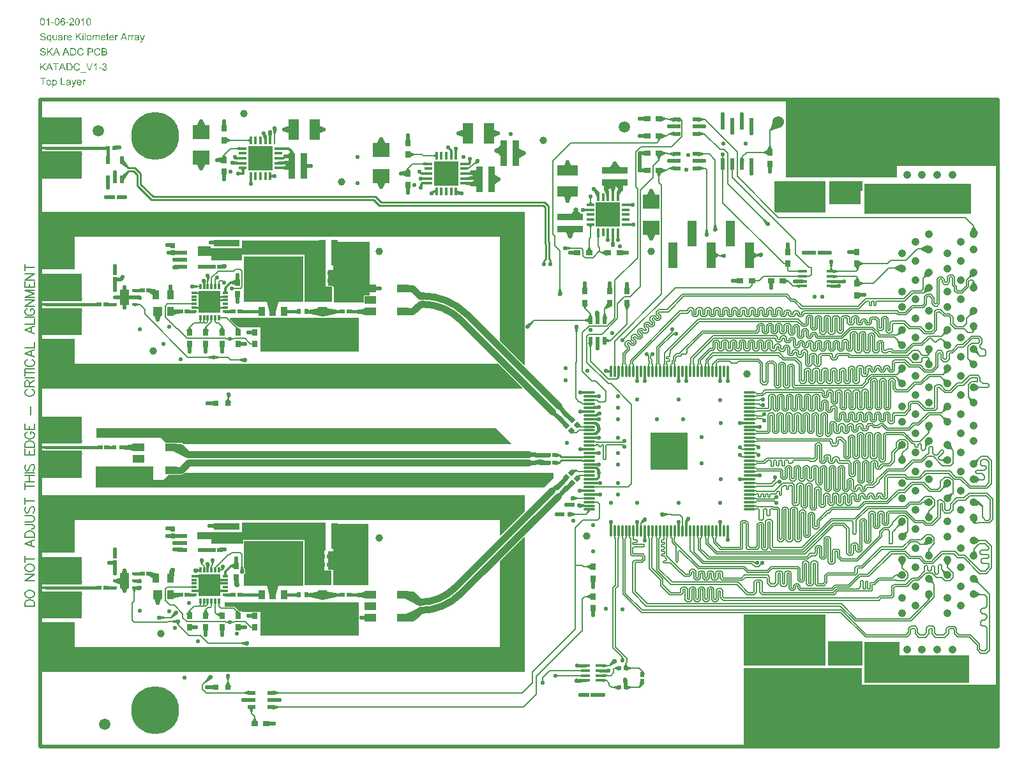
<source format=gtl>
%FSLAX44Y44*%
%MOMM*%
G71*
G01*
G75*
G04 Layer_Physical_Order=1*
G04 Layer_Color=255*
%ADD10C,0.1524*%
%ADD11C,0.1524*%
%ADD12C,0.9672*%
%ADD13R,1.5240X0.4064*%
%ADD14C,1.5000*%
%ADD15R,0.6000X1.5500*%
%ADD16R,1.0500X0.3500*%
%ADD17R,0.3500X1.0500*%
%ADD18R,3.2500X3.2500*%
%ADD19R,1.1500X0.6000*%
%ADD20R,0.5000X0.4500*%
%ADD21R,1.2500X2.0500*%
%ADD22R,0.6000X1.1000*%
%ADD23R,1.1500X0.4000*%
%ADD24R,0.6000X1.0500*%
%ADD25O,1.6000X0.3000*%
%ADD26O,0.3000X1.6000*%
%ADD27R,5.0000X5.0000*%
%ADD28R,0.8636X1.2700*%
%ADD29R,2.5000X2.5000*%
%ADD30O,1.2000X0.4000*%
%ADD31R,1.5500X1.0000*%
%ADD32R,0.6000X0.6000*%
%ADD33R,1.2700X3.4290*%
%ADD34R,0.6000X0.7000*%
%ADD35R,0.9000X1.0000*%
%ADD36R,1.3000X1.2000*%
%ADD37R,0.7000X0.8000*%
%ADD38R,2.2860X1.9050*%
%ADD39R,0.7620X0.9652*%
%ADD40R,2.7000X1.3500*%
%ADD41R,0.6000X0.6500*%
%ADD42R,3.4500X0.9500*%
%ADD43R,0.7000X0.3000*%
%ADD44R,0.3000X0.7000*%
%ADD45R,2.9500X2.9500*%
%ADD46R,0.8890X1.2954*%
%ADD47R,1.1938X1.2954*%
%ADD48C,1.0000*%
%ADD49R,1.3500X2.7000*%
%ADD50R,0.6500X0.6000*%
%ADD51R,0.9500X3.4500*%
G04:AMPARAMS|DCode=52|XSize=0.65mm|YSize=0.6mm|CornerRadius=0mm|HoleSize=0mm|Usage=FLASHONLY|Rotation=315.000|XOffset=0mm|YOffset=0mm|HoleType=Round|Shape=Rectangle|*
%AMROTATEDRECTD52*
4,1,4,-0.4419,0.0177,-0.0177,0.4419,0.4419,-0.0177,0.0177,-0.4419,-0.4419,0.0177,0.0*
%
%ADD52ROTATEDRECTD52*%

G04:AMPARAMS|DCode=53|XSize=0.65mm|YSize=0.6mm|CornerRadius=0mm|HoleSize=0mm|Usage=FLASHONLY|Rotation=45.000|XOffset=0mm|YOffset=0mm|HoleType=Round|Shape=Rectangle|*
%AMROTATEDRECTD53*
4,1,4,-0.0177,-0.4419,-0.4419,-0.0177,0.0177,0.4419,0.4419,0.0177,-0.0177,-0.4419,0.0*
%
%ADD53ROTATEDRECTD53*%

%ADD54R,0.9652X0.7620*%
%ADD55P,0.8485X4X90.0*%
%ADD56P,0.8485X4X360.0*%
%ADD57R,0.6000X0.6000*%
%ADD58R,1.0500X0.6000*%
%ADD59R,3.2500X3.2500*%
%ADD60C,0.3000*%
%ADD61C,0.5000*%
%ADD62C,0.5080*%
%ADD63C,0.3048*%
%ADD64C,0.3500*%
%ADD65C,0.4001*%
%ADD66C,0.3500*%
%ADD67C,0.3000*%
%ADD68C,0.2540*%
%ADD69C,0.4501*%
%ADD70C,0.4432*%
%ADD71C,0.3810*%
%ADD72C,0.6000*%
%ADD73C,0.5999*%
%ADD74C,0.4433*%
%ADD75C,0.2851*%
%ADD76C,0.8636*%
%ADD77C,0.4521*%
%ADD78C,0.2845*%
%ADD79C,0.1270*%
%ADD80C,0.6350*%
%ADD81C,1.5240*%
%ADD82C,1.0500*%
%ADD83C,6.3500*%
%ADD84C,0.6500*%
%ADD85C,0.5500*%
%ADD86C,3.3020*%
%ADD87C,0.5099*%
%ADD88C,0.5499*%
G36*
X642620Y278098D02*
Y99060D01*
X0D01*
Y165100D01*
X45720D01*
Y132080D01*
X609600D01*
Y246737D01*
X641447Y278584D01*
X642620Y278098D01*
D02*
G37*
G36*
X422910Y147320D02*
X292100D01*
Y179070D01*
X267700D01*
Y180070D01*
X264357D01*
X261009Y182476D01*
X258064Y185420D01*
X257481Y185810D01*
X256794Y185947D01*
X245110D01*
Y191770D01*
X422910D01*
Y147320D01*
D02*
G37*
G36*
X1041400Y107950D02*
X933450D01*
Y175260D01*
X1041400D01*
Y107950D01*
D02*
G37*
G36*
X1090930D02*
X1045210D01*
Y139700D01*
X1090930D01*
Y107950D01*
D02*
G37*
G36*
X55372Y170180D02*
X0D01*
Y206248D01*
X55372D01*
Y170180D01*
D02*
G37*
G36*
X435610Y214630D02*
X388620D01*
Y234950D01*
X382270D01*
Y259080D01*
X388620D01*
Y295910D01*
X435610D01*
Y214630D01*
D02*
G37*
G36*
X55372Y215392D02*
X0D01*
Y251460D01*
X55372D01*
Y215392D01*
D02*
G37*
G36*
X349250Y213360D02*
X270510D01*
Y229597D01*
X270674Y229706D01*
X271502Y230947D01*
X271793Y232410D01*
X271696Y232899D01*
X271689Y233072D01*
X271541Y233678D01*
X271502Y233873D01*
X271489Y233894D01*
X270510Y237911D01*
Y273050D01*
X349250D01*
Y213360D01*
D02*
G37*
G36*
X378460Y260350D02*
X377190D01*
Y233680D01*
X386080D01*
Y214630D01*
X350520D01*
Y274320D01*
X269240D01*
Y269240D01*
X227330D01*
Y275590D01*
X208280D01*
Y284480D01*
X267970D01*
Y297180D01*
X378460D01*
Y260350D01*
D02*
G37*
G36*
X1140000Y121000D02*
X1232000D01*
Y85000D01*
X1093000D01*
Y139000D01*
X1140000D01*
Y121000D01*
D02*
G37*
G36*
X7478Y886403D02*
X4316D01*
Y877930D01*
X3042D01*
Y886403D01*
X-120D01*
Y887540D01*
X7478D01*
Y886403D01*
D02*
G37*
G36*
X28673Y879067D02*
X33396D01*
Y877930D01*
X27398D01*
Y887540D01*
X28673D01*
Y879067D01*
D02*
G37*
G36*
X11702Y885028D02*
X11827Y885016D01*
X11964Y884991D01*
X12127Y884966D01*
X12302Y884928D01*
X12477Y884878D01*
X12664Y884803D01*
X12864Y884728D01*
X13064Y884641D01*
X13264Y884528D01*
X13451Y884403D01*
X13639Y884253D01*
X13814Y884091D01*
X13826Y884078D01*
X13851Y884053D01*
X13901Y883991D01*
X13951Y883916D01*
X14026Y883829D01*
X14101Y883704D01*
X14189Y883566D01*
X14276Y883416D01*
X14351Y883241D01*
X14439Y883054D01*
X14514Y882841D01*
X14589Y882604D01*
X14639Y882354D01*
X14689Y882092D01*
X14714Y881804D01*
X14726Y881504D01*
Y881492D01*
Y881442D01*
Y881379D01*
Y881279D01*
X14714Y881167D01*
X14701Y881042D01*
X14689Y880892D01*
X14676Y880742D01*
X14626Y880404D01*
X14551Y880054D01*
X14451Y879705D01*
X14389Y879542D01*
X14314Y879392D01*
Y879380D01*
X14301Y879355D01*
X14276Y879317D01*
X14239Y879267D01*
X14151Y879130D01*
X14014Y878955D01*
X13851Y878767D01*
X13651Y878567D01*
X13414Y878380D01*
X13139Y878205D01*
X13127D01*
X13102Y878193D01*
X13064Y878167D01*
X13002Y878142D01*
X12939Y878105D01*
X12852Y878067D01*
X12639Y877992D01*
X12402Y877917D01*
X12114Y877842D01*
X11802Y877793D01*
X11465Y877780D01*
X11402D01*
X11327Y877793D01*
X11227D01*
X11102Y877805D01*
X10965Y877830D01*
X10802Y877855D01*
X10627Y877893D01*
X10440Y877943D01*
X10252Y878005D01*
X10065Y878080D01*
X9865Y878167D01*
X9665Y878280D01*
X9478Y878405D01*
X9290Y878542D01*
X9115Y878705D01*
X9103Y878717D01*
X9078Y878755D01*
X9028Y878805D01*
X8978Y878880D01*
X8903Y878980D01*
X8828Y879092D01*
X8753Y879230D01*
X8665Y879392D01*
X8578Y879580D01*
X8503Y879780D01*
X8428Y879992D01*
X8353Y880242D01*
X8303Y880504D01*
X8253Y880779D01*
X8228Y881079D01*
X8215Y881404D01*
Y881429D01*
Y881492D01*
X8228Y881592D01*
Y881717D01*
X8253Y881879D01*
X8278Y882066D01*
X8303Y882266D01*
X8353Y882479D01*
X8403Y882716D01*
X8478Y882954D01*
X8565Y883191D01*
X8665Y883429D01*
X8790Y883654D01*
X8928Y883878D01*
X9090Y884078D01*
X9278Y884266D01*
X9290Y884278D01*
X9315Y884303D01*
X9365Y884341D01*
X9440Y884391D01*
X9528Y884441D01*
X9628Y884516D01*
X9753Y884578D01*
X9890Y884653D01*
X10040Y884728D01*
X10202Y884791D01*
X10390Y884866D01*
X10577Y884916D01*
X10790Y884966D01*
X11002Y885003D01*
X11227Y885028D01*
X11465Y885041D01*
X11602D01*
X11702Y885028D01*
D02*
G37*
G36*
X52004D02*
X52117Y885016D01*
X52254Y884991D01*
X52417Y884966D01*
X52579Y884928D01*
X52754Y884878D01*
X52941Y884803D01*
X53129Y884728D01*
X53316Y884641D01*
X53516Y884528D01*
X53704Y884403D01*
X53879Y884253D01*
X54054Y884091D01*
X54066Y884078D01*
X54091Y884041D01*
X54141Y883991D01*
X54191Y883916D01*
X54254Y883816D01*
X54329Y883704D01*
X54416Y883566D01*
X54503Y883404D01*
X54578Y883216D01*
X54666Y883016D01*
X54741Y882804D01*
X54803Y882566D01*
X54853Y882304D01*
X54903Y882029D01*
X54928Y881729D01*
X54941Y881417D01*
Y881392D01*
Y881342D01*
Y881242D01*
X54928Y881104D01*
X49742D01*
Y881092D01*
Y881054D01*
X49755Y880992D01*
X49767Y880917D01*
X49780Y880817D01*
X49792Y880704D01*
X49842Y880454D01*
X49930Y880167D01*
X50042Y879880D01*
X50192Y879605D01*
X50280Y879480D01*
X50380Y879355D01*
X50392Y879342D01*
X50405Y879330D01*
X50442Y879305D01*
X50480Y879267D01*
X50617Y879167D01*
X50780Y879055D01*
X50992Y878942D01*
X51242Y878855D01*
X51529Y878780D01*
X51679Y878767D01*
X51842Y878755D01*
X51954D01*
X52067Y878767D01*
X52229Y878792D01*
X52392Y878842D01*
X52579Y878892D01*
X52766Y878980D01*
X52941Y879092D01*
X52966Y879105D01*
X53016Y879155D01*
X53104Y879242D01*
X53204Y879355D01*
X53316Y879505D01*
X53441Y879705D01*
X53566Y879930D01*
X53666Y880192D01*
X54891Y880030D01*
Y880017D01*
X54878Y879979D01*
X54866Y879930D01*
X54828Y879855D01*
X54803Y879767D01*
X54753Y879655D01*
X54654Y879417D01*
X54503Y879155D01*
X54316Y878880D01*
X54091Y878605D01*
X53829Y878367D01*
X53816D01*
X53791Y878342D01*
X53754Y878317D01*
X53691Y878280D01*
X53616Y878230D01*
X53516Y878180D01*
X53416Y878130D01*
X53291Y878080D01*
X53154Y878018D01*
X53004Y877968D01*
X52841Y877917D01*
X52667Y877868D01*
X52279Y877805D01*
X52067Y877793D01*
X51842Y877780D01*
X51779D01*
X51692Y877793D01*
X51592D01*
X51467Y877805D01*
X51317Y877830D01*
X51142Y877855D01*
X50967Y877893D01*
X50780Y877943D01*
X50580Y878005D01*
X50380Y878080D01*
X50180Y878180D01*
X49980Y878280D01*
X49780Y878405D01*
X49592Y878555D01*
X49417Y878717D01*
X49405Y878730D01*
X49380Y878767D01*
X49330Y878817D01*
X49280Y878892D01*
X49217Y878992D01*
X49142Y879105D01*
X49055Y879242D01*
X48980Y879392D01*
X48892Y879580D01*
X48805Y879767D01*
X48730Y879992D01*
X48667Y880217D01*
X48618Y880479D01*
X48568Y880742D01*
X48542Y881029D01*
X48530Y881342D01*
Y881367D01*
Y881417D01*
X48542Y881517D01*
Y881629D01*
X48555Y881779D01*
X48580Y881954D01*
X48605Y882141D01*
X48643Y882341D01*
X48692Y882554D01*
X48755Y882779D01*
X48818Y883004D01*
X48905Y883229D01*
X49017Y883454D01*
X49130Y883679D01*
X49267Y883878D01*
X49430Y884066D01*
X49442Y884078D01*
X49467Y884103D01*
X49517Y884153D01*
X49592Y884216D01*
X49680Y884291D01*
X49792Y884378D01*
X49917Y884466D01*
X50055Y884553D01*
X50217Y884641D01*
X50392Y884728D01*
X50592Y884816D01*
X50792Y884891D01*
X51017Y884953D01*
X51254Y885003D01*
X51504Y885028D01*
X51767Y885041D01*
X51904D01*
X52004Y885028D01*
D02*
G37*
G36*
X38008D02*
X38208Y885016D01*
X38433Y884991D01*
X38683Y884953D01*
X38907Y884903D01*
X39132Y884828D01*
X39145D01*
X39158Y884816D01*
X39220Y884791D01*
X39320Y884741D01*
X39445Y884678D01*
X39582Y884603D01*
X39720Y884516D01*
X39845Y884403D01*
X39957Y884291D01*
X39970Y884278D01*
X39995Y884241D01*
X40045Y884166D01*
X40107Y884078D01*
X40170Y883966D01*
X40232Y883829D01*
X40282Y883679D01*
X40332Y883504D01*
Y883491D01*
X40345Y883441D01*
X40357Y883366D01*
X40370Y883254D01*
Y883104D01*
X40382Y882916D01*
X40395Y882691D01*
Y882416D01*
Y880842D01*
Y880829D01*
Y880767D01*
Y880692D01*
Y880579D01*
Y880454D01*
Y880304D01*
Y880142D01*
X40407Y879967D01*
Y879617D01*
X40420Y879280D01*
X40432Y879117D01*
Y878980D01*
X40445Y878867D01*
X40457Y878767D01*
Y878742D01*
X40470Y878692D01*
X40495Y878605D01*
X40520Y878505D01*
X40570Y878367D01*
X40620Y878230D01*
X40682Y878080D01*
X40757Y877930D01*
X39520D01*
X39507Y877943D01*
X39495Y877992D01*
X39457Y878067D01*
X39432Y878180D01*
X39382Y878305D01*
X39357Y878455D01*
X39320Y878617D01*
X39295Y878805D01*
X39282D01*
X39270Y878780D01*
X39232Y878755D01*
X39182Y878717D01*
X39058Y878617D01*
X38883Y878492D01*
X38695Y878367D01*
X38483Y878230D01*
X38245Y878105D01*
X38020Y878005D01*
X38008D01*
X37995Y877992D01*
X37958Y877980D01*
X37920Y877968D01*
X37795Y877930D01*
X37633Y877893D01*
X37445Y877855D01*
X37220Y877818D01*
X36983Y877793D01*
X36733Y877780D01*
X36621D01*
X36546Y877793D01*
X36446D01*
X36333Y877805D01*
X36083Y877855D01*
X35796Y877917D01*
X35508Y878018D01*
X35221Y878155D01*
X35096Y878230D01*
X34971Y878330D01*
X34959Y878342D01*
X34946Y878355D01*
X34871Y878430D01*
X34784Y878555D01*
X34671Y878717D01*
X34559Y878930D01*
X34459Y879167D01*
X34384Y879442D01*
X34371Y879592D01*
X34359Y879755D01*
Y879780D01*
Y879842D01*
X34371Y879942D01*
X34384Y880067D01*
X34409Y880204D01*
X34459Y880367D01*
X34509Y880529D01*
X34584Y880692D01*
X34596Y880717D01*
X34621Y880767D01*
X34684Y880842D01*
X34746Y880942D01*
X34834Y881042D01*
X34946Y881154D01*
X35059Y881267D01*
X35196Y881367D01*
X35208Y881379D01*
X35259Y881404D01*
X35346Y881454D01*
X35446Y881517D01*
X35571Y881579D01*
X35708Y881642D01*
X35871Y881704D01*
X36046Y881754D01*
X36058D01*
X36108Y881767D01*
X36196Y881792D01*
X36308Y881804D01*
X36458Y881842D01*
X36633Y881867D01*
X36846Y881891D01*
X37095Y881929D01*
X37108D01*
X37158Y881942D01*
X37233D01*
X37333Y881966D01*
X37445Y881979D01*
X37583Y881992D01*
X37733Y882017D01*
X37895Y882041D01*
X38233Y882104D01*
X38583Y882179D01*
X38907Y882254D01*
X39058Y882304D01*
X39195Y882341D01*
Y882354D01*
Y882379D01*
Y882416D01*
X39207Y882466D01*
Y882566D01*
Y882616D01*
Y882641D01*
Y882654D01*
Y882679D01*
Y882716D01*
Y882754D01*
X39195Y882891D01*
X39170Y883041D01*
X39120Y883216D01*
X39070Y883379D01*
X38983Y883541D01*
X38870Y883666D01*
X38845Y883679D01*
X38782Y883728D01*
X38683Y883791D01*
X38533Y883866D01*
X38333Y883941D01*
X38108Y884004D01*
X37833Y884053D01*
X37520Y884066D01*
X37383D01*
X37233Y884053D01*
X37058Y884028D01*
X36846Y883991D01*
X36646Y883941D01*
X36446Y883866D01*
X36283Y883766D01*
X36271Y883754D01*
X36221Y883716D01*
X36146Y883641D01*
X36071Y883529D01*
X35971Y883391D01*
X35883Y883216D01*
X35783Y882991D01*
X35708Y882741D01*
X34559Y882904D01*
Y882916D01*
X34571Y882941D01*
Y882979D01*
X34584Y883029D01*
X34621Y883166D01*
X34684Y883329D01*
X34746Y883516D01*
X34834Y883716D01*
X34946Y883916D01*
X35071Y884091D01*
X35083Y884116D01*
X35134Y884166D01*
X35221Y884241D01*
X35333Y884353D01*
X35483Y884466D01*
X35658Y884578D01*
X35871Y884691D01*
X36108Y884791D01*
X36121D01*
X36146Y884803D01*
X36183Y884816D01*
X36233Y884828D01*
X36296Y884853D01*
X36371Y884866D01*
X36571Y884916D01*
X36796Y884966D01*
X37071Y885003D01*
X37370Y885028D01*
X37695Y885041D01*
X37920D01*
X38008Y885028D01*
D02*
G37*
G36*
X19350D02*
X19425D01*
X19525Y885016D01*
X19737Y884978D01*
X19975Y884928D01*
X20250Y884841D01*
X20512Y884728D01*
X20775Y884578D01*
X20787D01*
X20800Y884553D01*
X20837Y884528D01*
X20887Y884491D01*
X21012Y884391D01*
X21162Y884241D01*
X21325Y884053D01*
X21500Y883841D01*
X21662Y883579D01*
X21812Y883279D01*
Y883266D01*
X21824Y883241D01*
X21849Y883191D01*
X21862Y883129D01*
X21899Y883054D01*
X21924Y882966D01*
X21949Y882854D01*
X21987Y882741D01*
X22049Y882466D01*
X22112Y882166D01*
X22149Y881816D01*
X22162Y881454D01*
Y881442D01*
Y881404D01*
Y881354D01*
Y881279D01*
X22149Y881179D01*
X22137Y881067D01*
X22124Y880954D01*
X22112Y880817D01*
X22062Y880517D01*
X21999Y880192D01*
X21899Y879855D01*
X21774Y879530D01*
Y879517D01*
X21762Y879492D01*
X21737Y879455D01*
X21699Y879392D01*
X21662Y879317D01*
X21612Y879242D01*
X21487Y879055D01*
X21325Y878842D01*
X21137Y878617D01*
X20912Y878417D01*
X20650Y878230D01*
X20637D01*
X20612Y878205D01*
X20575Y878193D01*
X20525Y878155D01*
X20462Y878130D01*
X20375Y878092D01*
X20187Y878005D01*
X19962Y877917D01*
X19700Y877855D01*
X19412Y877805D01*
X19113Y877780D01*
X19013D01*
X18900Y877793D01*
X18763Y877818D01*
X18600Y877842D01*
X18413Y877880D01*
X18238Y877943D01*
X18050Y878030D01*
X18025Y878043D01*
X17975Y878080D01*
X17888Y878130D01*
X17788Y878205D01*
X17663Y878292D01*
X17538Y878405D01*
X17413Y878517D01*
X17288Y878655D01*
Y875268D01*
X16113D01*
Y884891D01*
X17188D01*
Y883979D01*
X17201Y884004D01*
X17251Y884066D01*
X17338Y884153D01*
X17438Y884278D01*
X17563Y884403D01*
X17700Y884528D01*
X17863Y884653D01*
X18038Y884766D01*
X18063Y884778D01*
X18125Y884803D01*
X18225Y884853D01*
X18363Y884903D01*
X18538Y884953D01*
X18738Y885003D01*
X18963Y885028D01*
X19200Y885041D01*
X19288D01*
X19350Y885028D01*
D02*
G37*
G36*
X1089660Y82550D02*
X1268730D01*
Y1270D01*
X933450D01*
Y104140D01*
X1089660D01*
Y82550D01*
D02*
G37*
G36*
X45281Y877818D02*
Y877805D01*
X45268Y877768D01*
X45243Y877705D01*
X45206Y877630D01*
X45181Y877543D01*
X45131Y877430D01*
X45043Y877193D01*
X44931Y876930D01*
X44819Y876668D01*
X44718Y876430D01*
X44668Y876330D01*
X44619Y876243D01*
X44606Y876218D01*
X44569Y876155D01*
X44494Y876043D01*
X44406Y875918D01*
X44306Y875781D01*
X44181Y875643D01*
X44044Y875506D01*
X43894Y875393D01*
X43881Y875381D01*
X43819Y875356D01*
X43744Y875306D01*
X43619Y875256D01*
X43481Y875206D01*
X43319Y875156D01*
X43131Y875131D01*
X42931Y875118D01*
X42869D01*
X42794Y875131D01*
X42706Y875143D01*
X42594Y875156D01*
X42457Y875181D01*
X42319Y875218D01*
X42169Y875268D01*
X42044Y876368D01*
X42057D01*
X42107Y876355D01*
X42182Y876330D01*
X42269Y876318D01*
X42369Y876293D01*
X42482Y876268D01*
X42706Y876255D01*
X42769D01*
X42844Y876268D01*
X42931D01*
X43144Y876318D01*
X43244Y876343D01*
X43331Y876393D01*
X43344D01*
X43369Y876418D01*
X43419Y876443D01*
X43469Y876480D01*
X43594Y876593D01*
X43719Y876755D01*
Y876768D01*
X43744Y876793D01*
X43769Y876843D01*
X43806Y876930D01*
X43856Y877055D01*
X43919Y877205D01*
X43994Y877405D01*
X44031Y877518D01*
X44081Y877643D01*
X44094Y877655D01*
X44106Y877718D01*
X44144Y877805D01*
X44194Y877930D01*
X41544Y884891D01*
X42794D01*
X44256Y880867D01*
Y880854D01*
X44269Y880829D01*
X44281Y880792D01*
X44306Y880729D01*
X44331Y880667D01*
X44356Y880579D01*
X44419Y880379D01*
X44494Y880142D01*
X44581Y879867D01*
X44668Y879567D01*
X44756Y879255D01*
Y879267D01*
X44769Y879292D01*
X44781Y879330D01*
X44794Y879392D01*
X44819Y879467D01*
X44844Y879555D01*
X44893Y879755D01*
X44969Y879992D01*
X45056Y880254D01*
X45156Y880542D01*
X45256Y880829D01*
X46743Y884891D01*
X47918D01*
X45281Y877818D01*
D02*
G37*
G36*
X59165Y885016D02*
X59315Y884991D01*
X59502Y884941D01*
X59715Y884878D01*
X59927Y884778D01*
X60165Y884653D01*
X59752Y883566D01*
X59727Y883579D01*
X59677Y883604D01*
X59590Y883641D01*
X59477Y883691D01*
X59352Y883741D01*
X59202Y883779D01*
X59040Y883803D01*
X58877Y883816D01*
X58815D01*
X58740Y883803D01*
X58640Y883791D01*
X58540Y883754D01*
X58415Y883716D01*
X58303Y883654D01*
X58178Y883579D01*
X58165Y883566D01*
X58128Y883541D01*
X58078Y883479D01*
X58015Y883404D01*
X57940Y883316D01*
X57865Y883204D01*
X57803Y883079D01*
X57740Y882929D01*
Y882916D01*
X57728Y882904D01*
Y882866D01*
X57715Y882816D01*
X57678Y882691D01*
X57653Y882529D01*
X57615Y882316D01*
X57578Y882092D01*
X57565Y881829D01*
X57553Y881554D01*
Y877930D01*
X56378D01*
Y884891D01*
X57440D01*
Y883829D01*
X57453Y883854D01*
X57478Y883891D01*
X57503Y883941D01*
X57590Y884066D01*
X57678Y884216D01*
X57790Y884391D01*
X57915Y884553D01*
X58053Y884691D01*
X58178Y884803D01*
X58190Y884816D01*
X58240Y884841D01*
X58315Y884878D01*
X58403Y884928D01*
X58515Y884966D01*
X58653Y885003D01*
X58790Y885028D01*
X58940Y885041D01*
X59040D01*
X59165Y885016D01*
D02*
G37*
G36*
X378460Y610870D02*
X387135D01*
X387287Y610807D01*
X387350Y610655D01*
Y610320D01*
Y590550D01*
X350520D01*
Y652780D01*
X267970D01*
Y645160D01*
X227330D01*
Y651510D01*
X209550D01*
Y664210D01*
X226060D01*
Y661670D01*
X267970D01*
Y671830D01*
X378460D01*
Y610870D01*
D02*
G37*
G36*
X1234440Y707390D02*
X1093470D01*
Y746760D01*
X1234440D01*
Y707390D01*
D02*
G37*
G36*
X349250Y590550D02*
X270510D01*
Y650240D01*
X349250D01*
Y590550D01*
D02*
G37*
G36*
X55372Y591312D02*
X0D01*
Y627380D01*
X55372D01*
Y591312D01*
D02*
G37*
G36*
X1041400Y708660D02*
X975361D01*
X974090Y709931D01*
Y750570D01*
X1041400D01*
Y708660D01*
D02*
G37*
G36*
X1267460Y770890D02*
X1136650D01*
Y755650D01*
X989330D01*
Y857250D01*
X1267460D01*
Y770890D01*
D02*
G37*
G36*
X55372Y799353D02*
X0D01*
Y835421D01*
X55372D01*
Y799353D01*
D02*
G37*
G36*
X1090930Y737870D02*
X1088390D01*
Y720090D01*
X1046480D01*
Y750570D01*
X1090930D01*
Y737870D01*
D02*
G37*
G36*
X55372Y754141D02*
X0D01*
Y790209D01*
X55372D01*
Y754141D01*
D02*
G37*
G36*
X436600Y598884D02*
X429400D01*
Y590000D01*
X389610D01*
Y610320D01*
X388432D01*
Y610870D01*
X388115Y611635D01*
X387350Y611952D01*
X381990D01*
Y633180D01*
X388340D01*
Y670010D01*
X436600D01*
Y598884D01*
D02*
G37*
G36*
X55372Y357030D02*
X0D01*
Y393098D01*
X55372D01*
Y357030D01*
D02*
G37*
G36*
X149860Y354330D02*
X163830D01*
X170690Y361190D01*
X182740D01*
Y361240D01*
X186921D01*
X186921Y361240D01*
X188820Y361617D01*
X189198Y361693D01*
X191129Y362982D01*
X191366Y363220D01*
X680720D01*
Y356870D01*
X668020Y344170D01*
X73660D01*
Y372110D01*
X149860D01*
Y354330D01*
D02*
G37*
G36*
X55372Y402242D02*
X0D01*
Y438310D01*
X55372D01*
Y402242D01*
D02*
G37*
G36*
X624937Y402493D02*
X624451Y401320D01*
X190736D01*
X190179Y401878D01*
X188248Y403167D01*
X187871Y403243D01*
X185971Y403620D01*
X185971Y403620D01*
X182740D01*
Y403670D01*
X166560D01*
X160020Y410210D01*
X74930D01*
Y422910D01*
X604520D01*
X624937Y402493D01*
D02*
G37*
G36*
X45720Y508000D02*
X607636D01*
X639482Y476153D01*
X638997Y474980D01*
X0D01*
Y541020D01*
X45720D01*
Y508000D01*
D02*
G37*
G36*
X422910Y524510D02*
X292100D01*
Y556260D01*
X263981D01*
X261009Y558396D01*
X251618Y567787D01*
X252104Y568960D01*
X422910D01*
Y524510D01*
D02*
G37*
G36*
X55372Y546100D02*
X0D01*
Y582168D01*
X55372D01*
Y546100D01*
D02*
G37*
G36*
X642620Y312063D02*
X610773Y280216D01*
X609600Y280702D01*
Y300990D01*
X45720D01*
Y257810D01*
X0D01*
Y334010D01*
X642620D01*
Y312063D01*
D02*
G37*
G36*
Y557598D02*
X642607Y557530D01*
X642620Y557462D01*
Y506980D01*
X641447Y506494D01*
X609600Y538341D01*
Y676910D01*
X45720D01*
Y633730D01*
X0D01*
Y709930D01*
X642620D01*
Y557598D01*
D02*
G37*
%LPC*%
G36*
X19088Y884116D02*
X19013D01*
X18963Y884103D01*
X18813Y884078D01*
X18638Y884028D01*
X18425Y883941D01*
X18313Y883891D01*
X18200Y883816D01*
X18088Y883728D01*
X17975Y883641D01*
X17863Y883529D01*
X17750Y883404D01*
Y883391D01*
X17725Y883366D01*
X17700Y883329D01*
X17663Y883279D01*
X17613Y883204D01*
X17563Y883116D01*
X17513Y883004D01*
X17463Y882891D01*
X17413Y882754D01*
X17363Y882604D01*
X17313Y882429D01*
X17263Y882254D01*
X17226Y882054D01*
X17201Y881842D01*
X17188Y881604D01*
X17176Y881367D01*
Y881354D01*
Y881304D01*
Y881242D01*
X17188Y881154D01*
Y881042D01*
X17201Y880904D01*
X17226Y880767D01*
X17238Y880617D01*
X17313Y880292D01*
X17400Y879967D01*
X17538Y879655D01*
X17613Y879517D01*
X17713Y879392D01*
X17725Y879380D01*
X17738Y879367D01*
X17813Y879292D01*
X17925Y879192D01*
X18088Y879080D01*
X18275Y878955D01*
X18500Y878855D01*
X18763Y878780D01*
X18900Y878767D01*
X19038Y878755D01*
X19113D01*
X19175Y878767D01*
X19238Y878780D01*
X19312Y878792D01*
X19500Y878842D01*
X19712Y878917D01*
X19937Y879030D01*
X20050Y879105D01*
X20162Y879205D01*
X20275Y879305D01*
X20387Y879417D01*
X20400Y879430D01*
X20412Y879455D01*
X20437Y879492D01*
X20475Y879542D01*
X20512Y879617D01*
X20562Y879705D01*
X20612Y879805D01*
X20675Y879917D01*
X20725Y880054D01*
X20775Y880204D01*
X20825Y880379D01*
X20862Y880567D01*
X20900Y880767D01*
X20925Y880979D01*
X20950Y881217D01*
Y881467D01*
Y881479D01*
Y881529D01*
Y881592D01*
X20937Y881679D01*
Y881792D01*
X20925Y881917D01*
X20900Y882066D01*
X20887Y882216D01*
X20812Y882529D01*
X20712Y882866D01*
X20587Y883179D01*
X20500Y883329D01*
X20400Y883454D01*
Y883466D01*
X20375Y883479D01*
X20300Y883554D01*
X20187Y883666D01*
X20025Y883791D01*
X19837Y883904D01*
X19612Y884016D01*
X19362Y884091D01*
X19225Y884103D01*
X19088Y884116D01*
D02*
G37*
G36*
X51779Y884066D02*
X51704D01*
X51642Y884053D01*
X51579D01*
X51492Y884041D01*
X51304Y884004D01*
X51092Y883929D01*
X50855Y883829D01*
X50630Y883704D01*
X50517Y883616D01*
X50405Y883516D01*
X50380Y883491D01*
X50317Y883416D01*
X50230Y883304D01*
X50130Y883141D01*
X50017Y882929D01*
X49917Y882679D01*
X49842Y882404D01*
X49805Y882079D01*
X53691D01*
Y882092D01*
Y882116D01*
X53679Y882166D01*
X53666Y882216D01*
Y882291D01*
X53641Y882379D01*
X53604Y882566D01*
X53541Y882779D01*
X53466Y882991D01*
X53366Y883204D01*
X53241Y883379D01*
Y883391D01*
X53216Y883404D01*
X53179Y883441D01*
X53141Y883491D01*
X53016Y883591D01*
X52854Y883728D01*
X52642Y883854D01*
X52392Y883953D01*
X52104Y884041D01*
X51942Y884053D01*
X51779Y884066D01*
D02*
G37*
G36*
X39195Y881417D02*
X39182D01*
X39170Y881404D01*
X39132Y881392D01*
X39070Y881379D01*
X39007Y881354D01*
X38920Y881329D01*
X38820Y881292D01*
X38708Y881267D01*
X38583Y881229D01*
X38445Y881192D01*
X38283Y881154D01*
X38108Y881117D01*
X37920Y881079D01*
X37720Y881042D01*
X37508Y881004D01*
X37270Y880967D01*
X37233D01*
X37208Y880954D01*
X37158D01*
X37020Y880929D01*
X36871Y880904D01*
X36708Y880867D01*
X36533Y880829D01*
X36371Y880779D01*
X36246Y880729D01*
X36233D01*
X36196Y880704D01*
X36146Y880679D01*
X36071Y880642D01*
X35921Y880517D01*
X35846Y880442D01*
X35783Y880354D01*
X35771Y880342D01*
X35758Y880317D01*
X35733Y880254D01*
X35708Y880192D01*
X35671Y880105D01*
X35646Y880017D01*
X35633Y879904D01*
X35621Y879792D01*
Y879767D01*
Y879717D01*
X35646Y879630D01*
X35671Y879517D01*
X35708Y879405D01*
X35771Y879267D01*
X35858Y879142D01*
X35971Y879017D01*
X35983Y879005D01*
X36033Y878967D01*
X36121Y878917D01*
X36233Y878867D01*
X36383Y878805D01*
X36571Y878755D01*
X36783Y878717D01*
X37020Y878705D01*
X37133D01*
X37258Y878717D01*
X37420Y878742D01*
X37608Y878780D01*
X37808Y878830D01*
X38020Y878892D01*
X38220Y878992D01*
X38233D01*
X38245Y879005D01*
X38308Y879042D01*
X38408Y879117D01*
X38520Y879205D01*
X38645Y879317D01*
X38782Y879467D01*
X38907Y879617D01*
X39007Y879805D01*
X39020Y879829D01*
X39032Y879880D01*
X39070Y879967D01*
X39107Y880105D01*
X39132Y880267D01*
X39170Y880467D01*
X39182Y880704D01*
X39195Y880979D01*
Y881417D01*
D02*
G37*
G36*
X11465Y884066D02*
X11377D01*
X11315Y884053D01*
X11240Y884041D01*
X11152Y884028D01*
X10952Y883979D01*
X10727Y883904D01*
X10477Y883791D01*
X10352Y883716D01*
X10240Y883629D01*
X10115Y883516D01*
X10002Y883404D01*
Y883391D01*
X9977Y883379D01*
X9952Y883329D01*
X9915Y883279D01*
X9865Y883204D01*
X9815Y883129D01*
X9765Y883029D01*
X9715Y882904D01*
X9665Y882779D01*
X9615Y882629D01*
X9565Y882466D01*
X9515Y882279D01*
X9478Y882092D01*
X9453Y881879D01*
X9440Y881642D01*
X9428Y881404D01*
Y881392D01*
Y881342D01*
Y881279D01*
X9440Y881192D01*
Y881079D01*
X9453Y880954D01*
X9478Y880804D01*
X9503Y880654D01*
X9565Y880342D01*
X9665Y880005D01*
X9815Y879692D01*
X9902Y879555D01*
X10002Y879417D01*
X10015Y879405D01*
X10027Y879392D01*
X10065Y879355D01*
X10102Y879317D01*
X10240Y879205D01*
X10402Y879092D01*
X10615Y878967D01*
X10865Y878855D01*
X11152Y878780D01*
X11302Y878767D01*
X11465Y878755D01*
X11552D01*
X11615Y878767D01*
X11689Y878780D01*
X11777Y878792D01*
X11977Y878842D01*
X12202Y878917D01*
X12452Y879030D01*
X12577Y879105D01*
X12702Y879205D01*
X12814Y879305D01*
X12927Y879417D01*
X12939Y879430D01*
X12952Y879455D01*
X12977Y879492D01*
X13014Y879542D01*
X13064Y879617D01*
X13114Y879705D01*
X13164Y879805D01*
X13227Y879917D01*
X13277Y880054D01*
X13327Y880204D01*
X13377Y880367D01*
X13427Y880554D01*
X13464Y880754D01*
X13489Y880967D01*
X13514Y881192D01*
Y881442D01*
Y881454D01*
Y881504D01*
Y881567D01*
X13501Y881654D01*
Y881767D01*
X13489Y881879D01*
X13464Y882017D01*
X13439Y882166D01*
X13377Y882479D01*
X13264Y882804D01*
X13127Y883116D01*
X13027Y883266D01*
X12927Y883391D01*
X12914Y883404D01*
X12902Y883416D01*
X12864Y883454D01*
X12827Y883491D01*
X12689Y883604D01*
X12527Y883728D01*
X12314Y883854D01*
X12064Y883966D01*
X11777Y884041D01*
X11627Y884053D01*
X11465Y884066D01*
D02*
G37*
%LPD*%
G36*
X115613Y937430D02*
X114176D01*
X113063Y940342D01*
X109039D01*
X107990Y937430D01*
X106653D01*
X110314Y947040D01*
X111701D01*
X115613Y937430D01*
D02*
G37*
G36*
X128697Y944528D02*
X128897Y944516D01*
X129122Y944491D01*
X129372Y944453D01*
X129597Y944403D01*
X129822Y944328D01*
X129834D01*
X129847Y944316D01*
X129909Y944291D01*
X130009Y944241D01*
X130134Y944178D01*
X130272Y944103D01*
X130409Y944016D01*
X130534Y943903D01*
X130646Y943791D01*
X130659Y943778D01*
X130684Y943741D01*
X130734Y943666D01*
X130796Y943578D01*
X130859Y943466D01*
X130921Y943328D01*
X130971Y943178D01*
X131021Y943004D01*
Y942991D01*
X131034Y942941D01*
X131046Y942866D01*
X131059Y942754D01*
Y942604D01*
X131071Y942416D01*
X131084Y942191D01*
Y941916D01*
Y940342D01*
Y940329D01*
Y940267D01*
Y940192D01*
Y940079D01*
Y939954D01*
Y939804D01*
Y939642D01*
X131096Y939467D01*
Y939117D01*
X131109Y938780D01*
X131121Y938617D01*
Y938480D01*
X131134Y938367D01*
X131146Y938267D01*
Y938242D01*
X131159Y938192D01*
X131184Y938105D01*
X131209Y938005D01*
X131259Y937867D01*
X131309Y937730D01*
X131371Y937580D01*
X131446Y937430D01*
X130209D01*
X130197Y937442D01*
X130184Y937493D01*
X130147Y937568D01*
X130122Y937680D01*
X130072Y937805D01*
X130047Y937955D01*
X130009Y938117D01*
X129984Y938305D01*
X129972D01*
X129959Y938280D01*
X129922Y938255D01*
X129872Y938217D01*
X129747Y938117D01*
X129572Y937992D01*
X129384Y937867D01*
X129172Y937730D01*
X128934Y937605D01*
X128709Y937505D01*
X128697D01*
X128685Y937493D01*
X128647Y937480D01*
X128610Y937467D01*
X128485Y937430D01*
X128322Y937393D01*
X128135Y937355D01*
X127910Y937318D01*
X127672Y937292D01*
X127422Y937280D01*
X127310D01*
X127235Y937292D01*
X127135D01*
X127022Y937305D01*
X126772Y937355D01*
X126485Y937418D01*
X126198Y937517D01*
X125910Y937655D01*
X125785Y937730D01*
X125660Y937830D01*
X125648Y937842D01*
X125635Y937855D01*
X125560Y937930D01*
X125473Y938055D01*
X125360Y938217D01*
X125248Y938430D01*
X125148Y938667D01*
X125073Y938942D01*
X125060Y939092D01*
X125048Y939255D01*
Y939279D01*
Y939342D01*
X125060Y939442D01*
X125073Y939567D01*
X125098Y939704D01*
X125148Y939867D01*
X125198Y940029D01*
X125273Y940192D01*
X125285Y940217D01*
X125310Y940267D01*
X125373Y940342D01*
X125435Y940442D01*
X125523Y940542D01*
X125635Y940654D01*
X125748Y940767D01*
X125885Y940867D01*
X125898Y940879D01*
X125948Y940904D01*
X126035Y940954D01*
X126135Y941017D01*
X126260Y941079D01*
X126398Y941142D01*
X126560Y941204D01*
X126735Y941254D01*
X126748D01*
X126798Y941266D01*
X126885Y941292D01*
X126997Y941304D01*
X127147Y941341D01*
X127322Y941367D01*
X127535Y941392D01*
X127785Y941429D01*
X127797D01*
X127847Y941441D01*
X127922D01*
X128022Y941467D01*
X128135Y941479D01*
X128272Y941491D01*
X128422Y941516D01*
X128584Y941541D01*
X128922Y941604D01*
X129272Y941679D01*
X129597Y941754D01*
X129747Y941804D01*
X129884Y941841D01*
Y941854D01*
Y941879D01*
Y941916D01*
X129897Y941966D01*
Y942066D01*
Y942116D01*
Y942141D01*
Y942154D01*
Y942179D01*
Y942216D01*
Y942254D01*
X129884Y942391D01*
X129859Y942541D01*
X129809Y942716D01*
X129759Y942879D01*
X129672Y943041D01*
X129559Y943166D01*
X129534Y943178D01*
X129472Y943229D01*
X129372Y943291D01*
X129222Y943366D01*
X129022Y943441D01*
X128797Y943503D01*
X128522Y943553D01*
X128210Y943566D01*
X128072D01*
X127922Y943553D01*
X127747Y943528D01*
X127535Y943491D01*
X127335Y943441D01*
X127135Y943366D01*
X126972Y943266D01*
X126960Y943253D01*
X126910Y943216D01*
X126835Y943141D01*
X126760Y943029D01*
X126660Y942891D01*
X126573Y942716D01*
X126473Y942491D01*
X126398Y942241D01*
X125248Y942404D01*
Y942416D01*
X125260Y942441D01*
Y942479D01*
X125273Y942529D01*
X125310Y942666D01*
X125373Y942829D01*
X125435Y943016D01*
X125523Y943216D01*
X125635Y943416D01*
X125760Y943591D01*
X125773Y943616D01*
X125823Y943666D01*
X125910Y943741D01*
X126023Y943853D01*
X126173Y943966D01*
X126348Y944078D01*
X126560Y944191D01*
X126798Y944291D01*
X126810D01*
X126835Y944303D01*
X126873Y944316D01*
X126923Y944328D01*
X126985Y944353D01*
X127060Y944366D01*
X127260Y944416D01*
X127485Y944466D01*
X127760Y944503D01*
X128060Y944528D01*
X128385Y944541D01*
X128610D01*
X128697Y944528D01*
D02*
G37*
G36*
X22174Y937430D02*
X21124D01*
Y938455D01*
X21112Y938442D01*
X21087Y938405D01*
X21037Y938342D01*
X20975Y938267D01*
X20887Y938180D01*
X20787Y938080D01*
X20675Y937980D01*
X20537Y937867D01*
X20387Y937755D01*
X20225Y937655D01*
X20037Y937555D01*
X19850Y937467D01*
X19637Y937393D01*
X19412Y937330D01*
X19162Y937292D01*
X18913Y937280D01*
X18813D01*
X18688Y937292D01*
X18538Y937305D01*
X18363Y937330D01*
X18175Y937380D01*
X17963Y937430D01*
X17763Y937505D01*
X17738Y937517D01*
X17675Y937542D01*
X17576Y937605D01*
X17463Y937667D01*
X17338Y937755D01*
X17200Y937855D01*
X17076Y937967D01*
X16963Y938092D01*
X16951Y938105D01*
X16926Y938155D01*
X16876Y938230D01*
X16826Y938342D01*
X16763Y938467D01*
X16701Y938617D01*
X16651Y938792D01*
X16601Y938980D01*
Y938992D01*
X16588Y939042D01*
X16576Y939130D01*
Y939255D01*
X16563Y939405D01*
X16551Y939592D01*
X16538Y939817D01*
Y940079D01*
Y944391D01*
X17713D01*
Y940529D01*
Y940517D01*
Y940492D01*
Y940442D01*
Y940379D01*
Y940304D01*
Y940217D01*
X17725Y940029D01*
Y939817D01*
X17738Y939617D01*
X17750Y939429D01*
X17763Y939342D01*
X17775Y939279D01*
Y939255D01*
X17800Y939204D01*
X17825Y939117D01*
X17875Y939017D01*
X17938Y938905D01*
X18025Y938780D01*
X18125Y938667D01*
X18250Y938555D01*
X18263Y938542D01*
X18313Y938517D01*
X18388Y938467D01*
X18500Y938430D01*
X18625Y938380D01*
X18775Y938330D01*
X18950Y938305D01*
X19138Y938292D01*
X19225D01*
X19338Y938305D01*
X19462Y938330D01*
X19612Y938355D01*
X19787Y938405D01*
X19962Y938467D01*
X20137Y938555D01*
X20162Y938567D01*
X20212Y938605D01*
X20300Y938667D01*
X20400Y938755D01*
X20512Y938855D01*
X20612Y938980D01*
X20712Y939130D01*
X20800Y939292D01*
X20812Y939317D01*
X20837Y939380D01*
X20862Y939492D01*
X20900Y939642D01*
X20937Y939829D01*
X20975Y940067D01*
X20987Y940342D01*
X21000Y940654D01*
Y944391D01*
X22174D01*
Y937430D01*
D02*
G37*
G36*
X60227D02*
X59052D01*
Y947040D01*
X60227D01*
Y937430D01*
D02*
G37*
G36*
X89544Y944391D02*
X90732D01*
Y943478D01*
X89544D01*
Y939405D01*
Y939380D01*
Y939317D01*
Y939230D01*
X89557Y939130D01*
Y939017D01*
X89570Y938905D01*
X89582Y938817D01*
X89594Y938742D01*
X89607Y938717D01*
X89644Y938667D01*
X89707Y938592D01*
X89795Y938517D01*
X89807D01*
X89819Y938505D01*
X89857Y938492D01*
X89907Y938480D01*
X90032Y938455D01*
X90207Y938442D01*
X90344D01*
X90419Y938455D01*
X90519D01*
X90619Y938467D01*
X90732Y938480D01*
X90894Y937442D01*
X90869D01*
X90807Y937430D01*
X90719Y937418D01*
X90594Y937393D01*
X90457Y937380D01*
X90307Y937355D01*
X89994Y937343D01*
X89894D01*
X89769Y937355D01*
X89632Y937367D01*
X89469Y937393D01*
X89307Y937430D01*
X89145Y937480D01*
X89007Y937542D01*
X88995Y937555D01*
X88945Y937580D01*
X88895Y937617D01*
X88820Y937680D01*
X88732Y937755D01*
X88645Y937855D01*
X88570Y937955D01*
X88507Y938067D01*
Y938080D01*
X88482Y938142D01*
X88470Y938230D01*
X88445Y938367D01*
X88432Y938455D01*
X88420Y938555D01*
X88407Y938667D01*
X88395Y938805D01*
X88382Y938942D01*
Y939105D01*
X88370Y939279D01*
Y939467D01*
Y943478D01*
X87495D01*
Y944391D01*
X88370D01*
Y946103D01*
X89544Y946815D01*
Y944391D01*
D02*
G37*
G36*
X27273Y944528D02*
X27473Y944516D01*
X27698Y944491D01*
X27948Y944453D01*
X28173Y944403D01*
X28398Y944328D01*
X28410D01*
X28423Y944316D01*
X28485Y944291D01*
X28585Y944241D01*
X28710Y944178D01*
X28848Y944103D01*
X28985Y944016D01*
X29110Y943903D01*
X29223Y943791D01*
X29235Y943778D01*
X29260Y943741D01*
X29310Y943666D01*
X29372Y943578D01*
X29435Y943466D01*
X29497Y943328D01*
X29547Y943178D01*
X29597Y943004D01*
Y942991D01*
X29610Y942941D01*
X29622Y942866D01*
X29635Y942754D01*
Y942604D01*
X29647Y942416D01*
X29660Y942191D01*
Y941916D01*
Y940342D01*
Y940329D01*
Y940267D01*
Y940192D01*
Y940079D01*
Y939954D01*
Y939804D01*
Y939642D01*
X29672Y939467D01*
Y939117D01*
X29685Y938780D01*
X29697Y938617D01*
Y938480D01*
X29710Y938367D01*
X29722Y938267D01*
Y938242D01*
X29735Y938192D01*
X29760Y938105D01*
X29785Y938005D01*
X29835Y937867D01*
X29885Y937730D01*
X29947Y937580D01*
X30022Y937430D01*
X28785D01*
X28773Y937442D01*
X28760Y937493D01*
X28723Y937568D01*
X28698Y937680D01*
X28648Y937805D01*
X28623Y937955D01*
X28585Y938117D01*
X28560Y938305D01*
X28548D01*
X28535Y938280D01*
X28498Y938255D01*
X28448Y938217D01*
X28323Y938117D01*
X28148Y937992D01*
X27960Y937867D01*
X27748Y937730D01*
X27510Y937605D01*
X27285Y937505D01*
X27273D01*
X27260Y937493D01*
X27223Y937480D01*
X27185Y937467D01*
X27060Y937430D01*
X26898Y937393D01*
X26711Y937355D01*
X26486Y937318D01*
X26248Y937292D01*
X25998Y937280D01*
X25886D01*
X25811Y937292D01*
X25711D01*
X25598Y937305D01*
X25348Y937355D01*
X25061Y937418D01*
X24774Y937517D01*
X24486Y937655D01*
X24361Y937730D01*
X24236Y937830D01*
X24224Y937842D01*
X24211Y937855D01*
X24136Y937930D01*
X24049Y938055D01*
X23936Y938217D01*
X23824Y938430D01*
X23724Y938667D01*
X23649Y938942D01*
X23636Y939092D01*
X23624Y939255D01*
Y939279D01*
Y939342D01*
X23636Y939442D01*
X23649Y939567D01*
X23674Y939704D01*
X23724Y939867D01*
X23774Y940029D01*
X23849Y940192D01*
X23861Y940217D01*
X23886Y940267D01*
X23949Y940342D01*
X24011Y940442D01*
X24099Y940542D01*
X24211Y940654D01*
X24324Y940767D01*
X24461Y940867D01*
X24474Y940879D01*
X24524Y940904D01*
X24611Y940954D01*
X24711Y941017D01*
X24836Y941079D01*
X24974Y941142D01*
X25136Y941204D01*
X25311Y941254D01*
X25324D01*
X25373Y941266D01*
X25461Y941292D01*
X25573Y941304D01*
X25723Y941341D01*
X25898Y941367D01*
X26111Y941392D01*
X26361Y941429D01*
X26373D01*
X26423Y941441D01*
X26498D01*
X26598Y941467D01*
X26711Y941479D01*
X26848Y941491D01*
X26998Y941516D01*
X27160Y941541D01*
X27498Y941604D01*
X27848Y941679D01*
X28173Y941754D01*
X28323Y941804D01*
X28460Y941841D01*
Y941854D01*
Y941879D01*
Y941916D01*
X28473Y941966D01*
Y942066D01*
Y942116D01*
Y942141D01*
Y942154D01*
Y942179D01*
Y942216D01*
Y942254D01*
X28460Y942391D01*
X28435Y942541D01*
X28385Y942716D01*
X28335Y942879D01*
X28248Y943041D01*
X28135Y943166D01*
X28110Y943178D01*
X28048Y943229D01*
X27948Y943291D01*
X27798Y943366D01*
X27598Y943441D01*
X27373Y943503D01*
X27098Y943553D01*
X26786Y943566D01*
X26648D01*
X26498Y943553D01*
X26323Y943528D01*
X26111Y943491D01*
X25911Y943441D01*
X25711Y943366D01*
X25548Y943266D01*
X25536Y943253D01*
X25486Y943216D01*
X25411Y943141D01*
X25336Y943029D01*
X25236Y942891D01*
X25148Y942716D01*
X25048Y942491D01*
X24974Y942241D01*
X23824Y942404D01*
Y942416D01*
X23836Y942441D01*
Y942479D01*
X23849Y942529D01*
X23886Y942666D01*
X23949Y942829D01*
X24011Y943016D01*
X24099Y943216D01*
X24211Y943416D01*
X24336Y943591D01*
X24349Y943616D01*
X24399Y943666D01*
X24486Y943741D01*
X24599Y943853D01*
X24749Y943966D01*
X24924Y944078D01*
X25136Y944191D01*
X25373Y944291D01*
X25386D01*
X25411Y944303D01*
X25448Y944316D01*
X25498Y944328D01*
X25561Y944353D01*
X25636Y944366D01*
X25836Y944416D01*
X26061Y944466D01*
X26336Y944503D01*
X26636Y944528D01*
X26961Y944541D01*
X27185D01*
X27273Y944528D01*
D02*
G37*
G36*
X57265Y937430D02*
X56091D01*
Y944391D01*
X57265D01*
Y937430D01*
D02*
G37*
G36*
X135970Y937318D02*
Y937305D01*
X135958Y937268D01*
X135933Y937205D01*
X135895Y937130D01*
X135870Y937043D01*
X135820Y936930D01*
X135733Y936693D01*
X135620Y936430D01*
X135508Y936168D01*
X135408Y935930D01*
X135358Y935830D01*
X135308Y935743D01*
X135295Y935718D01*
X135258Y935656D01*
X135183Y935543D01*
X135095Y935418D01*
X134995Y935281D01*
X134870Y935143D01*
X134733Y935006D01*
X134583Y934893D01*
X134571Y934881D01*
X134508Y934856D01*
X134433Y934806D01*
X134308Y934756D01*
X134171Y934706D01*
X134008Y934656D01*
X133821Y934631D01*
X133621Y934618D01*
X133558D01*
X133483Y934631D01*
X133396Y934643D01*
X133283Y934656D01*
X133146Y934681D01*
X133008Y934718D01*
X132858Y934768D01*
X132733Y935868D01*
X132746D01*
X132796Y935855D01*
X132871Y935830D01*
X132958Y935818D01*
X133058Y935793D01*
X133171Y935768D01*
X133396Y935755D01*
X133458D01*
X133533Y935768D01*
X133621D01*
X133833Y935818D01*
X133933Y935843D01*
X134021Y935893D01*
X134033D01*
X134058Y935918D01*
X134108Y935943D01*
X134158Y935980D01*
X134283Y936093D01*
X134408Y936255D01*
Y936268D01*
X134433Y936293D01*
X134458Y936343D01*
X134495Y936430D01*
X134545Y936555D01*
X134608Y936705D01*
X134683Y936905D01*
X134720Y937018D01*
X134770Y937143D01*
X134783Y937155D01*
X134795Y937218D01*
X134833Y937305D01*
X134883Y937430D01*
X132234Y944391D01*
X133483D01*
X134945Y940367D01*
Y940354D01*
X134958Y940329D01*
X134970Y940292D01*
X134995Y940229D01*
X135020Y940167D01*
X135045Y940079D01*
X135108Y939879D01*
X135183Y939642D01*
X135270Y939367D01*
X135358Y939067D01*
X135445Y938755D01*
Y938767D01*
X135458Y938792D01*
X135470Y938830D01*
X135483Y938892D01*
X135508Y938967D01*
X135533Y939055D01*
X135583Y939255D01*
X135658Y939492D01*
X135745Y939754D01*
X135845Y940042D01*
X135945Y940329D01*
X137432Y944391D01*
X138607D01*
X135970Y937318D01*
D02*
G37*
G36*
X119274Y944516D02*
X119424Y944491D01*
X119612Y944441D01*
X119824Y944378D01*
X120037Y944278D01*
X120274Y944153D01*
X119862Y943066D01*
X119837Y943079D01*
X119787Y943103D01*
X119699Y943141D01*
X119587Y943191D01*
X119462Y943241D01*
X119312Y943279D01*
X119149Y943304D01*
X118987Y943316D01*
X118925D01*
X118849Y943304D01*
X118750Y943291D01*
X118650Y943253D01*
X118525Y943216D01*
X118412Y943154D01*
X118287Y943079D01*
X118275Y943066D01*
X118237Y943041D01*
X118187Y942979D01*
X118125Y942904D01*
X118050Y942816D01*
X117975Y942704D01*
X117912Y942579D01*
X117850Y942429D01*
Y942416D01*
X117837Y942404D01*
Y942366D01*
X117825Y942316D01*
X117787Y942191D01*
X117762Y942029D01*
X117725Y941816D01*
X117687Y941591D01*
X117675Y941329D01*
X117662Y941054D01*
Y937430D01*
X116488D01*
Y944391D01*
X117550D01*
Y943328D01*
X117562Y943354D01*
X117587Y943391D01*
X117612Y943441D01*
X117700Y943566D01*
X117787Y943716D01*
X117900Y943891D01*
X118025Y944053D01*
X118162Y944191D01*
X118287Y944303D01*
X118300Y944316D01*
X118350Y944341D01*
X118425Y944378D01*
X118512Y944428D01*
X118625Y944466D01*
X118762Y944503D01*
X118899Y944528D01*
X119050Y944541D01*
X119149D01*
X119274Y944516D01*
D02*
G37*
G36*
X123748D02*
X123898Y944491D01*
X124086Y944441D01*
X124298Y944378D01*
X124511Y944278D01*
X124748Y944153D01*
X124336Y943066D01*
X124311Y943079D01*
X124261Y943103D01*
X124173Y943141D01*
X124061Y943191D01*
X123936Y943241D01*
X123786Y943279D01*
X123623Y943304D01*
X123461Y943316D01*
X123398D01*
X123323Y943304D01*
X123223Y943291D01*
X123123Y943253D01*
X122999Y943216D01*
X122886Y943154D01*
X122761Y943079D01*
X122748Y943066D01*
X122711Y943041D01*
X122661Y942979D01*
X122599Y942904D01*
X122524Y942816D01*
X122449Y942704D01*
X122386Y942579D01*
X122324Y942429D01*
Y942416D01*
X122311Y942404D01*
Y942366D01*
X122299Y942316D01*
X122261Y942191D01*
X122236Y942029D01*
X122199Y941816D01*
X122161Y941591D01*
X122149Y941329D01*
X122136Y941054D01*
Y937430D01*
X120962D01*
Y944391D01*
X122024D01*
Y943328D01*
X122036Y943354D01*
X122061Y943391D01*
X122086Y943441D01*
X122174Y943566D01*
X122261Y943716D01*
X122374Y943891D01*
X122499Y944053D01*
X122636Y944191D01*
X122761Y944303D01*
X122774Y944316D01*
X122823Y944341D01*
X122899Y944378D01*
X122986Y944428D01*
X123098Y944466D01*
X123236Y944503D01*
X123373Y944528D01*
X123523Y944541D01*
X123623D01*
X123748Y944516D01*
D02*
G37*
G36*
X3891Y947190D02*
X3991D01*
X4116Y947178D01*
X4254Y947165D01*
X4541Y947115D01*
X4854Y947053D01*
X5179Y946965D01*
X5491Y946853D01*
X5504D01*
X5529Y946840D01*
X5566Y946815D01*
X5628Y946790D01*
X5778Y946703D01*
X5953Y946590D01*
X6166Y946453D01*
X6366Y946278D01*
X6578Y946065D01*
X6753Y945828D01*
Y945815D01*
X6778Y945803D01*
X6791Y945765D01*
X6828Y945715D01*
X6853Y945653D01*
X6891Y945578D01*
X6978Y945390D01*
X7066Y945165D01*
X7141Y944916D01*
X7203Y944628D01*
X7228Y944328D01*
X6003Y944241D01*
Y944253D01*
Y944278D01*
X5991Y944328D01*
X5978Y944391D01*
X5966Y944466D01*
X5941Y944553D01*
X5878Y944753D01*
X5791Y944966D01*
X5678Y945191D01*
X5529Y945415D01*
X5329Y945603D01*
X5304Y945628D01*
X5266Y945640D01*
X5229Y945678D01*
X5166Y945715D01*
X5091Y945753D01*
X5004Y945790D01*
X4916Y945840D01*
X4804Y945878D01*
X4679Y945915D01*
X4541Y945953D01*
X4391Y945990D01*
X4229Y946028D01*
X4054Y946040D01*
X3866Y946065D01*
X3479D01*
X3379Y946053D01*
X3279Y946040D01*
X3029Y946015D01*
X2754Y945965D01*
X2479Y945890D01*
X2217Y945778D01*
X2092Y945715D01*
X1992Y945640D01*
X1967Y945615D01*
X1904Y945565D01*
X1830Y945478D01*
X1729Y945353D01*
X1629Y945203D01*
X1555Y945028D01*
X1492Y944828D01*
X1467Y944616D01*
Y944591D01*
Y944528D01*
X1492Y944441D01*
X1517Y944316D01*
X1555Y944178D01*
X1617Y944041D01*
X1705Y943903D01*
X1830Y943766D01*
X1855Y943753D01*
X1880Y943728D01*
X1917Y943716D01*
X1967Y943678D01*
X2029Y943641D01*
X2117Y943603D01*
X2204Y943566D01*
X2329Y943516D01*
X2467Y943454D01*
X2617Y943403D01*
X2792Y943341D01*
X2992Y943279D01*
X3217Y943216D01*
X3467Y943154D01*
X3742Y943091D01*
X3754D01*
X3804Y943079D01*
X3891Y943054D01*
X3991Y943029D01*
X4116Y943004D01*
X4266Y942966D01*
X4416Y942929D01*
X4591Y942879D01*
X4941Y942791D01*
X5291Y942691D01*
X5454Y942629D01*
X5616Y942579D01*
X5753Y942529D01*
X5866Y942479D01*
X5878D01*
X5903Y942466D01*
X5941Y942441D01*
X6003Y942404D01*
X6153Y942329D01*
X6341Y942216D01*
X6541Y942066D01*
X6741Y941904D01*
X6941Y941704D01*
X7103Y941491D01*
Y941479D01*
X7116Y941467D01*
X7141Y941429D01*
X7166Y941392D01*
X7228Y941266D01*
X7316Y941104D01*
X7391Y940904D01*
X7453Y940667D01*
X7503Y940417D01*
X7516Y940129D01*
Y940117D01*
Y940092D01*
Y940054D01*
X7503Y940004D01*
Y939929D01*
X7491Y939854D01*
X7466Y939667D01*
X7403Y939442D01*
X7328Y939204D01*
X7216Y938942D01*
X7066Y938692D01*
Y938680D01*
X7041Y938667D01*
X7016Y938630D01*
X6991Y938580D01*
X6878Y938455D01*
X6741Y938305D01*
X6566Y938142D01*
X6353Y937967D01*
X6091Y937792D01*
X5803Y937642D01*
X5791D01*
X5766Y937630D01*
X5716Y937605D01*
X5666Y937580D01*
X5579Y937555D01*
X5491Y937530D01*
X5391Y937493D01*
X5266Y937455D01*
X5004Y937393D01*
X4691Y937330D01*
X4341Y937280D01*
X3966Y937268D01*
X3841D01*
X3754Y937280D01*
X3641D01*
X3504Y937292D01*
X3367Y937305D01*
X3204Y937318D01*
X2867Y937355D01*
X2492Y937430D01*
X2129Y937517D01*
X1779Y937642D01*
X1767D01*
X1742Y937655D01*
X1692Y937680D01*
X1629Y937717D01*
X1567Y937755D01*
X1480Y937805D01*
X1280Y937930D01*
X1055Y938092D01*
X830Y938292D01*
X605Y938530D01*
X405Y938792D01*
Y938805D01*
X380Y938830D01*
X355Y938867D01*
X330Y938930D01*
X292Y939005D01*
X242Y939080D01*
X205Y939180D01*
X155Y939292D01*
X55Y939555D01*
X-33Y939842D01*
X-95Y940179D01*
X-120Y940529D01*
X1080Y940629D01*
Y940617D01*
Y940592D01*
X1092Y940554D01*
Y940504D01*
X1117Y940379D01*
X1155Y940204D01*
X1205Y940017D01*
X1280Y939817D01*
X1367Y939617D01*
X1467Y939429D01*
X1480Y939405D01*
X1530Y939354D01*
X1604Y939267D01*
X1705Y939167D01*
X1842Y939042D01*
X2004Y938917D01*
X2204Y938792D01*
X2429Y938680D01*
X2442D01*
X2454Y938667D01*
X2492Y938655D01*
X2542Y938642D01*
X2604Y938617D01*
X2679Y938592D01*
X2867Y938542D01*
X3079Y938492D01*
X3329Y938442D01*
X3604Y938417D01*
X3904Y938405D01*
X4029D01*
X4166Y938417D01*
X4341Y938430D01*
X4529Y938455D01*
X4754Y938492D01*
X4966Y938542D01*
X5179Y938617D01*
X5191D01*
X5204Y938630D01*
X5266Y938655D01*
X5366Y938705D01*
X5491Y938767D01*
X5628Y938855D01*
X5766Y938955D01*
X5903Y939067D01*
X6016Y939204D01*
X6028Y939217D01*
X6053Y939267D01*
X6103Y939354D01*
X6153Y939454D01*
X6203Y939579D01*
X6253Y939717D01*
X6278Y939867D01*
X6291Y940029D01*
Y940054D01*
Y940104D01*
X6278Y940192D01*
X6253Y940292D01*
X6228Y940417D01*
X6178Y940554D01*
X6103Y940692D01*
X6016Y940817D01*
X6003Y940829D01*
X5966Y940879D01*
X5903Y940942D01*
X5816Y941017D01*
X5691Y941104D01*
X5541Y941191D01*
X5366Y941292D01*
X5154Y941379D01*
X5129Y941392D01*
X5079Y941404D01*
X5029Y941429D01*
X4966Y941441D01*
X4891Y941467D01*
X4791Y941491D01*
X4691Y941529D01*
X4566Y941554D01*
X4429Y941591D01*
X4266Y941641D01*
X4091Y941679D01*
X3891Y941729D01*
X3679Y941779D01*
X3442Y941841D01*
X3429D01*
X3379Y941854D01*
X3317Y941879D01*
X3229Y941891D01*
X3117Y941929D01*
X3004Y941954D01*
X2717Y942041D01*
X2417Y942129D01*
X2104Y942241D01*
X1830Y942341D01*
X1705Y942404D01*
X1592Y942454D01*
X1579D01*
X1567Y942466D01*
X1530Y942491D01*
X1480Y942516D01*
X1355Y942591D01*
X1205Y942704D01*
X1042Y942829D01*
X867Y942979D01*
X705Y943154D01*
X567Y943341D01*
Y943354D01*
X555Y943366D01*
X517Y943441D01*
X467Y943541D01*
X405Y943691D01*
X342Y943866D01*
X292Y944078D01*
X255Y944303D01*
X242Y944541D01*
Y944553D01*
Y944578D01*
Y944616D01*
X255Y944666D01*
X267Y944803D01*
X292Y944991D01*
X342Y945203D01*
X417Y945428D01*
X517Y945665D01*
X655Y945903D01*
Y945915D01*
X680Y945928D01*
X730Y946003D01*
X830Y946128D01*
X955Y946265D01*
X1130Y946415D01*
X1330Y946578D01*
X1579Y946728D01*
X1855Y946865D01*
X1867D01*
X1892Y946878D01*
X1929Y946903D01*
X1992Y946915D01*
X2067Y946940D01*
X2154Y946978D01*
X2254Y947003D01*
X2367Y947040D01*
X2629Y947090D01*
X2929Y947152D01*
X3267Y947190D01*
X3616Y947203D01*
X3792D01*
X3891Y947190D01*
D02*
G37*
G36*
X102129Y944516D02*
X102279Y944491D01*
X102466Y944441D01*
X102679Y944378D01*
X102891Y944278D01*
X103128Y944153D01*
X102716Y943066D01*
X102691Y943079D01*
X102641Y943103D01*
X102554Y943141D01*
X102441Y943191D01*
X102316Y943241D01*
X102166Y943279D01*
X102004Y943304D01*
X101841Y943316D01*
X101779D01*
X101704Y943304D01*
X101604Y943291D01*
X101504Y943253D01*
X101379Y943216D01*
X101266Y943154D01*
X101142Y943079D01*
X101129Y943066D01*
X101092Y943041D01*
X101042Y942979D01*
X100979Y942904D01*
X100904Y942816D01*
X100829Y942704D01*
X100767Y942579D01*
X100704Y942429D01*
Y942416D01*
X100692Y942404D01*
Y942366D01*
X100679Y942316D01*
X100642Y942191D01*
X100617Y942029D01*
X100579Y941816D01*
X100542Y941591D01*
X100529Y941329D01*
X100517Y941054D01*
Y937430D01*
X99342D01*
Y944391D01*
X100404D01*
Y943328D01*
X100417Y943354D01*
X100442Y943391D01*
X100467Y943441D01*
X100554Y943566D01*
X100642Y943716D01*
X100754Y943891D01*
X100879Y944053D01*
X101017Y944191D01*
X101142Y944303D01*
X101154Y944316D01*
X101204Y944341D01*
X101279Y944378D01*
X101367Y944428D01*
X101479Y944466D01*
X101616Y944503D01*
X101754Y944528D01*
X101904Y944541D01*
X102004D01*
X102129Y944516D01*
D02*
G37*
G36*
X50979Y943129D02*
X55191Y937430D01*
X53504D01*
X50080Y942266D01*
X48517Y940754D01*
Y937430D01*
X47243D01*
Y947040D01*
X48517D01*
Y942279D01*
X53291Y947040D01*
X55016D01*
X50979Y943129D01*
D02*
G37*
G36*
X76973Y944528D02*
X77060D01*
X77160Y944516D01*
X77398Y944466D01*
X77648Y944403D01*
X77910Y944303D01*
X78172Y944153D01*
X78285Y944066D01*
X78397Y943966D01*
X78410Y943953D01*
X78422Y943941D01*
X78447Y943903D01*
X78485Y943853D01*
X78522Y943791D01*
X78572Y943716D01*
X78622Y943628D01*
X78685Y943528D01*
X78735Y943416D01*
X78785Y943279D01*
X78835Y943141D01*
X78872Y942979D01*
X78910Y942804D01*
X78935Y942616D01*
X78960Y942404D01*
Y942191D01*
Y937430D01*
X77785D01*
Y941804D01*
Y941816D01*
Y941829D01*
Y941866D01*
Y941916D01*
Y942041D01*
X77772Y942191D01*
X77760Y942354D01*
X77735Y942529D01*
X77710Y942679D01*
X77673Y942816D01*
Y942829D01*
X77648Y942866D01*
X77623Y942929D01*
X77573Y942991D01*
X77523Y943079D01*
X77448Y943154D01*
X77360Y943241D01*
X77248Y943316D01*
X77235Y943328D01*
X77198Y943354D01*
X77135Y943379D01*
X77048Y943416D01*
X76948Y943454D01*
X76823Y943491D01*
X76698Y943503D01*
X76548Y943516D01*
X76473D01*
X76423Y943503D01*
X76285Y943491D01*
X76111Y943454D01*
X75911Y943391D01*
X75711Y943304D01*
X75498Y943178D01*
X75311Y943016D01*
X75286Y942991D01*
X75236Y942929D01*
X75161Y942804D01*
X75073Y942641D01*
X75023Y942541D01*
X74973Y942429D01*
X74936Y942291D01*
X74898Y942154D01*
X74873Y942004D01*
X74848Y941841D01*
X74823Y941654D01*
Y941467D01*
Y937430D01*
X73649D01*
Y941941D01*
Y941954D01*
Y941979D01*
Y942016D01*
Y942066D01*
X73636Y942216D01*
X73611Y942379D01*
X73574Y942579D01*
X73524Y942766D01*
X73461Y942954D01*
X73361Y943116D01*
X73349Y943129D01*
X73311Y943178D01*
X73236Y943241D01*
X73136Y943316D01*
X73011Y943391D01*
X72849Y943454D01*
X72649Y943503D01*
X72424Y943516D01*
X72336D01*
X72249Y943503D01*
X72124Y943478D01*
X71974Y943454D01*
X71824Y943403D01*
X71662Y943341D01*
X71499Y943253D01*
X71487Y943241D01*
X71424Y943204D01*
X71349Y943141D01*
X71262Y943054D01*
X71162Y942954D01*
X71062Y942816D01*
X70962Y942654D01*
X70874Y942479D01*
X70862Y942454D01*
X70849Y942391D01*
X70812Y942266D01*
X70787Y942116D01*
X70749Y941904D01*
X70712Y941654D01*
X70699Y941367D01*
X70687Y941029D01*
Y937430D01*
X69512D01*
Y944391D01*
X70562D01*
Y943403D01*
X70574Y943428D01*
X70624Y943491D01*
X70699Y943578D01*
X70799Y943703D01*
X70924Y943828D01*
X71074Y943966D01*
X71249Y944103D01*
X71437Y944228D01*
X71449D01*
X71462Y944241D01*
X71537Y944278D01*
X71649Y944328D01*
X71799Y944391D01*
X71986Y944441D01*
X72186Y944491D01*
X72424Y944528D01*
X72674Y944541D01*
X72799D01*
X72949Y944528D01*
X73124Y944503D01*
X73324Y944466D01*
X73536Y944403D01*
X73736Y944328D01*
X73936Y944216D01*
X73961Y944203D01*
X74023Y944153D01*
X74111Y944078D01*
X74211Y943978D01*
X74336Y943853D01*
X74448Y943703D01*
X74561Y943516D01*
X74648Y943316D01*
X74661Y943328D01*
X74686Y943366D01*
X74736Y943428D01*
X74798Y943503D01*
X74886Y943603D01*
X74986Y943703D01*
X75098Y943816D01*
X75223Y943928D01*
X75373Y944041D01*
X75536Y944153D01*
X75711Y944253D01*
X75898Y944353D01*
X76111Y944428D01*
X76323Y944491D01*
X76560Y944528D01*
X76798Y944541D01*
X76898D01*
X76973Y944528D01*
D02*
G37*
G36*
X34259Y944516D02*
X34409Y944491D01*
X34596Y944441D01*
X34808Y944378D01*
X35021Y944278D01*
X35258Y944153D01*
X34846Y943066D01*
X34821Y943079D01*
X34771Y943103D01*
X34684Y943141D01*
X34571Y943191D01*
X34446Y943241D01*
X34296Y943279D01*
X34134Y943304D01*
X33971Y943316D01*
X33909D01*
X33834Y943304D01*
X33734Y943291D01*
X33634Y943253D01*
X33509Y943216D01*
X33396Y943154D01*
X33271Y943079D01*
X33259Y943066D01*
X33221Y943041D01*
X33172Y942979D01*
X33109Y942904D01*
X33034Y942816D01*
X32959Y942704D01*
X32896Y942579D01*
X32834Y942429D01*
Y942416D01*
X32822Y942404D01*
Y942366D01*
X32809Y942316D01*
X32772Y942191D01*
X32747Y942029D01*
X32709Y941816D01*
X32672Y941591D01*
X32659Y941329D01*
X32647Y941054D01*
Y937430D01*
X31472D01*
Y944391D01*
X32534D01*
Y943328D01*
X32547Y943354D01*
X32572Y943391D01*
X32597Y943441D01*
X32684Y943566D01*
X32772Y943716D01*
X32884Y943891D01*
X33009Y944053D01*
X33147Y944191D01*
X33271Y944303D01*
X33284Y944316D01*
X33334Y944341D01*
X33409Y944378D01*
X33496Y944428D01*
X33609Y944466D01*
X33746Y944503D01*
X33884Y944528D01*
X34034Y944541D01*
X34134D01*
X34259Y944516D01*
D02*
G37*
G36*
X11777Y957430D02*
X10602D01*
Y964941D01*
X10577Y964928D01*
X10527Y964878D01*
X10427Y964791D01*
X10302Y964691D01*
X10140Y964566D01*
X9940Y964428D01*
X9728Y964278D01*
X9477Y964128D01*
X9465D01*
X9452Y964116D01*
X9415Y964091D01*
X9365Y964066D01*
X9228Y963991D01*
X9065Y963903D01*
X8878Y963803D01*
X8665Y963703D01*
X8453Y963603D01*
X8240Y963516D01*
Y964666D01*
X8253D01*
X8290Y964691D01*
X8340Y964716D01*
X8403Y964753D01*
X8490Y964791D01*
X8590Y964853D01*
X8828Y964978D01*
X9090Y965141D01*
X9390Y965340D01*
X9678Y965553D01*
X9965Y965790D01*
X9977Y965803D01*
X10002Y965815D01*
X10040Y965853D01*
X10090Y965903D01*
X10215Y966028D01*
X10377Y966203D01*
X10540Y966390D01*
X10715Y966615D01*
X10877Y966840D01*
X11015Y967077D01*
X11777D01*
Y957430D01*
D02*
G37*
G36*
X42057Y967065D02*
X42182Y967053D01*
X42319Y967040D01*
X42469Y967015D01*
X42632Y966978D01*
X42981Y966890D01*
X43156Y966828D01*
X43344Y966753D01*
X43531Y966665D01*
X43706Y966553D01*
X43869Y966440D01*
X44031Y966303D01*
X44044Y966290D01*
X44069Y966265D01*
X44106Y966228D01*
X44156Y966165D01*
X44219Y966090D01*
X44294Y966003D01*
X44356Y965903D01*
X44444Y965778D01*
X44519Y965653D01*
X44581Y965503D01*
X44718Y965178D01*
X44769Y965003D01*
X44806Y964816D01*
X44831Y964616D01*
X44844Y964403D01*
Y964378D01*
Y964303D01*
X44831Y964191D01*
X44819Y964041D01*
X44781Y963878D01*
X44743Y963678D01*
X44681Y963478D01*
X44606Y963266D01*
X44594Y963241D01*
X44556Y963166D01*
X44506Y963054D01*
X44419Y962916D01*
X44306Y962741D01*
X44169Y962541D01*
X44006Y962316D01*
X43819Y962091D01*
Y962079D01*
X43794Y962066D01*
X43756Y962029D01*
X43719Y961979D01*
X43656Y961916D01*
X43581Y961841D01*
X43494Y961754D01*
X43381Y961654D01*
X43269Y961542D01*
X43131Y961416D01*
X42981Y961266D01*
X42819Y961117D01*
X42632Y960954D01*
X42444Y960792D01*
X42219Y960604D01*
X41994Y960404D01*
X41982Y960392D01*
X41944Y960367D01*
X41894Y960317D01*
X41819Y960267D01*
X41744Y960192D01*
X41644Y960104D01*
X41432Y959917D01*
X41194Y959717D01*
X40970Y959517D01*
X40869Y959429D01*
X40782Y959342D01*
X40694Y959255D01*
X40632Y959192D01*
X40620Y959180D01*
X40582Y959142D01*
X40532Y959080D01*
X40457Y958992D01*
X40382Y958905D01*
X40295Y958792D01*
X40132Y958567D01*
X44856D01*
Y957430D01*
X38495D01*
Y957455D01*
Y957505D01*
Y957580D01*
X38508Y957692D01*
X38520Y957817D01*
X38545Y957955D01*
X38583Y958092D01*
X38633Y958242D01*
Y958255D01*
X38645Y958267D01*
X38658Y958305D01*
X38682Y958355D01*
X38733Y958480D01*
X38820Y958642D01*
X38932Y958842D01*
X39058Y959055D01*
X39220Y959279D01*
X39407Y959517D01*
X39420Y959529D01*
X39432Y959542D01*
X39470Y959579D01*
X39507Y959629D01*
X39632Y959767D01*
X39807Y959942D01*
X40020Y960154D01*
X40282Y960404D01*
X40595Y960679D01*
X40957Y960979D01*
X40970Y960992D01*
X41020Y961042D01*
X41107Y961104D01*
X41207Y961191D01*
X41332Y961304D01*
X41482Y961429D01*
X41644Y961566D01*
X41807Y961716D01*
X42157Y962041D01*
X42507Y962379D01*
X42669Y962554D01*
X42819Y962716D01*
X42957Y962866D01*
X43069Y963016D01*
X43081Y963029D01*
X43094Y963054D01*
X43119Y963091D01*
X43156Y963141D01*
X43194Y963216D01*
X43244Y963291D01*
X43356Y963478D01*
X43456Y963691D01*
X43544Y963928D01*
X43606Y964191D01*
X43631Y964316D01*
Y964441D01*
Y964453D01*
Y964478D01*
Y964503D01*
X43619Y964553D01*
X43606Y964691D01*
X43569Y964853D01*
X43506Y965041D01*
X43419Y965228D01*
X43294Y965428D01*
X43119Y965615D01*
X43094Y965640D01*
X43031Y965690D01*
X42919Y965765D01*
X42769Y965865D01*
X42582Y965953D01*
X42357Y966028D01*
X42094Y966078D01*
X41807Y966103D01*
X41719D01*
X41669Y966090D01*
X41594D01*
X41507Y966078D01*
X41319Y966040D01*
X41107Y965978D01*
X40869Y965890D01*
X40644Y965765D01*
X40445Y965590D01*
X40420Y965565D01*
X40370Y965503D01*
X40282Y965378D01*
X40195Y965228D01*
X40095Y965016D01*
X40007Y964778D01*
X39957Y964503D01*
X39932Y964178D01*
X38720Y964303D01*
Y964316D01*
X38733Y964366D01*
Y964428D01*
X38745Y964528D01*
X38770Y964641D01*
X38795Y964766D01*
X38832Y964916D01*
X38883Y965066D01*
X38995Y965403D01*
X39070Y965578D01*
X39157Y965740D01*
X39257Y965915D01*
X39370Y966078D01*
X39495Y966228D01*
X39645Y966365D01*
X39657Y966378D01*
X39682Y966390D01*
X39732Y966428D01*
X39795Y966478D01*
X39882Y966528D01*
X39982Y966590D01*
X40095Y966653D01*
X40232Y966728D01*
X40382Y966790D01*
X40545Y966853D01*
X40719Y966915D01*
X40919Y966965D01*
X41119Y967015D01*
X41344Y967053D01*
X41582Y967065D01*
X41832Y967077D01*
X41969D01*
X42057Y967065D01*
D02*
G37*
G36*
X58028Y957430D02*
X56853D01*
Y964941D01*
X56828Y964928D01*
X56778Y964878D01*
X56678Y964791D01*
X56553Y964691D01*
X56391Y964566D01*
X56191Y964428D01*
X55978Y964278D01*
X55728Y964128D01*
X55716D01*
X55703Y964116D01*
X55666Y964091D01*
X55616Y964066D01*
X55478Y963991D01*
X55316Y963903D01*
X55128Y963803D01*
X54916Y963703D01*
X54703Y963603D01*
X54491Y963516D01*
Y964666D01*
X54503D01*
X54541Y964691D01*
X54591Y964716D01*
X54654Y964753D01*
X54741Y964791D01*
X54841Y964853D01*
X55078Y964978D01*
X55341Y965141D01*
X55641Y965340D01*
X55928Y965553D01*
X56216Y965790D01*
X56228Y965803D01*
X56253Y965815D01*
X56290Y965853D01*
X56340Y965903D01*
X56466Y966028D01*
X56628Y966203D01*
X56790Y966390D01*
X56965Y966615D01*
X57128Y966840D01*
X57265Y967077D01*
X58028D01*
Y957430D01*
D02*
G37*
G36*
X64376Y967065D02*
X64451D01*
X64638Y967040D01*
X64851Y967003D01*
X65076Y966940D01*
X65313Y966865D01*
X65538Y966765D01*
X65551D01*
X65563Y966753D01*
X65638Y966703D01*
X65738Y966640D01*
X65876Y966540D01*
X66026Y966403D01*
X66188Y966253D01*
X66350Y966078D01*
X66500Y965865D01*
Y965853D01*
X66513Y965840D01*
X66538Y965803D01*
X66563Y965765D01*
X66625Y965640D01*
X66713Y965465D01*
X66813Y965253D01*
X66913Y965016D01*
X67000Y964728D01*
X67088Y964428D01*
Y964416D01*
X67100Y964391D01*
X67113Y964341D01*
X67125Y964278D01*
X67138Y964191D01*
X67163Y964091D01*
X67175Y963966D01*
X67200Y963828D01*
X67225Y963678D01*
X67238Y963503D01*
X67263Y963328D01*
X67275Y963116D01*
X67288Y962904D01*
X67300Y962679D01*
X67313Y962429D01*
Y962166D01*
Y962141D01*
Y962091D01*
Y962004D01*
Y961879D01*
X67300Y961741D01*
Y961579D01*
X67288Y961392D01*
X67275Y961191D01*
X67225Y960754D01*
X67163Y960292D01*
X67075Y959842D01*
X67025Y959629D01*
X66963Y959429D01*
Y959417D01*
X66950Y959380D01*
X66925Y959330D01*
X66900Y959255D01*
X66863Y959167D01*
X66813Y959067D01*
X66700Y958842D01*
X66550Y958580D01*
X66375Y958317D01*
X66163Y958055D01*
X65913Y957830D01*
X65901D01*
X65888Y957805D01*
X65838Y957780D01*
X65788Y957742D01*
X65726Y957705D01*
X65638Y957655D01*
X65551Y957605D01*
X65438Y957555D01*
X65188Y957442D01*
X64888Y957355D01*
X64551Y957292D01*
X64363Y957280D01*
X64176Y957268D01*
X64113D01*
X64039Y957280D01*
X63951D01*
X63826Y957292D01*
X63701Y957318D01*
X63551Y957355D01*
X63389Y957393D01*
X63214Y957442D01*
X63039Y957505D01*
X62851Y957592D01*
X62664Y957680D01*
X62489Y957792D01*
X62314Y957930D01*
X62151Y958080D01*
X61989Y958255D01*
X61977Y958267D01*
X61952Y958317D01*
X61902Y958380D01*
X61839Y958480D01*
X61777Y958617D01*
X61689Y958780D01*
X61614Y958967D01*
X61527Y959192D01*
X61439Y959454D01*
X61352Y959742D01*
X61264Y960054D01*
X61202Y960417D01*
X61139Y960804D01*
X61089Y961217D01*
X61064Y961679D01*
X61052Y962166D01*
Y962191D01*
Y962241D01*
Y962329D01*
Y962454D01*
X61064Y962591D01*
X61077Y962754D01*
Y962941D01*
X61102Y963141D01*
X61139Y963578D01*
X61202Y964041D01*
X61289Y964491D01*
X61339Y964703D01*
X61402Y964903D01*
Y964916D01*
X61414Y964953D01*
X61439Y965003D01*
X61464Y965078D01*
X61502Y965165D01*
X61552Y965266D01*
X61664Y965503D01*
X61814Y965753D01*
X61989Y966028D01*
X62201Y966290D01*
X62439Y966515D01*
X62452Y966528D01*
X62477Y966540D01*
X62514Y966565D01*
X62564Y966603D01*
X62626Y966640D01*
X62714Y966690D01*
X62801Y966740D01*
X62914Y966803D01*
X63164Y966903D01*
X63464Y966990D01*
X63801Y967053D01*
X63989Y967077D01*
X64301D01*
X64376Y967065D01*
D02*
G37*
G36*
X3204D02*
X3279D01*
X3467Y967040D01*
X3679Y967003D01*
X3904Y966940D01*
X4141Y966865D01*
X4366Y966765D01*
X4379D01*
X4391Y966753D01*
X4466Y966703D01*
X4566Y966640D01*
X4704Y966540D01*
X4854Y966403D01*
X5016Y966253D01*
X5179Y966078D01*
X5329Y965865D01*
Y965853D01*
X5341Y965840D01*
X5366Y965803D01*
X5391Y965765D01*
X5454Y965640D01*
X5541Y965465D01*
X5641Y965253D01*
X5741Y965016D01*
X5828Y964728D01*
X5916Y964428D01*
Y964416D01*
X5928Y964391D01*
X5941Y964341D01*
X5953Y964278D01*
X5966Y964191D01*
X5991Y964091D01*
X6003Y963966D01*
X6028Y963828D01*
X6053Y963678D01*
X6066Y963503D01*
X6091Y963328D01*
X6103Y963116D01*
X6116Y962904D01*
X6128Y962679D01*
X6141Y962429D01*
Y962166D01*
Y962141D01*
Y962091D01*
Y962004D01*
Y961879D01*
X6128Y961741D01*
Y961579D01*
X6116Y961392D01*
X6103Y961191D01*
X6053Y960754D01*
X5991Y960292D01*
X5903Y959842D01*
X5853Y959629D01*
X5791Y959429D01*
Y959417D01*
X5778Y959380D01*
X5753Y959330D01*
X5728Y959255D01*
X5691Y959167D01*
X5641Y959067D01*
X5529Y958842D01*
X5379Y958580D01*
X5204Y958317D01*
X4991Y958055D01*
X4741Y957830D01*
X4729D01*
X4716Y957805D01*
X4666Y957780D01*
X4616Y957742D01*
X4554Y957705D01*
X4466Y957655D01*
X4379Y957605D01*
X4266Y957555D01*
X4016Y957442D01*
X3717Y957355D01*
X3379Y957292D01*
X3192Y957280D01*
X3004Y957268D01*
X2942D01*
X2867Y957280D01*
X2779D01*
X2654Y957292D01*
X2529Y957318D01*
X2379Y957355D01*
X2217Y957393D01*
X2042Y957442D01*
X1867Y957505D01*
X1680Y957592D01*
X1492Y957680D01*
X1317Y957792D01*
X1142Y957930D01*
X980Y958080D01*
X817Y958255D01*
X805Y958267D01*
X780Y958317D01*
X730Y958380D01*
X667Y958480D01*
X605Y958617D01*
X517Y958780D01*
X442Y958967D01*
X355Y959192D01*
X267Y959454D01*
X180Y959742D01*
X92Y960054D01*
X30Y960417D01*
X-33Y960804D01*
X-82Y961217D01*
X-108Y961679D01*
X-120Y962166D01*
Y962191D01*
Y962241D01*
Y962329D01*
Y962454D01*
X-108Y962591D01*
X-95Y962754D01*
Y962941D01*
X-70Y963141D01*
X-33Y963578D01*
X30Y964041D01*
X117Y964491D01*
X167Y964703D01*
X230Y964903D01*
Y964916D01*
X242Y964953D01*
X267Y965003D01*
X292Y965078D01*
X330Y965165D01*
X380Y965266D01*
X492Y965503D01*
X642Y965753D01*
X817Y966028D01*
X1030Y966290D01*
X1267Y966515D01*
X1280Y966528D01*
X1305Y966540D01*
X1342Y966565D01*
X1392Y966603D01*
X1455Y966640D01*
X1542Y966690D01*
X1629Y966740D01*
X1742Y966803D01*
X1992Y966903D01*
X2292Y966990D01*
X2629Y967053D01*
X2817Y967077D01*
X3129D01*
X3204Y967065D01*
D02*
G37*
G36*
X22599D02*
X22674D01*
X22862Y967040D01*
X23074Y967003D01*
X23299Y966940D01*
X23536Y966865D01*
X23761Y966765D01*
X23774D01*
X23786Y966753D01*
X23861Y966703D01*
X23961Y966640D01*
X24099Y966540D01*
X24249Y966403D01*
X24411Y966253D01*
X24574Y966078D01*
X24724Y965865D01*
Y965853D01*
X24736Y965840D01*
X24761Y965803D01*
X24786Y965765D01*
X24849Y965640D01*
X24936Y965465D01*
X25036Y965253D01*
X25136Y965016D01*
X25224Y964728D01*
X25311Y964428D01*
Y964416D01*
X25324Y964391D01*
X25336Y964341D01*
X25348Y964278D01*
X25361Y964191D01*
X25386Y964091D01*
X25398Y963966D01*
X25423Y963828D01*
X25448Y963678D01*
X25461Y963503D01*
X25486Y963328D01*
X25498Y963116D01*
X25511Y962904D01*
X25523Y962679D01*
X25536Y962429D01*
Y962166D01*
Y962141D01*
Y962091D01*
Y962004D01*
Y961879D01*
X25523Y961741D01*
Y961579D01*
X25511Y961392D01*
X25498Y961191D01*
X25448Y960754D01*
X25386Y960292D01*
X25299Y959842D01*
X25248Y959629D01*
X25186Y959429D01*
Y959417D01*
X25173Y959380D01*
X25148Y959330D01*
X25124Y959255D01*
X25086Y959167D01*
X25036Y959067D01*
X24924Y958842D01*
X24774Y958580D01*
X24599Y958317D01*
X24386Y958055D01*
X24136Y957830D01*
X24124D01*
X24111Y957805D01*
X24061Y957780D01*
X24011Y957742D01*
X23949Y957705D01*
X23861Y957655D01*
X23774Y957605D01*
X23661Y957555D01*
X23412Y957442D01*
X23112Y957355D01*
X22774Y957292D01*
X22587Y957280D01*
X22399Y957268D01*
X22337D01*
X22262Y957280D01*
X22174D01*
X22049Y957292D01*
X21924Y957318D01*
X21774Y957355D01*
X21612Y957393D01*
X21437Y957442D01*
X21262Y957505D01*
X21075Y957592D01*
X20887Y957680D01*
X20712Y957792D01*
X20537Y957930D01*
X20375Y958080D01*
X20212Y958255D01*
X20200Y958267D01*
X20175Y958317D01*
X20125Y958380D01*
X20062Y958480D01*
X20000Y958617D01*
X19912Y958780D01*
X19837Y958967D01*
X19750Y959192D01*
X19662Y959454D01*
X19575Y959742D01*
X19488Y960054D01*
X19425Y960417D01*
X19362Y960804D01*
X19312Y961217D01*
X19288Y961679D01*
X19275Y962166D01*
Y962191D01*
Y962241D01*
Y962329D01*
Y962454D01*
X19288Y962591D01*
X19300Y962754D01*
Y962941D01*
X19325Y963141D01*
X19362Y963578D01*
X19425Y964041D01*
X19512Y964491D01*
X19562Y964703D01*
X19625Y964903D01*
Y964916D01*
X19637Y964953D01*
X19662Y965003D01*
X19687Y965078D01*
X19725Y965165D01*
X19775Y965266D01*
X19887Y965503D01*
X20037Y965753D01*
X20212Y966028D01*
X20425Y966290D01*
X20662Y966515D01*
X20675Y966528D01*
X20700Y966540D01*
X20737Y966565D01*
X20787Y966603D01*
X20850Y966640D01*
X20937Y966690D01*
X21025Y966740D01*
X21137Y966803D01*
X21387Y966903D01*
X21687Y966990D01*
X22024Y967053D01*
X22212Y967077D01*
X22524D01*
X22599Y967065D01*
D02*
G37*
G36*
X49455D02*
X49530D01*
X49717Y967040D01*
X49930Y967003D01*
X50155Y966940D01*
X50392Y966865D01*
X50617Y966765D01*
X50630D01*
X50642Y966753D01*
X50717Y966703D01*
X50817Y966640D01*
X50954Y966540D01*
X51104Y966403D01*
X51267Y966253D01*
X51429Y966078D01*
X51579Y965865D01*
Y965853D01*
X51592Y965840D01*
X51617Y965803D01*
X51642Y965765D01*
X51704Y965640D01*
X51792Y965465D01*
X51892Y965253D01*
X51992Y965016D01*
X52079Y964728D01*
X52167Y964428D01*
Y964416D01*
X52179Y964391D01*
X52192Y964341D01*
X52204Y964278D01*
X52217Y964191D01*
X52242Y964091D01*
X52254Y963966D01*
X52279Y963828D01*
X52304Y963678D01*
X52317Y963503D01*
X52342Y963328D01*
X52354Y963116D01*
X52366Y962904D01*
X52379Y962679D01*
X52392Y962429D01*
Y962166D01*
Y962141D01*
Y962091D01*
Y962004D01*
Y961879D01*
X52379Y961741D01*
Y961579D01*
X52366Y961392D01*
X52354Y961191D01*
X52304Y960754D01*
X52242Y960292D01*
X52154Y959842D01*
X52104Y959629D01*
X52042Y959429D01*
Y959417D01*
X52029Y959380D01*
X52004Y959330D01*
X51979Y959255D01*
X51942Y959167D01*
X51892Y959067D01*
X51779Y958842D01*
X51629Y958580D01*
X51454Y958317D01*
X51242Y958055D01*
X50992Y957830D01*
X50979D01*
X50967Y957805D01*
X50917Y957780D01*
X50867Y957742D01*
X50804Y957705D01*
X50717Y957655D01*
X50630Y957605D01*
X50517Y957555D01*
X50267Y957442D01*
X49967Y957355D01*
X49630Y957292D01*
X49442Y957280D01*
X49255Y957268D01*
X49192D01*
X49117Y957280D01*
X49030D01*
X48905Y957292D01*
X48780Y957318D01*
X48630Y957355D01*
X48467Y957393D01*
X48293Y957442D01*
X48118Y957505D01*
X47930Y957592D01*
X47743Y957680D01*
X47568Y957792D01*
X47393Y957930D01*
X47230Y958080D01*
X47068Y958255D01*
X47055Y958267D01*
X47030Y958317D01*
X46980Y958380D01*
X46918Y958480D01*
X46856Y958617D01*
X46768Y958780D01*
X46693Y958967D01*
X46606Y959192D01*
X46518Y959454D01*
X46431Y959742D01*
X46343Y960054D01*
X46281Y960417D01*
X46218Y960804D01*
X46168Y961217D01*
X46143Y961679D01*
X46131Y962166D01*
Y962191D01*
Y962241D01*
Y962329D01*
Y962454D01*
X46143Y962591D01*
X46156Y962754D01*
Y962941D01*
X46181Y963141D01*
X46218Y963578D01*
X46281Y964041D01*
X46368Y964491D01*
X46418Y964703D01*
X46481Y964903D01*
Y964916D01*
X46493Y964953D01*
X46518Y965003D01*
X46543Y965078D01*
X46581Y965165D01*
X46631Y965266D01*
X46743Y965503D01*
X46893Y965753D01*
X47068Y966028D01*
X47280Y966290D01*
X47518Y966515D01*
X47530Y966528D01*
X47555Y966540D01*
X47593Y966565D01*
X47643Y966603D01*
X47705Y966640D01*
X47793Y966690D01*
X47880Y966740D01*
X47993Y966803D01*
X48243Y966903D01*
X48542Y966990D01*
X48880Y967053D01*
X49067Y967077D01*
X49380D01*
X49455Y967065D01*
D02*
G37*
G36*
X18288Y960317D02*
X14664D01*
Y961504D01*
X18288D01*
Y960317D01*
D02*
G37*
G36*
X65113Y944528D02*
X65238Y944516D01*
X65376Y944491D01*
X65538Y944466D01*
X65713Y944428D01*
X65888Y944378D01*
X66076Y944303D01*
X66276Y944228D01*
X66475Y944141D01*
X66675Y944028D01*
X66863Y943903D01*
X67050Y943753D01*
X67225Y943591D01*
X67238Y943578D01*
X67263Y943553D01*
X67313Y943491D01*
X67363Y943416D01*
X67438Y943328D01*
X67513Y943204D01*
X67600Y943066D01*
X67688Y942916D01*
X67763Y942741D01*
X67850Y942554D01*
X67925Y942341D01*
X68000Y942104D01*
X68050Y941854D01*
X68100Y941591D01*
X68125Y941304D01*
X68137Y941004D01*
Y940992D01*
Y940942D01*
Y940879D01*
Y940779D01*
X68125Y940667D01*
X68113Y940542D01*
X68100Y940392D01*
X68088Y940242D01*
X68038Y939904D01*
X67963Y939555D01*
X67863Y939204D01*
X67800Y939042D01*
X67725Y938892D01*
Y938880D01*
X67713Y938855D01*
X67688Y938817D01*
X67650Y938767D01*
X67563Y938630D01*
X67425Y938455D01*
X67263Y938267D01*
X67063Y938067D01*
X66825Y937880D01*
X66550Y937705D01*
X66538D01*
X66513Y937692D01*
X66475Y937667D01*
X66413Y937642D01*
X66350Y937605D01*
X66263Y937568D01*
X66051Y937493D01*
X65813Y937418D01*
X65526Y937343D01*
X65213Y937292D01*
X64876Y937280D01*
X64813D01*
X64738Y937292D01*
X64638D01*
X64513Y937305D01*
X64376Y937330D01*
X64214Y937355D01*
X64039Y937393D01*
X63851Y937442D01*
X63664Y937505D01*
X63476Y937580D01*
X63276Y937667D01*
X63076Y937780D01*
X62889Y937905D01*
X62701Y938042D01*
X62526Y938205D01*
X62514Y938217D01*
X62489Y938255D01*
X62439Y938305D01*
X62389Y938380D01*
X62314Y938480D01*
X62239Y938592D01*
X62164Y938730D01*
X62077Y938892D01*
X61989Y939080D01*
X61914Y939279D01*
X61839Y939492D01*
X61764Y939742D01*
X61714Y940004D01*
X61664Y940279D01*
X61639Y940579D01*
X61627Y940904D01*
Y940929D01*
Y940992D01*
X61639Y941092D01*
Y941217D01*
X61664Y941379D01*
X61689Y941566D01*
X61714Y941766D01*
X61764Y941979D01*
X61814Y942216D01*
X61889Y942454D01*
X61977Y942691D01*
X62077Y942929D01*
X62201Y943154D01*
X62339Y943379D01*
X62501Y943578D01*
X62689Y943766D01*
X62701Y943778D01*
X62726Y943803D01*
X62776Y943841D01*
X62851Y943891D01*
X62939Y943941D01*
X63039Y944016D01*
X63164Y944078D01*
X63301Y944153D01*
X63451Y944228D01*
X63614Y944291D01*
X63801Y944366D01*
X63989Y944416D01*
X64201Y944466D01*
X64413Y944503D01*
X64638Y944528D01*
X64876Y944541D01*
X65013D01*
X65113Y944528D01*
D02*
G37*
G36*
X83784D02*
X83896Y944516D01*
X84033Y944491D01*
X84196Y944466D01*
X84358Y944428D01*
X84533Y944378D01*
X84721Y944303D01*
X84908Y944228D01*
X85096Y944141D01*
X85296Y944028D01*
X85483Y943903D01*
X85658Y943753D01*
X85833Y943591D01*
X85845Y943578D01*
X85871Y943541D01*
X85920Y943491D01*
X85970Y943416D01*
X86033Y943316D01*
X86108Y943204D01*
X86195Y943066D01*
X86283Y942904D01*
X86358Y942716D01*
X86445Y942516D01*
X86520Y942304D01*
X86583Y942066D01*
X86633Y941804D01*
X86683Y941529D01*
X86708Y941229D01*
X86720Y940917D01*
Y940892D01*
Y940842D01*
Y940742D01*
X86708Y940604D01*
X81522D01*
Y940592D01*
Y940554D01*
X81534Y940492D01*
X81547Y940417D01*
X81559Y940317D01*
X81572Y940204D01*
X81622Y939954D01*
X81709Y939667D01*
X81821Y939380D01*
X81972Y939105D01*
X82059Y938980D01*
X82159Y938855D01*
X82171Y938842D01*
X82184Y938830D01*
X82221Y938805D01*
X82259Y938767D01*
X82396Y938667D01*
X82559Y938555D01*
X82771Y938442D01*
X83021Y938355D01*
X83309Y938280D01*
X83459Y938267D01*
X83621Y938255D01*
X83734D01*
X83846Y938267D01*
X84008Y938292D01*
X84171Y938342D01*
X84358Y938392D01*
X84546Y938480D01*
X84721Y938592D01*
X84746Y938605D01*
X84796Y938655D01*
X84883Y938742D01*
X84983Y938855D01*
X85096Y939005D01*
X85221Y939204D01*
X85346Y939429D01*
X85446Y939692D01*
X86670Y939529D01*
Y939517D01*
X86658Y939480D01*
X86645Y939429D01*
X86608Y939354D01*
X86583Y939267D01*
X86533Y939155D01*
X86433Y938917D01*
X86283Y938655D01*
X86095Y938380D01*
X85871Y938105D01*
X85608Y937867D01*
X85596D01*
X85570Y937842D01*
X85533Y937817D01*
X85471Y937780D01*
X85396Y937730D01*
X85296Y937680D01*
X85196Y937630D01*
X85071Y937580D01*
X84933Y937517D01*
X84783Y937467D01*
X84621Y937418D01*
X84446Y937367D01*
X84058Y937305D01*
X83846Y937292D01*
X83621Y937280D01*
X83559D01*
X83471Y937292D01*
X83371D01*
X83246Y937305D01*
X83096Y937330D01*
X82921Y937355D01*
X82746Y937393D01*
X82559Y937442D01*
X82359Y937505D01*
X82159Y937580D01*
X81959Y937680D01*
X81759Y937780D01*
X81559Y937905D01*
X81372Y938055D01*
X81197Y938217D01*
X81184Y938230D01*
X81159Y938267D01*
X81109Y938317D01*
X81059Y938392D01*
X80997Y938492D01*
X80922Y938605D01*
X80834Y938742D01*
X80759Y938892D01*
X80672Y939080D01*
X80584Y939267D01*
X80509Y939492D01*
X80447Y939717D01*
X80397Y939979D01*
X80347Y940242D01*
X80322Y940529D01*
X80309Y940842D01*
Y940867D01*
Y940917D01*
X80322Y941017D01*
Y941129D01*
X80334Y941279D01*
X80359Y941454D01*
X80384Y941641D01*
X80422Y941841D01*
X80472Y942054D01*
X80534Y942279D01*
X80597Y942504D01*
X80684Y942729D01*
X80797Y942954D01*
X80909Y943178D01*
X81047Y943379D01*
X81209Y943566D01*
X81222Y943578D01*
X81247Y943603D01*
X81297Y943653D01*
X81372Y943716D01*
X81459Y943791D01*
X81572Y943878D01*
X81697Y943966D01*
X81834Y944053D01*
X81996Y944141D01*
X82171Y944228D01*
X82371Y944316D01*
X82571Y944391D01*
X82796Y944453D01*
X83034Y944503D01*
X83284Y944528D01*
X83546Y944541D01*
X83684D01*
X83784Y944528D01*
D02*
G37*
G36*
X94968D02*
X95081Y944516D01*
X95218Y944491D01*
X95380Y944466D01*
X95543Y944428D01*
X95718Y944378D01*
X95905Y944303D01*
X96093Y944228D01*
X96280Y944141D01*
X96480Y944028D01*
X96668Y943903D01*
X96843Y943753D01*
X97018Y943591D01*
X97030Y943578D01*
X97055Y943541D01*
X97105Y943491D01*
X97155Y943416D01*
X97218Y943316D01*
X97292Y943204D01*
X97380Y943066D01*
X97467Y942904D01*
X97542Y942716D01*
X97630Y942516D01*
X97705Y942304D01*
X97767Y942066D01*
X97817Y941804D01*
X97867Y941529D01*
X97892Y941229D01*
X97905Y940917D01*
Y940892D01*
Y940842D01*
Y940742D01*
X97892Y940604D01*
X92706D01*
Y940592D01*
Y940554D01*
X92719Y940492D01*
X92731Y940417D01*
X92744Y940317D01*
X92756Y940204D01*
X92806Y939954D01*
X92894Y939667D01*
X93006Y939380D01*
X93156Y939105D01*
X93244Y938980D01*
X93344Y938855D01*
X93356Y938842D01*
X93369Y938830D01*
X93406Y938805D01*
X93443Y938767D01*
X93581Y938667D01*
X93743Y938555D01*
X93956Y938442D01*
X94206Y938355D01*
X94493Y938280D01*
X94643Y938267D01*
X94806Y938255D01*
X94918D01*
X95031Y938267D01*
X95193Y938292D01*
X95356Y938342D01*
X95543Y938392D01*
X95730Y938480D01*
X95905Y938592D01*
X95930Y938605D01*
X95980Y938655D01*
X96068Y938742D01*
X96168Y938855D01*
X96280Y939005D01*
X96405Y939204D01*
X96530Y939429D01*
X96630Y939692D01*
X97855Y939529D01*
Y939517D01*
X97842Y939480D01*
X97830Y939429D01*
X97792Y939354D01*
X97767Y939267D01*
X97717Y939155D01*
X97618Y938917D01*
X97467Y938655D01*
X97280Y938380D01*
X97055Y938105D01*
X96793Y937867D01*
X96780D01*
X96755Y937842D01*
X96718Y937817D01*
X96655Y937780D01*
X96580Y937730D01*
X96480Y937680D01*
X96380Y937630D01*
X96255Y937580D01*
X96118Y937517D01*
X95968Y937467D01*
X95805Y937418D01*
X95631Y937367D01*
X95243Y937305D01*
X95031Y937292D01*
X94806Y937280D01*
X94743D01*
X94656Y937292D01*
X94556D01*
X94431Y937305D01*
X94281Y937330D01*
X94106Y937355D01*
X93931Y937393D01*
X93743Y937442D01*
X93544Y937505D01*
X93344Y937580D01*
X93144Y937680D01*
X92944Y937780D01*
X92744Y937905D01*
X92556Y938055D01*
X92381Y938217D01*
X92369Y938230D01*
X92344Y938267D01*
X92294Y938317D01*
X92244Y938392D01*
X92181Y938492D01*
X92106Y938605D01*
X92019Y938742D01*
X91944Y938892D01*
X91856Y939080D01*
X91769Y939267D01*
X91694Y939492D01*
X91631Y939717D01*
X91581Y939979D01*
X91531Y940242D01*
X91507Y940529D01*
X91494Y940842D01*
Y940867D01*
Y940917D01*
X91507Y941017D01*
Y941129D01*
X91519Y941279D01*
X91544Y941454D01*
X91569Y941641D01*
X91607Y941841D01*
X91657Y942054D01*
X91719Y942279D01*
X91782Y942504D01*
X91869Y942729D01*
X91981Y942954D01*
X92094Y943178D01*
X92231Y943379D01*
X92394Y943566D01*
X92406Y943578D01*
X92431Y943603D01*
X92481Y943653D01*
X92556Y943716D01*
X92644Y943791D01*
X92756Y943878D01*
X92881Y943966D01*
X93019Y944053D01*
X93181Y944141D01*
X93356Y944228D01*
X93556Y944316D01*
X93756Y944391D01*
X93981Y944453D01*
X94218Y944503D01*
X94468Y944528D01*
X94731Y944541D01*
X94868D01*
X94968Y944528D01*
D02*
G37*
G36*
X39032D02*
X39145Y944516D01*
X39282Y944491D01*
X39445Y944466D01*
X39607Y944428D01*
X39782Y944378D01*
X39970Y944303D01*
X40157Y944228D01*
X40345Y944141D01*
X40545Y944028D01*
X40732Y943903D01*
X40907Y943753D01*
X41082Y943591D01*
X41094Y943578D01*
X41119Y943541D01*
X41169Y943491D01*
X41219Y943416D01*
X41282Y943316D01*
X41357Y943204D01*
X41444Y943066D01*
X41532Y942904D01*
X41607Y942716D01*
X41694Y942516D01*
X41769Y942304D01*
X41832Y942066D01*
X41882Y941804D01*
X41932Y941529D01*
X41957Y941229D01*
X41969Y940917D01*
Y940892D01*
Y940842D01*
Y940742D01*
X41957Y940604D01*
X36771D01*
Y940592D01*
Y940554D01*
X36783Y940492D01*
X36795Y940417D01*
X36808Y940317D01*
X36820Y940204D01*
X36871Y939954D01*
X36958Y939667D01*
X37071Y939380D01*
X37220Y939105D01*
X37308Y938980D01*
X37408Y938855D01*
X37420Y938842D01*
X37433Y938830D01*
X37470Y938805D01*
X37508Y938767D01*
X37645Y938667D01*
X37808Y938555D01*
X38020Y938442D01*
X38270Y938355D01*
X38558Y938280D01*
X38707Y938267D01*
X38870Y938255D01*
X38983D01*
X39095Y938267D01*
X39257Y938292D01*
X39420Y938342D01*
X39607Y938392D01*
X39795Y938480D01*
X39970Y938592D01*
X39995Y938605D01*
X40045Y938655D01*
X40132Y938742D01*
X40232Y938855D01*
X40345Y939005D01*
X40470Y939204D01*
X40595Y939429D01*
X40694Y939692D01*
X41919Y939529D01*
Y939517D01*
X41907Y939480D01*
X41894Y939429D01*
X41857Y939354D01*
X41832Y939267D01*
X41782Y939155D01*
X41682Y938917D01*
X41532Y938655D01*
X41344Y938380D01*
X41119Y938105D01*
X40857Y937867D01*
X40844D01*
X40820Y937842D01*
X40782Y937817D01*
X40719Y937780D01*
X40644Y937730D01*
X40545Y937680D01*
X40445Y937630D01*
X40320Y937580D01*
X40182Y937517D01*
X40032Y937467D01*
X39870Y937418D01*
X39695Y937367D01*
X39307Y937305D01*
X39095Y937292D01*
X38870Y937280D01*
X38807D01*
X38720Y937292D01*
X38620D01*
X38495Y937305D01*
X38345Y937330D01*
X38170Y937355D01*
X37995Y937393D01*
X37808Y937442D01*
X37608Y937505D01*
X37408Y937580D01*
X37208Y937680D01*
X37008Y937780D01*
X36808Y937905D01*
X36621Y938055D01*
X36446Y938217D01*
X36433Y938230D01*
X36408Y938267D01*
X36358Y938317D01*
X36308Y938392D01*
X36246Y938492D01*
X36171Y938605D01*
X36083Y938742D01*
X36008Y938892D01*
X35921Y939080D01*
X35833Y939267D01*
X35758Y939492D01*
X35696Y939717D01*
X35646Y939979D01*
X35596Y940242D01*
X35571Y940529D01*
X35558Y940842D01*
Y940867D01*
Y940917D01*
X35571Y941017D01*
Y941129D01*
X35583Y941279D01*
X35608Y941454D01*
X35633Y941641D01*
X35671Y941841D01*
X35721Y942054D01*
X35783Y942279D01*
X35846Y942504D01*
X35933Y942729D01*
X36046Y942954D01*
X36158Y943178D01*
X36296Y943379D01*
X36458Y943566D01*
X36471Y943578D01*
X36496Y943603D01*
X36546Y943653D01*
X36621Y943716D01*
X36708Y943791D01*
X36820Y943878D01*
X36946Y943966D01*
X37083Y944053D01*
X37245Y944141D01*
X37420Y944228D01*
X37620Y944316D01*
X37820Y944391D01*
X38045Y944453D01*
X38283Y944503D01*
X38533Y944528D01*
X38795Y944541D01*
X38932D01*
X39032Y944528D01*
D02*
G37*
G36*
X37683Y960317D02*
X34059D01*
Y961504D01*
X37683D01*
Y960317D01*
D02*
G37*
G36*
X30310Y967065D02*
X30410Y967053D01*
X30522Y967040D01*
X30647Y967028D01*
X30785Y967003D01*
X31072Y966928D01*
X31384Y966815D01*
X31547Y966740D01*
X31697Y966653D01*
X31847Y966553D01*
X31984Y966440D01*
X31997Y966428D01*
X32022Y966415D01*
X32047Y966378D01*
X32097Y966328D01*
X32159Y966253D01*
X32222Y966178D01*
X32297Y966090D01*
X32372Y965978D01*
X32447Y965865D01*
X32522Y965728D01*
X32584Y965590D01*
X32659Y965428D01*
X32784Y965091D01*
X32822Y964891D01*
X32859Y964691D01*
X31684Y964603D01*
Y964616D01*
X31672Y964628D01*
Y964666D01*
X31659Y964716D01*
X31622Y964841D01*
X31572Y964991D01*
X31509Y965153D01*
X31422Y965315D01*
X31334Y965465D01*
X31235Y965603D01*
X31209Y965628D01*
X31147Y965678D01*
X31047Y965765D01*
X30910Y965853D01*
X30735Y965940D01*
X30535Y966028D01*
X30297Y966078D01*
X30047Y966103D01*
X29947D01*
X29847Y966090D01*
X29710Y966065D01*
X29560Y966028D01*
X29385Y965965D01*
X29223Y965890D01*
X29048Y965778D01*
X29023Y965765D01*
X28960Y965703D01*
X28860Y965615D01*
X28735Y965478D01*
X28598Y965315D01*
X28448Y965116D01*
X28310Y964878D01*
X28173Y964603D01*
Y964591D01*
X28160Y964566D01*
X28148Y964528D01*
X28123Y964466D01*
X28098Y964378D01*
X28073Y964278D01*
X28048Y964166D01*
X28010Y964041D01*
X27985Y963891D01*
X27960Y963716D01*
X27935Y963541D01*
X27910Y963341D01*
X27885Y963129D01*
X27860Y962891D01*
X27848Y962641D01*
Y962391D01*
X27873Y962404D01*
X27923Y962491D01*
X28010Y962604D01*
X28135Y962741D01*
X28285Y962904D01*
X28460Y963054D01*
X28660Y963216D01*
X28885Y963341D01*
X28898D01*
X28910Y963354D01*
X28948Y963366D01*
X28997Y963391D01*
X29110Y963441D01*
X29272Y963503D01*
X29472Y963566D01*
X29685Y963616D01*
X29922Y963653D01*
X30172Y963666D01*
X30285D01*
X30372Y963653D01*
X30472Y963641D01*
X30597Y963616D01*
X30722Y963591D01*
X30872Y963553D01*
X31022Y963516D01*
X31184Y963454D01*
X31347Y963379D01*
X31522Y963304D01*
X31697Y963191D01*
X31859Y963079D01*
X32022Y962941D01*
X32184Y962791D01*
X32197Y962779D01*
X32222Y962754D01*
X32259Y962704D01*
X32322Y962629D01*
X32384Y962541D01*
X32447Y962441D01*
X32522Y962316D01*
X32609Y962179D01*
X32684Y962029D01*
X32759Y961854D01*
X32822Y961679D01*
X32896Y961479D01*
X32947Y961254D01*
X32984Y961029D01*
X33009Y960792D01*
X33022Y960542D01*
Y960529D01*
Y960504D01*
Y960454D01*
Y960392D01*
X33009Y960304D01*
X32996Y960217D01*
X32971Y959992D01*
X32922Y959742D01*
X32859Y959454D01*
X32759Y959167D01*
X32622Y958867D01*
Y958855D01*
X32609Y958830D01*
X32584Y958792D01*
X32547Y958742D01*
X32459Y958605D01*
X32347Y958430D01*
X32184Y958242D01*
X32009Y958042D01*
X31797Y957855D01*
X31547Y957680D01*
X31534D01*
X31522Y957667D01*
X31484Y957643D01*
X31434Y957617D01*
X31359Y957580D01*
X31284Y957555D01*
X31097Y957480D01*
X30872Y957393D01*
X30610Y957330D01*
X30322Y957280D01*
X30010Y957268D01*
X29947D01*
X29872Y957280D01*
X29760D01*
X29635Y957305D01*
X29497Y957330D01*
X29335Y957355D01*
X29160Y957405D01*
X28972Y957455D01*
X28773Y957530D01*
X28573Y957617D01*
X28373Y957717D01*
X28173Y957842D01*
X27973Y957992D01*
X27785Y958155D01*
X27598Y958342D01*
X27585Y958355D01*
X27560Y958392D01*
X27510Y958455D01*
X27448Y958555D01*
X27385Y958667D01*
X27311Y958817D01*
X27223Y958992D01*
X27136Y959192D01*
X27048Y959429D01*
X26961Y959692D01*
X26886Y959992D01*
X26823Y960304D01*
X26761Y960667D01*
X26711Y961054D01*
X26686Y961467D01*
X26673Y961916D01*
Y961929D01*
Y961954D01*
Y961991D01*
Y962041D01*
Y962104D01*
X26686Y962179D01*
Y962366D01*
X26711Y962604D01*
X26723Y962866D01*
X26761Y963154D01*
X26798Y963466D01*
X26861Y963791D01*
X26923Y964128D01*
X27011Y964466D01*
X27111Y964803D01*
X27223Y965128D01*
X27360Y965428D01*
X27523Y965715D01*
X27698Y965965D01*
X27710Y965978D01*
X27735Y966015D01*
X27785Y966065D01*
X27860Y966140D01*
X27948Y966228D01*
X28060Y966315D01*
X28198Y966415D01*
X28335Y966528D01*
X28498Y966628D01*
X28685Y966728D01*
X28885Y966815D01*
X29097Y966903D01*
X29335Y966978D01*
X29585Y967028D01*
X29847Y967065D01*
X30122Y967077D01*
X30235D01*
X30310Y967065D01*
D02*
G37*
G36*
X11739Y944528D02*
X11827D01*
X11939Y944503D01*
X12064Y944478D01*
X12202Y944453D01*
X12352Y944403D01*
X12514Y944353D01*
X12677Y944278D01*
X12839Y944191D01*
X13014Y944078D01*
X13177Y943953D01*
X13339Y943816D01*
X13489Y943641D01*
X13639Y943454D01*
Y944391D01*
X14701D01*
Y934768D01*
X13527D01*
Y938180D01*
X13514Y938167D01*
X13477Y938117D01*
X13414Y938042D01*
X13326Y937955D01*
X13214Y937855D01*
X13089Y937742D01*
X12927Y937630D01*
X12752Y937530D01*
X12727Y937517D01*
X12664Y937493D01*
X12564Y937455D01*
X12439Y937405D01*
X12289Y937355D01*
X12114Y937318D01*
X11914Y937292D01*
X11715Y937280D01*
X11665D01*
X11589Y937292D01*
X11502D01*
X11402Y937305D01*
X11277Y937330D01*
X11127Y937367D01*
X10977Y937405D01*
X10815Y937455D01*
X10640Y937517D01*
X10465Y937605D01*
X10277Y937692D01*
X10102Y937805D01*
X9915Y937942D01*
X9740Y938092D01*
X9565Y938267D01*
X9553Y938280D01*
X9528Y938317D01*
X9477Y938367D01*
X9427Y938455D01*
X9365Y938555D01*
X9290Y938667D01*
X9203Y938817D01*
X9128Y938980D01*
X9040Y939155D01*
X8953Y939354D01*
X8878Y939579D01*
X8815Y939817D01*
X8765Y940079D01*
X8715Y940354D01*
X8690Y940654D01*
X8678Y940967D01*
Y940979D01*
Y941017D01*
Y941067D01*
Y941142D01*
X8690Y941242D01*
X8703Y941341D01*
Y941467D01*
X8728Y941591D01*
X8765Y941891D01*
X8828Y942204D01*
X8915Y942529D01*
X9040Y942841D01*
Y942854D01*
X9053Y942879D01*
X9078Y942916D01*
X9103Y942979D01*
X9190Y943129D01*
X9303Y943316D01*
X9452Y943516D01*
X9640Y943728D01*
X9852Y943928D01*
X10090Y944103D01*
X10102D01*
X10127Y944128D01*
X10165Y944141D01*
X10215Y944178D01*
X10277Y944203D01*
X10352Y944241D01*
X10540Y944328D01*
X10765Y944403D01*
X11027Y944478D01*
X11315Y944528D01*
X11615Y944541D01*
X11677D01*
X11739Y944528D01*
D02*
G37*
G36*
X49067Y907190D02*
X49192Y907178D01*
X49342Y907165D01*
X49505Y907140D01*
X49680Y907115D01*
X50055Y907028D01*
X50255Y906965D01*
X50467Y906890D01*
X50667Y906803D01*
X50867Y906715D01*
X51067Y906590D01*
X51254Y906465D01*
X51267Y906453D01*
X51292Y906428D01*
X51354Y906390D01*
X51417Y906328D01*
X51492Y906253D01*
X51592Y906165D01*
X51692Y906053D01*
X51804Y905928D01*
X51917Y905790D01*
X52029Y905640D01*
X52142Y905465D01*
X52254Y905291D01*
X52367Y905090D01*
X52467Y904878D01*
X52566Y904641D01*
X52642Y904403D01*
X51392Y904103D01*
Y904116D01*
X51379Y904153D01*
X51354Y904203D01*
X51329Y904278D01*
X51292Y904366D01*
X51254Y904466D01*
X51142Y904691D01*
X51004Y904941D01*
X50842Y905191D01*
X50642Y905428D01*
X50529Y905528D01*
X50417Y905628D01*
X50405D01*
X50392Y905653D01*
X50355Y905678D01*
X50305Y905703D01*
X50242Y905740D01*
X50167Y905778D01*
X49980Y905878D01*
X49742Y905965D01*
X49467Y906040D01*
X49155Y906090D01*
X48805Y906115D01*
X48692D01*
X48618Y906103D01*
X48530D01*
X48418Y906090D01*
X48293Y906065D01*
X48155Y906053D01*
X47868Y905990D01*
X47555Y905890D01*
X47243Y905753D01*
X47093Y905678D01*
X46943Y905578D01*
X46930D01*
X46905Y905553D01*
X46868Y905528D01*
X46818Y905478D01*
X46693Y905366D01*
X46543Y905203D01*
X46368Y905003D01*
X46193Y904753D01*
X46031Y904478D01*
X45906Y904153D01*
Y904141D01*
X45893Y904116D01*
X45881Y904066D01*
X45856Y904003D01*
X45831Y903916D01*
X45806Y903816D01*
X45781Y903703D01*
X45756Y903591D01*
X45706Y903304D01*
X45656Y902991D01*
X45618Y902654D01*
X45606Y902304D01*
Y902291D01*
Y902254D01*
Y902191D01*
Y902104D01*
X45618Y901991D01*
X45631Y901866D01*
Y901729D01*
X45656Y901579D01*
X45693Y901242D01*
X45756Y900892D01*
X45843Y900517D01*
X45956Y900167D01*
Y900154D01*
X45968Y900129D01*
X45993Y900079D01*
X46031Y900017D01*
X46068Y899942D01*
X46106Y899854D01*
X46231Y899654D01*
X46393Y899429D01*
X46581Y899205D01*
X46806Y898992D01*
X47068Y898805D01*
X47080D01*
X47105Y898780D01*
X47143Y898767D01*
X47205Y898730D01*
X47268Y898705D01*
X47355Y898667D01*
X47555Y898580D01*
X47805Y898492D01*
X48080Y898430D01*
X48380Y898380D01*
X48705Y898355D01*
X48805D01*
X48880Y898367D01*
X48980Y898380D01*
X49080Y898392D01*
X49205Y898405D01*
X49330Y898430D01*
X49617Y898505D01*
X49917Y898617D01*
X50080Y898680D01*
X50230Y898767D01*
X50380Y898855D01*
X50517Y898967D01*
X50529Y898980D01*
X50554Y898992D01*
X50592Y899030D01*
X50642Y899080D01*
X50692Y899142D01*
X50767Y899230D01*
X50842Y899317D01*
X50917Y899429D01*
X51004Y899542D01*
X51092Y899679D01*
X51167Y899829D01*
X51254Y899992D01*
X51329Y900179D01*
X51404Y900367D01*
X51467Y900567D01*
X51529Y900792D01*
X52804Y900467D01*
Y900454D01*
X52779Y900404D01*
X52754Y900317D01*
X52729Y900204D01*
X52679Y900079D01*
X52617Y899929D01*
X52554Y899767D01*
X52467Y899579D01*
X52379Y899392D01*
X52267Y899192D01*
X52154Y899005D01*
X52017Y898805D01*
X51879Y898605D01*
X51717Y898417D01*
X51542Y898242D01*
X51354Y898080D01*
X51342Y898067D01*
X51304Y898042D01*
X51254Y898005D01*
X51167Y897955D01*
X51067Y897892D01*
X50942Y897817D01*
X50805Y897755D01*
X50655Y897680D01*
X50467Y897592D01*
X50280Y897530D01*
X50067Y897455D01*
X49842Y897393D01*
X49605Y897343D01*
X49355Y897305D01*
X49092Y897280D01*
X48818Y897268D01*
X48667D01*
X48555Y897280D01*
X48430Y897292D01*
X48268Y897305D01*
X48105Y897318D01*
X47918Y897343D01*
X47518Y897418D01*
X47093Y897530D01*
X46880Y897605D01*
X46668Y897692D01*
X46468Y897780D01*
X46281Y897892D01*
X46268Y897905D01*
X46243Y897917D01*
X46193Y897955D01*
X46118Y898017D01*
X46043Y898080D01*
X45943Y898155D01*
X45843Y898255D01*
X45731Y898367D01*
X45606Y898480D01*
X45493Y898617D01*
X45368Y898767D01*
X45243Y898942D01*
X45118Y899117D01*
X45006Y899305D01*
X44893Y899517D01*
X44794Y899729D01*
Y899742D01*
X44769Y899779D01*
X44743Y899854D01*
X44718Y899942D01*
X44681Y900054D01*
X44631Y900179D01*
X44594Y900329D01*
X44544Y900504D01*
X44494Y900692D01*
X44456Y900892D01*
X44406Y901104D01*
X44369Y901317D01*
X44319Y901804D01*
X44294Y902304D01*
Y902316D01*
Y902366D01*
Y902454D01*
X44306Y902554D01*
Y902691D01*
X44319Y902841D01*
X44344Y903004D01*
X44369Y903191D01*
X44394Y903391D01*
X44431Y903603D01*
X44531Y904041D01*
X44668Y904478D01*
X44756Y904703D01*
X44856Y904916D01*
X44868Y904928D01*
X44881Y904966D01*
X44918Y905028D01*
X44969Y905103D01*
X45019Y905191D01*
X45093Y905303D01*
X45181Y905415D01*
X45281Y905553D01*
X45506Y905828D01*
X45793Y906103D01*
X46118Y906378D01*
X46306Y906503D01*
X46493Y906615D01*
X46506Y906628D01*
X46543Y906640D01*
X46606Y906665D01*
X46680Y906703D01*
X46781Y906753D01*
X46893Y906803D01*
X47030Y906853D01*
X47180Y906915D01*
X47355Y906965D01*
X47530Y907015D01*
X47930Y907115D01*
X48368Y907178D01*
X48593Y907203D01*
X48967D01*
X49067Y907190D01*
D02*
G37*
G36*
X26111Y917430D02*
X24674D01*
X23561Y920342D01*
X19538D01*
X18488Y917430D01*
X17151D01*
X20812Y927040D01*
X22199D01*
X26111Y917430D01*
D02*
G37*
G36*
X38782D02*
X37345D01*
X36233Y920342D01*
X32209D01*
X31160Y917430D01*
X29822D01*
X33484Y927040D01*
X34871D01*
X38782Y917430D01*
D02*
G37*
G36*
X81247Y900317D02*
X77623D01*
Y901504D01*
X81247D01*
Y900317D01*
D02*
G37*
G36*
X3617Y903129D02*
X7828Y897430D01*
X6141D01*
X2717Y902266D01*
X1155Y900754D01*
Y897430D01*
X-120D01*
Y907040D01*
X1155D01*
Y902279D01*
X5929Y907040D01*
X7653D01*
X3617Y903129D01*
D02*
G37*
G36*
X85433Y907065D02*
X85521D01*
X85708Y907040D01*
X85933Y906990D01*
X86170Y906940D01*
X86420Y906853D01*
X86670Y906740D01*
X86683D01*
X86695Y906728D01*
X86733Y906703D01*
X86783Y906678D01*
X86895Y906603D01*
X87045Y906503D01*
X87208Y906365D01*
X87383Y906203D01*
X87545Y906028D01*
X87683Y905815D01*
Y905803D01*
X87695Y905790D01*
X87745Y905715D01*
X87795Y905590D01*
X87870Y905441D01*
X87933Y905253D01*
X87995Y905041D01*
X88032Y904816D01*
X88045Y904578D01*
Y904566D01*
Y904553D01*
Y904478D01*
X88032Y904353D01*
X88007Y904203D01*
X87957Y904028D01*
X87907Y903841D01*
X87820Y903641D01*
X87708Y903441D01*
X87695Y903416D01*
X87645Y903354D01*
X87570Y903266D01*
X87458Y903154D01*
X87320Y903016D01*
X87145Y902879D01*
X86945Y902754D01*
X86720Y902629D01*
X86733D01*
X86758Y902616D01*
X86808Y902604D01*
X86858Y902591D01*
X86933Y902566D01*
X87020Y902529D01*
X87208Y902454D01*
X87420Y902341D01*
X87633Y902191D01*
X87858Y902016D01*
X88045Y901804D01*
Y901791D01*
X88070Y901779D01*
X88095Y901741D01*
X88120Y901691D01*
X88157Y901629D01*
X88195Y901566D01*
X88282Y901379D01*
X88370Y901154D01*
X88445Y900892D01*
X88495Y900604D01*
X88520Y900267D01*
Y900254D01*
Y900217D01*
Y900142D01*
X88507Y900054D01*
X88495Y899942D01*
X88470Y899817D01*
X88445Y899679D01*
X88407Y899529D01*
X88357Y899367D01*
X88295Y899192D01*
X88220Y899017D01*
X88132Y898830D01*
X88020Y898655D01*
X87895Y898467D01*
X87758Y898292D01*
X87595Y898130D01*
X87583Y898117D01*
X87558Y898092D01*
X87508Y898055D01*
X87433Y897992D01*
X87345Y897930D01*
X87233Y897855D01*
X87108Y897780D01*
X86970Y897705D01*
X86808Y897617D01*
X86633Y897542D01*
X86445Y897467D01*
X86233Y897405D01*
X86020Y897343D01*
X85783Y897305D01*
X85546Y897280D01*
X85283Y897268D01*
X85158D01*
X85071Y897280D01*
X84971Y897292D01*
X84846Y897305D01*
X84696Y897330D01*
X84546Y897367D01*
X84221Y897455D01*
X84046Y897517D01*
X83871Y897580D01*
X83684Y897667D01*
X83509Y897767D01*
X83346Y897880D01*
X83184Y898017D01*
X83171Y898030D01*
X83146Y898055D01*
X83109Y898092D01*
X83046Y898155D01*
X82984Y898230D01*
X82909Y898317D01*
X82834Y898430D01*
X82746Y898542D01*
X82671Y898680D01*
X82584Y898830D01*
X82509Y898992D01*
X82434Y899167D01*
X82359Y899354D01*
X82309Y899542D01*
X82259Y899754D01*
X82234Y899979D01*
X83409Y900142D01*
Y900129D01*
X83421Y900092D01*
X83434Y900042D01*
X83446Y899979D01*
X83471Y899892D01*
X83496Y899804D01*
X83571Y899579D01*
X83659Y899342D01*
X83784Y899105D01*
X83921Y898867D01*
X83996Y898767D01*
X84083Y898680D01*
X84108Y898667D01*
X84171Y898617D01*
X84271Y898542D01*
X84421Y898467D01*
X84596Y898380D01*
X84796Y898317D01*
X85033Y898267D01*
X85283Y898242D01*
X85371D01*
X85421Y898255D01*
X85496D01*
X85583Y898267D01*
X85771Y898317D01*
X85996Y898380D01*
X86233Y898480D01*
X86470Y898630D01*
X86583Y898717D01*
X86695Y898817D01*
X86708Y898830D01*
X86720Y898842D01*
X86745Y898880D01*
X86783Y898917D01*
X86883Y899042D01*
X86983Y899217D01*
X87083Y899417D01*
X87183Y899667D01*
X87245Y899942D01*
X87270Y900092D01*
Y900242D01*
Y900254D01*
Y900279D01*
Y900317D01*
X87258Y900379D01*
Y900442D01*
X87245Y900529D01*
X87208Y900717D01*
X87145Y900929D01*
X87045Y901154D01*
X86908Y901367D01*
X86833Y901479D01*
X86733Y901579D01*
X86708Y901604D01*
X86633Y901666D01*
X86520Y901741D01*
X86370Y901841D01*
X86170Y901941D01*
X85946Y902016D01*
X85683Y902079D01*
X85383Y902104D01*
X85246D01*
X85158Y902091D01*
X85033Y902079D01*
X84883Y902054D01*
X84721Y902016D01*
X84546Y901979D01*
X84683Y903016D01*
X84708D01*
X84746Y903004D01*
X84808Y902991D01*
X84946D01*
X84996Y903004D01*
X85146Y903016D01*
X85321Y903041D01*
X85533Y903091D01*
X85758Y903154D01*
X85996Y903253D01*
X86220Y903379D01*
X86233D01*
X86245Y903403D01*
X86320Y903454D01*
X86420Y903553D01*
X86533Y903678D01*
X86645Y903853D01*
X86733Y904066D01*
X86808Y904316D01*
X86820Y904453D01*
X86833Y904603D01*
Y904616D01*
Y904628D01*
X86820Y904716D01*
X86808Y904828D01*
X86783Y904978D01*
X86720Y905141D01*
X86645Y905315D01*
X86533Y905503D01*
X86383Y905665D01*
X86358Y905690D01*
X86308Y905740D01*
X86208Y905803D01*
X86083Y905890D01*
X85920Y905965D01*
X85721Y906040D01*
X85508Y906090D01*
X85258Y906103D01*
X85196D01*
X85146Y906090D01*
X85008Y906078D01*
X84846Y906053D01*
X84671Y905990D01*
X84471Y905915D01*
X84283Y905815D01*
X84096Y905665D01*
X84071Y905640D01*
X84021Y905590D01*
X83946Y905490D01*
X83858Y905340D01*
X83758Y905165D01*
X83659Y904941D01*
X83584Y904678D01*
X83521Y904378D01*
X82346Y904591D01*
Y904603D01*
X82359Y904641D01*
X82371Y904703D01*
X82396Y904791D01*
X82421Y904878D01*
X82459Y905003D01*
X82496Y905128D01*
X82546Y905266D01*
X82684Y905553D01*
X82846Y905853D01*
X83059Y906153D01*
X83184Y906290D01*
X83321Y906415D01*
X83334Y906428D01*
X83359Y906440D01*
X83396Y906478D01*
X83459Y906515D01*
X83534Y906565D01*
X83621Y906628D01*
X83734Y906690D01*
X83846Y906753D01*
X83983Y906803D01*
X84121Y906865D01*
X84446Y906978D01*
X84821Y907053D01*
X85021Y907065D01*
X85233Y907077D01*
X85371D01*
X85433Y907065D01*
D02*
G37*
G36*
X43519Y927028D02*
X43756D01*
X44031Y927003D01*
X44319Y926978D01*
X44594Y926940D01*
X44831Y926890D01*
X44844D01*
X44868Y926878D01*
X44918Y926865D01*
X44969Y926853D01*
X45043Y926828D01*
X45131Y926803D01*
X45318Y926740D01*
X45543Y926640D01*
X45781Y926528D01*
X46018Y926378D01*
X46243Y926203D01*
X46256Y926190D01*
X46281Y926178D01*
X46318Y926140D01*
X46368Y926090D01*
X46431Y926028D01*
X46506Y925953D01*
X46581Y925865D01*
X46668Y925765D01*
X46856Y925528D01*
X47043Y925240D01*
X47230Y924928D01*
X47380Y924566D01*
Y924553D01*
X47393Y924516D01*
X47418Y924466D01*
X47443Y924391D01*
X47468Y924291D01*
X47505Y924178D01*
X47543Y924053D01*
X47580Y923903D01*
X47605Y923741D01*
X47643Y923566D01*
X47680Y923379D01*
X47705Y923178D01*
X47755Y922741D01*
X47768Y922279D01*
Y922266D01*
Y922229D01*
Y922179D01*
Y922091D01*
X47755Y922004D01*
Y921891D01*
X47743Y921766D01*
X47730Y921629D01*
X47705Y921329D01*
X47655Y921004D01*
X47593Y920667D01*
X47505Y920342D01*
Y920329D01*
X47493Y920304D01*
X47480Y920254D01*
X47455Y920204D01*
X47430Y920129D01*
X47405Y920042D01*
X47330Y919854D01*
X47243Y919630D01*
X47130Y919392D01*
X46993Y919155D01*
X46856Y918942D01*
X46843Y918917D01*
X46781Y918855D01*
X46705Y918755D01*
X46593Y918630D01*
X46468Y918492D01*
X46318Y918342D01*
X46143Y918205D01*
X45968Y918067D01*
X45943Y918055D01*
X45881Y918017D01*
X45781Y917955D01*
X45643Y917892D01*
X45481Y917817D01*
X45281Y917730D01*
X45056Y917655D01*
X44819Y917592D01*
X44806D01*
X44794Y917580D01*
X44756D01*
X44706Y917568D01*
X44644Y917555D01*
X44569Y917542D01*
X44381Y917517D01*
X44156Y917480D01*
X43894Y917455D01*
X43594Y917442D01*
X43281Y917430D01*
X39820D01*
Y927040D01*
X43406D01*
X43519Y927028D01*
D02*
G37*
G36*
X53916Y927190D02*
X54041Y927178D01*
X54191Y927165D01*
X54354Y927140D01*
X54528Y927115D01*
X54903Y927028D01*
X55103Y926965D01*
X55316Y926890D01*
X55516Y926803D01*
X55716Y926715D01*
X55916Y926590D01*
X56103Y926465D01*
X56116Y926453D01*
X56141Y926428D01*
X56203Y926390D01*
X56266Y926328D01*
X56341Y926253D01*
X56441Y926165D01*
X56540Y926053D01*
X56653Y925928D01*
X56765Y925790D01*
X56878Y925640D01*
X56990Y925465D01*
X57103Y925291D01*
X57215Y925091D01*
X57315Y924878D01*
X57415Y924641D01*
X57490Y924403D01*
X56241Y924103D01*
Y924116D01*
X56228Y924153D01*
X56203Y924203D01*
X56178Y924278D01*
X56141Y924366D01*
X56103Y924466D01*
X55991Y924691D01*
X55853Y924941D01*
X55691Y925191D01*
X55491Y925428D01*
X55378Y925528D01*
X55266Y925628D01*
X55253D01*
X55241Y925653D01*
X55203Y925678D01*
X55153Y925703D01*
X55091Y925740D01*
X55016Y925778D01*
X54828Y925878D01*
X54591Y925965D01*
X54316Y926040D01*
X54004Y926090D01*
X53654Y926115D01*
X53541D01*
X53466Y926103D01*
X53379D01*
X53266Y926090D01*
X53141Y926065D01*
X53004Y926053D01*
X52716Y925990D01*
X52404Y925890D01*
X52092Y925753D01*
X51942Y925678D01*
X51792Y925578D01*
X51779D01*
X51754Y925553D01*
X51717Y925528D01*
X51667Y925478D01*
X51542Y925366D01*
X51392Y925203D01*
X51217Y925003D01*
X51042Y924753D01*
X50880Y924478D01*
X50754Y924153D01*
Y924141D01*
X50742Y924116D01*
X50729Y924066D01*
X50704Y924003D01*
X50679Y923916D01*
X50655Y923816D01*
X50630Y923703D01*
X50605Y923591D01*
X50554Y923304D01*
X50504Y922991D01*
X50467Y922654D01*
X50455Y922304D01*
Y922291D01*
Y922254D01*
Y922191D01*
Y922104D01*
X50467Y921991D01*
X50480Y921866D01*
Y921729D01*
X50504Y921579D01*
X50542Y921242D01*
X50605Y920892D01*
X50692Y920517D01*
X50805Y920167D01*
Y920154D01*
X50817Y920129D01*
X50842Y920079D01*
X50880Y920017D01*
X50917Y919942D01*
X50954Y919854D01*
X51079Y919654D01*
X51242Y919429D01*
X51429Y919205D01*
X51654Y918992D01*
X51917Y918805D01*
X51929D01*
X51954Y918780D01*
X51992Y918767D01*
X52054Y918730D01*
X52117Y918705D01*
X52204Y918667D01*
X52404Y918580D01*
X52654Y918492D01*
X52929Y918430D01*
X53229Y918380D01*
X53554Y918355D01*
X53654D01*
X53729Y918367D01*
X53829Y918380D01*
X53929Y918392D01*
X54054Y918405D01*
X54179Y918430D01*
X54466Y918505D01*
X54766Y918617D01*
X54928Y918680D01*
X55078Y918767D01*
X55228Y918855D01*
X55366Y918967D01*
X55378Y918980D01*
X55403Y918992D01*
X55441Y919030D01*
X55491Y919080D01*
X55541Y919142D01*
X55616Y919230D01*
X55691Y919317D01*
X55766Y919429D01*
X55853Y919542D01*
X55941Y919679D01*
X56016Y919829D01*
X56103Y919992D01*
X56178Y920179D01*
X56253Y920367D01*
X56316Y920567D01*
X56378Y920792D01*
X57653Y920467D01*
Y920454D01*
X57628Y920404D01*
X57603Y920317D01*
X57578Y920204D01*
X57528Y920079D01*
X57465Y919929D01*
X57403Y919767D01*
X57315Y919579D01*
X57228Y919392D01*
X57115Y919192D01*
X57003Y919005D01*
X56865Y918805D01*
X56728Y918605D01*
X56565Y918417D01*
X56391Y918242D01*
X56203Y918080D01*
X56191Y918067D01*
X56153Y918042D01*
X56103Y918005D01*
X56016Y917955D01*
X55916Y917892D01*
X55791Y917817D01*
X55653Y917755D01*
X55503Y917680D01*
X55316Y917592D01*
X55128Y917530D01*
X54916Y917455D01*
X54691Y917393D01*
X54454Y917343D01*
X54204Y917305D01*
X53941Y917280D01*
X53666Y917268D01*
X53516D01*
X53404Y917280D01*
X53279Y917293D01*
X53116Y917305D01*
X52954Y917318D01*
X52766Y917343D01*
X52367Y917418D01*
X51942Y917530D01*
X51729Y917605D01*
X51517Y917692D01*
X51317Y917780D01*
X51129Y917892D01*
X51117Y917905D01*
X51092Y917917D01*
X51042Y917955D01*
X50967Y918017D01*
X50892Y918080D01*
X50792Y918155D01*
X50692Y918255D01*
X50580Y918367D01*
X50455Y918480D01*
X50342Y918617D01*
X50217Y918767D01*
X50092Y918942D01*
X49967Y919117D01*
X49855Y919305D01*
X49742Y919517D01*
X49642Y919729D01*
Y919742D01*
X49617Y919779D01*
X49592Y919854D01*
X49567Y919942D01*
X49530Y920054D01*
X49480Y920179D01*
X49442Y920329D01*
X49392Y920504D01*
X49342Y920692D01*
X49305Y920892D01*
X49255Y921104D01*
X49217Y921317D01*
X49167Y921804D01*
X49142Y922304D01*
Y922316D01*
Y922366D01*
Y922454D01*
X49155Y922554D01*
Y922691D01*
X49167Y922841D01*
X49192Y923004D01*
X49217Y923191D01*
X49242Y923391D01*
X49280Y923603D01*
X49380Y924041D01*
X49517Y924478D01*
X49605Y924703D01*
X49705Y924916D01*
X49717Y924928D01*
X49730Y924966D01*
X49767Y925028D01*
X49817Y925103D01*
X49867Y925191D01*
X49942Y925303D01*
X50030Y925415D01*
X50130Y925553D01*
X50355Y925828D01*
X50642Y926103D01*
X50967Y926378D01*
X51154Y926503D01*
X51342Y926615D01*
X51354Y926628D01*
X51392Y926640D01*
X51454Y926665D01*
X51529Y926703D01*
X51629Y926753D01*
X51742Y926803D01*
X51879Y926853D01*
X52029Y926915D01*
X52204Y926965D01*
X52379Y927015D01*
X52779Y927115D01*
X53216Y927178D01*
X53441Y927203D01*
X53816D01*
X53916Y927190D01*
D02*
G37*
G36*
X76285D02*
X76410Y927178D01*
X76560Y927165D01*
X76723Y927140D01*
X76898Y927115D01*
X77273Y927028D01*
X77473Y926965D01*
X77685Y926890D01*
X77885Y926803D01*
X78085Y926715D01*
X78285Y926590D01*
X78472Y926465D01*
X78485Y926453D01*
X78510Y926428D01*
X78572Y926390D01*
X78635Y926328D01*
X78710Y926253D01*
X78810Y926165D01*
X78910Y926053D01*
X79022Y925928D01*
X79135Y925790D01*
X79247Y925640D01*
X79360Y925465D01*
X79472Y925291D01*
X79585Y925091D01*
X79685Y924878D01*
X79784Y924641D01*
X79859Y924403D01*
X78610Y924103D01*
Y924116D01*
X78597Y924153D01*
X78572Y924203D01*
X78547Y924278D01*
X78510Y924366D01*
X78472Y924466D01*
X78360Y924691D01*
X78222Y924941D01*
X78060Y925191D01*
X77860Y925428D01*
X77748Y925528D01*
X77635Y925628D01*
X77623D01*
X77610Y925653D01*
X77573Y925678D01*
X77523Y925703D01*
X77460Y925740D01*
X77385Y925778D01*
X77198Y925878D01*
X76960Y925965D01*
X76685Y926040D01*
X76373Y926090D01*
X76023Y926115D01*
X75911D01*
X75836Y926103D01*
X75748D01*
X75636Y926090D01*
X75511Y926065D01*
X75373Y926053D01*
X75086Y925990D01*
X74773Y925890D01*
X74461Y925753D01*
X74311Y925678D01*
X74161Y925578D01*
X74149D01*
X74124Y925553D01*
X74086Y925528D01*
X74036Y925478D01*
X73911Y925366D01*
X73761Y925203D01*
X73586Y925003D01*
X73411Y924753D01*
X73249Y924478D01*
X73124Y924153D01*
Y924141D01*
X73111Y924116D01*
X73099Y924066D01*
X73074Y924003D01*
X73049Y923916D01*
X73024Y923816D01*
X72999Y923703D01*
X72974Y923591D01*
X72924Y923304D01*
X72874Y922991D01*
X72836Y922654D01*
X72824Y922304D01*
Y922291D01*
Y922254D01*
Y922191D01*
Y922104D01*
X72836Y921991D01*
X72849Y921866D01*
Y921729D01*
X72874Y921579D01*
X72911Y921242D01*
X72974Y920892D01*
X73061Y920517D01*
X73174Y920167D01*
Y920154D01*
X73186Y920129D01*
X73211Y920079D01*
X73249Y920017D01*
X73286Y919942D01*
X73324Y919854D01*
X73449Y919654D01*
X73611Y919429D01*
X73799Y919205D01*
X74023Y918992D01*
X74286Y918805D01*
X74299D01*
X74323Y918780D01*
X74361Y918767D01*
X74423Y918730D01*
X74486Y918705D01*
X74573Y918667D01*
X74773Y918580D01*
X75023Y918492D01*
X75298Y918430D01*
X75598Y918380D01*
X75923Y918355D01*
X76023D01*
X76098Y918367D01*
X76198Y918380D01*
X76298Y918392D01*
X76423Y918405D01*
X76548Y918430D01*
X76835Y918505D01*
X77135Y918617D01*
X77298Y918680D01*
X77448Y918767D01*
X77598Y918855D01*
X77735Y918967D01*
X77748Y918980D01*
X77773Y918992D01*
X77810Y919030D01*
X77860Y919080D01*
X77910Y919142D01*
X77985Y919230D01*
X78060Y919317D01*
X78135Y919429D01*
X78222Y919542D01*
X78310Y919679D01*
X78385Y919829D01*
X78472Y919992D01*
X78547Y920179D01*
X78622Y920367D01*
X78685Y920567D01*
X78747Y920792D01*
X80022Y920467D01*
Y920454D01*
X79997Y920404D01*
X79972Y920317D01*
X79947Y920204D01*
X79897Y920079D01*
X79834Y919929D01*
X79772Y919767D01*
X79685Y919579D01*
X79597Y919392D01*
X79485Y919192D01*
X79372Y919005D01*
X79235Y918805D01*
X79097Y918605D01*
X78935Y918417D01*
X78760Y918242D01*
X78572Y918080D01*
X78560Y918067D01*
X78522Y918042D01*
X78472Y918005D01*
X78385Y917955D01*
X78285Y917892D01*
X78160Y917817D01*
X78022Y917755D01*
X77873Y917680D01*
X77685Y917592D01*
X77498Y917530D01*
X77285Y917455D01*
X77060Y917393D01*
X76823Y917343D01*
X76573Y917305D01*
X76310Y917280D01*
X76035Y917268D01*
X75886D01*
X75773Y917280D01*
X75648Y917293D01*
X75486Y917305D01*
X75323Y917318D01*
X75136Y917343D01*
X74736Y917418D01*
X74311Y917530D01*
X74099Y917605D01*
X73886Y917692D01*
X73686Y917780D01*
X73499Y917892D01*
X73486Y917905D01*
X73461Y917917D01*
X73411Y917955D01*
X73336Y918017D01*
X73261Y918080D01*
X73161Y918155D01*
X73061Y918255D01*
X72949Y918367D01*
X72824Y918480D01*
X72711Y918617D01*
X72586Y918767D01*
X72461Y918942D01*
X72337Y919117D01*
X72224Y919305D01*
X72112Y919517D01*
X72011Y919729D01*
Y919742D01*
X71986Y919779D01*
X71962Y919854D01*
X71937Y919942D01*
X71899Y920054D01*
X71849Y920179D01*
X71812Y920329D01*
X71762Y920504D01*
X71712Y920692D01*
X71674Y920892D01*
X71624Y921104D01*
X71587Y921317D01*
X71537Y921804D01*
X71512Y922304D01*
Y922316D01*
Y922366D01*
Y922454D01*
X71524Y922554D01*
Y922691D01*
X71537Y922841D01*
X71562Y923004D01*
X71587Y923191D01*
X71612Y923391D01*
X71649Y923603D01*
X71749Y924041D01*
X71887Y924478D01*
X71974Y924703D01*
X72074Y924916D01*
X72087Y924928D01*
X72099Y924966D01*
X72137Y925028D01*
X72186Y925103D01*
X72236Y925191D01*
X72312Y925303D01*
X72399Y925415D01*
X72499Y925553D01*
X72724Y925828D01*
X73011Y926103D01*
X73336Y926378D01*
X73524Y926503D01*
X73711Y926615D01*
X73724Y926628D01*
X73761Y926640D01*
X73824Y926665D01*
X73899Y926703D01*
X73998Y926753D01*
X74111Y926803D01*
X74248Y926853D01*
X74398Y926915D01*
X74573Y926965D01*
X74748Y927015D01*
X75148Y927115D01*
X75586Y927178D01*
X75811Y927203D01*
X76185D01*
X76285Y927190D01*
D02*
G37*
G36*
X3891D02*
X3992D01*
X4116Y927178D01*
X4254Y927165D01*
X4541Y927115D01*
X4854Y927053D01*
X5179Y926965D01*
X5491Y926853D01*
X5504D01*
X5529Y926840D01*
X5566Y926815D01*
X5628Y926790D01*
X5778Y926703D01*
X5954Y926590D01*
X6166Y926453D01*
X6366Y926278D01*
X6578Y926065D01*
X6753Y925828D01*
Y925815D01*
X6778Y925803D01*
X6791Y925765D01*
X6828Y925715D01*
X6853Y925653D01*
X6891Y925578D01*
X6978Y925390D01*
X7066Y925165D01*
X7141Y924916D01*
X7203Y924628D01*
X7228Y924328D01*
X6003Y924241D01*
Y924253D01*
Y924278D01*
X5991Y924328D01*
X5978Y924391D01*
X5966Y924466D01*
X5941Y924553D01*
X5878Y924753D01*
X5791Y924966D01*
X5678Y925191D01*
X5529Y925415D01*
X5329Y925603D01*
X5304Y925628D01*
X5266Y925640D01*
X5229Y925678D01*
X5166Y925715D01*
X5091Y925753D01*
X5004Y925790D01*
X4916Y925840D01*
X4804Y925878D01*
X4679Y925915D01*
X4541Y925953D01*
X4391Y925990D01*
X4229Y926028D01*
X4054Y926040D01*
X3866Y926065D01*
X3479D01*
X3379Y926053D01*
X3279Y926040D01*
X3029Y926015D01*
X2754Y925965D01*
X2479Y925890D01*
X2217Y925778D01*
X2092Y925715D01*
X1992Y925640D01*
X1967Y925615D01*
X1904Y925565D01*
X1830Y925478D01*
X1729Y925353D01*
X1630Y925203D01*
X1555Y925028D01*
X1492Y924828D01*
X1467Y924616D01*
Y924591D01*
Y924528D01*
X1492Y924441D01*
X1517Y924316D01*
X1555Y924178D01*
X1617Y924041D01*
X1705Y923903D01*
X1830Y923766D01*
X1855Y923753D01*
X1880Y923728D01*
X1917Y923716D01*
X1967Y923678D01*
X2030Y923641D01*
X2117Y923603D01*
X2204Y923566D01*
X2329Y923516D01*
X2467Y923454D01*
X2617Y923403D01*
X2792Y923341D01*
X2992Y923279D01*
X3217Y923216D01*
X3467Y923154D01*
X3742Y923091D01*
X3754D01*
X3804Y923079D01*
X3891Y923054D01*
X3992Y923029D01*
X4116Y923004D01*
X4266Y922966D01*
X4416Y922929D01*
X4591Y922879D01*
X4941Y922791D01*
X5291Y922691D01*
X5454Y922629D01*
X5616Y922579D01*
X5753Y922529D01*
X5866Y922479D01*
X5878D01*
X5903Y922466D01*
X5941Y922441D01*
X6003Y922404D01*
X6153Y922329D01*
X6341Y922216D01*
X6541Y922066D01*
X6741Y921904D01*
X6941Y921704D01*
X7103Y921491D01*
Y921479D01*
X7116Y921467D01*
X7141Y921429D01*
X7166Y921392D01*
X7228Y921266D01*
X7316Y921104D01*
X7391Y920904D01*
X7453Y920667D01*
X7503Y920417D01*
X7516Y920129D01*
Y920117D01*
Y920092D01*
Y920054D01*
X7503Y920004D01*
Y919929D01*
X7491Y919854D01*
X7466Y919667D01*
X7403Y919442D01*
X7328Y919205D01*
X7216Y918942D01*
X7066Y918692D01*
Y918680D01*
X7041Y918667D01*
X7016Y918630D01*
X6991Y918580D01*
X6878Y918455D01*
X6741Y918305D01*
X6566Y918142D01*
X6353Y917967D01*
X6091Y917792D01*
X5803Y917643D01*
X5791D01*
X5766Y917630D01*
X5716Y917605D01*
X5666Y917580D01*
X5579Y917555D01*
X5491Y917530D01*
X5391Y917493D01*
X5266Y917455D01*
X5004Y917393D01*
X4691Y917330D01*
X4341Y917280D01*
X3966Y917268D01*
X3841D01*
X3754Y917280D01*
X3641D01*
X3504Y917293D01*
X3367Y917305D01*
X3204Y917318D01*
X2867Y917355D01*
X2492Y917430D01*
X2129Y917517D01*
X1779Y917643D01*
X1767D01*
X1742Y917655D01*
X1692Y917680D01*
X1630Y917717D01*
X1567Y917755D01*
X1480Y917805D01*
X1280Y917930D01*
X1055Y918092D01*
X830Y918292D01*
X605Y918530D01*
X405Y918792D01*
Y918805D01*
X380Y918830D01*
X355Y918867D01*
X330Y918930D01*
X292Y919005D01*
X242Y919080D01*
X205Y919180D01*
X155Y919292D01*
X55Y919555D01*
X-33Y919842D01*
X-95Y920179D01*
X-120Y920529D01*
X1080Y920629D01*
Y920617D01*
Y920592D01*
X1092Y920554D01*
Y920504D01*
X1117Y920379D01*
X1155Y920204D01*
X1205Y920017D01*
X1280Y919817D01*
X1367Y919617D01*
X1467Y919429D01*
X1480Y919405D01*
X1530Y919354D01*
X1605Y919267D01*
X1705Y919167D01*
X1842Y919042D01*
X2005Y918917D01*
X2204Y918792D01*
X2429Y918680D01*
X2442D01*
X2454Y918667D01*
X2492Y918655D01*
X2542Y918642D01*
X2604Y918617D01*
X2679Y918592D01*
X2867Y918542D01*
X3079Y918492D01*
X3329Y918442D01*
X3604Y918417D01*
X3904Y918405D01*
X4029D01*
X4166Y918417D01*
X4341Y918430D01*
X4529Y918455D01*
X4754Y918492D01*
X4966Y918542D01*
X5179Y918617D01*
X5191D01*
X5204Y918630D01*
X5266Y918655D01*
X5366Y918705D01*
X5491Y918767D01*
X5628Y918855D01*
X5766Y918955D01*
X5903Y919067D01*
X6016Y919205D01*
X6028Y919217D01*
X6053Y919267D01*
X6103Y919354D01*
X6153Y919454D01*
X6203Y919579D01*
X6253Y919717D01*
X6278Y919867D01*
X6291Y920029D01*
Y920054D01*
Y920104D01*
X6278Y920192D01*
X6253Y920292D01*
X6228Y920417D01*
X6178Y920554D01*
X6103Y920692D01*
X6016Y920817D01*
X6003Y920829D01*
X5966Y920879D01*
X5903Y920942D01*
X5816Y921017D01*
X5691Y921104D01*
X5541Y921192D01*
X5366Y921292D01*
X5154Y921379D01*
X5129Y921392D01*
X5079Y921404D01*
X5029Y921429D01*
X4966Y921441D01*
X4891Y921467D01*
X4791Y921491D01*
X4691Y921529D01*
X4566Y921554D01*
X4429Y921591D01*
X4266Y921641D01*
X4091Y921679D01*
X3891Y921729D01*
X3679Y921779D01*
X3442Y921841D01*
X3429D01*
X3379Y921854D01*
X3317Y921879D01*
X3229Y921891D01*
X3117Y921929D01*
X3004Y921954D01*
X2717Y922041D01*
X2417Y922129D01*
X2104Y922241D01*
X1830Y922341D01*
X1705Y922404D01*
X1592Y922454D01*
X1580D01*
X1567Y922466D01*
X1530Y922491D01*
X1480Y922516D01*
X1355Y922591D01*
X1205Y922704D01*
X1042Y922829D01*
X867Y922979D01*
X705Y923154D01*
X567Y923341D01*
Y923354D01*
X555Y923366D01*
X517Y923441D01*
X467Y923541D01*
X405Y923691D01*
X342Y923866D01*
X292Y924078D01*
X255Y924303D01*
X242Y924541D01*
Y924553D01*
Y924578D01*
Y924616D01*
X255Y924666D01*
X267Y924803D01*
X292Y924991D01*
X342Y925203D01*
X417Y925428D01*
X517Y925665D01*
X655Y925903D01*
Y925915D01*
X680Y925928D01*
X730Y926003D01*
X830Y926128D01*
X955Y926265D01*
X1130Y926415D01*
X1330Y926578D01*
X1580Y926728D01*
X1855Y926865D01*
X1867D01*
X1892Y926878D01*
X1929Y926903D01*
X1992Y926915D01*
X2067Y926940D01*
X2154Y926978D01*
X2254Y927003D01*
X2367Y927040D01*
X2629Y927090D01*
X2929Y927152D01*
X3267Y927190D01*
X3617Y927203D01*
X3792D01*
X3891Y927190D01*
D02*
G37*
G36*
X67100Y927028D02*
X67325Y927015D01*
X67575Y927003D01*
X67813Y926978D01*
X68013Y926940D01*
X68050D01*
X68075Y926928D01*
X68125Y926915D01*
X68263Y926890D01*
X68425Y926840D01*
X68612Y926778D01*
X68800Y926703D01*
X69000Y926603D01*
X69187Y926490D01*
X69212Y926478D01*
X69262Y926428D01*
X69362Y926353D01*
X69462Y926253D01*
X69587Y926128D01*
X69725Y925965D01*
X69850Y925778D01*
X69962Y925565D01*
Y925553D01*
X69975Y925540D01*
X69987Y925503D01*
X70012Y925465D01*
X70062Y925340D01*
X70112Y925178D01*
X70162Y924978D01*
X70212Y924753D01*
X70250Y924516D01*
X70262Y924253D01*
Y924241D01*
Y924203D01*
Y924141D01*
X70250Y924053D01*
X70237Y923941D01*
X70224Y923816D01*
X70199Y923678D01*
X70162Y923541D01*
X70075Y923204D01*
X70012Y923041D01*
X69925Y922866D01*
X69837Y922691D01*
X69737Y922516D01*
X69612Y922341D01*
X69475Y922179D01*
X69462Y922166D01*
X69437Y922141D01*
X69387Y922104D01*
X69325Y922041D01*
X69237Y921979D01*
X69125Y921916D01*
X68987Y921829D01*
X68837Y921754D01*
X68650Y921679D01*
X68450Y921604D01*
X68212Y921529D01*
X67963Y921467D01*
X67675Y921404D01*
X67363Y921367D01*
X67025Y921341D01*
X66663Y921329D01*
X64214D01*
Y917430D01*
X62939D01*
Y927040D01*
X66888D01*
X67100Y927028D01*
D02*
G37*
G36*
X85408D02*
X85521D01*
X85771Y927003D01*
X86045Y926965D01*
X86345Y926915D01*
X86633Y926840D01*
X86895Y926740D01*
X86908D01*
X86920Y926728D01*
X86958Y926715D01*
X87008Y926690D01*
X87120Y926615D01*
X87270Y926515D01*
X87445Y926390D01*
X87607Y926240D01*
X87782Y926053D01*
X87933Y925840D01*
Y925828D01*
X87945Y925815D01*
X87995Y925740D01*
X88057Y925615D01*
X88132Y925453D01*
X88195Y925266D01*
X88257Y925053D01*
X88307Y924828D01*
X88320Y924578D01*
Y924566D01*
Y924553D01*
Y924516D01*
Y924478D01*
X88307Y924353D01*
X88282Y924203D01*
X88232Y924016D01*
X88182Y923816D01*
X88095Y923616D01*
X87983Y923403D01*
X87970Y923379D01*
X87920Y923316D01*
X87845Y923216D01*
X87732Y923091D01*
X87583Y922954D01*
X87408Y922816D01*
X87208Y922666D01*
X86970Y922541D01*
X86983D01*
X87008Y922529D01*
X87058Y922516D01*
X87120Y922491D01*
X87183Y922466D01*
X87270Y922429D01*
X87470Y922329D01*
X87683Y922204D01*
X87907Y922054D01*
X88120Y921866D01*
X88307Y921654D01*
Y921641D01*
X88332Y921629D01*
X88357Y921591D01*
X88382Y921542D01*
X88457Y921416D01*
X88545Y921242D01*
X88632Y921029D01*
X88707Y920779D01*
X88757Y920504D01*
X88782Y920204D01*
Y920192D01*
Y920179D01*
Y920142D01*
Y920092D01*
X88770Y919967D01*
X88745Y919792D01*
X88707Y919604D01*
X88657Y919392D01*
X88595Y919180D01*
X88495Y918955D01*
X88482Y918930D01*
X88445Y918855D01*
X88382Y918755D01*
X88295Y918630D01*
X88195Y918480D01*
X88070Y918330D01*
X87933Y918192D01*
X87782Y918055D01*
X87770Y918042D01*
X87708Y918005D01*
X87620Y917942D01*
X87495Y917880D01*
X87345Y917805D01*
X87170Y917717D01*
X86958Y917643D01*
X86733Y917580D01*
X86708D01*
X86670Y917568D01*
X86620Y917555D01*
X86558Y917542D01*
X86483Y917530D01*
X86308Y917505D01*
X86083Y917480D01*
X85821Y917455D01*
X85521Y917442D01*
X85183Y917430D01*
X81534D01*
Y927040D01*
X85321D01*
X85408Y927028D01*
D02*
G37*
G36*
X12939Y923129D02*
X17151Y917430D01*
X15464D01*
X12039Y922266D01*
X10477Y920754D01*
Y917430D01*
X9203D01*
Y927040D01*
X10477D01*
Y922279D01*
X15251Y927040D01*
X16976D01*
X12939Y923129D01*
D02*
G37*
G36*
X33934Y897430D02*
X32497D01*
X31384Y900342D01*
X27360D01*
X26311Y897430D01*
X24974D01*
X28635Y907040D01*
X30022D01*
X33934Y897430D01*
D02*
G37*
G36*
X38670Y907028D02*
X38907D01*
X39182Y907003D01*
X39470Y906978D01*
X39745Y906940D01*
X39982Y906890D01*
X39995D01*
X40020Y906878D01*
X40070Y906865D01*
X40120Y906853D01*
X40195Y906828D01*
X40282Y906803D01*
X40470Y906740D01*
X40695Y906640D01*
X40932Y906528D01*
X41169Y906378D01*
X41394Y906203D01*
X41407Y906190D01*
X41432Y906178D01*
X41469Y906140D01*
X41519Y906090D01*
X41582Y906028D01*
X41657Y905953D01*
X41732Y905865D01*
X41819Y905765D01*
X42007Y905528D01*
X42194Y905240D01*
X42382Y904928D01*
X42532Y904566D01*
Y904553D01*
X42544Y904516D01*
X42569Y904466D01*
X42594Y904391D01*
X42619Y904291D01*
X42657Y904178D01*
X42694Y904053D01*
X42731Y903903D01*
X42757Y903741D01*
X42794Y903566D01*
X42832Y903379D01*
X42856Y903178D01*
X42906Y902741D01*
X42919Y902279D01*
Y902266D01*
Y902229D01*
Y902179D01*
Y902091D01*
X42906Y902004D01*
Y901891D01*
X42894Y901766D01*
X42881Y901629D01*
X42856Y901329D01*
X42807Y901004D01*
X42744Y900667D01*
X42657Y900342D01*
Y900329D01*
X42644Y900304D01*
X42632Y900254D01*
X42607Y900204D01*
X42582Y900129D01*
X42557Y900042D01*
X42482Y899854D01*
X42394Y899629D01*
X42282Y899392D01*
X42144Y899155D01*
X42007Y898942D01*
X41994Y898917D01*
X41932Y898855D01*
X41857Y898755D01*
X41744Y898630D01*
X41619Y898492D01*
X41469Y898342D01*
X41294Y898205D01*
X41119Y898067D01*
X41094Y898055D01*
X41032Y898017D01*
X40932Y897955D01*
X40795Y897892D01*
X40632Y897817D01*
X40432Y897730D01*
X40207Y897655D01*
X39970Y897592D01*
X39957D01*
X39945Y897580D01*
X39907D01*
X39857Y897568D01*
X39795Y897555D01*
X39720Y897542D01*
X39532Y897517D01*
X39307Y897480D01*
X39045Y897455D01*
X38745Y897442D01*
X38433Y897430D01*
X34971D01*
Y907040D01*
X38558D01*
X38670Y907028D01*
D02*
G37*
G36*
X74736Y897430D02*
X73561D01*
Y904941D01*
X73536Y904928D01*
X73486Y904878D01*
X73386Y904791D01*
X73261Y904691D01*
X73099Y904566D01*
X72899Y904428D01*
X72686Y904278D01*
X72436Y904128D01*
X72424D01*
X72411Y904116D01*
X72374Y904091D01*
X72324Y904066D01*
X72186Y903991D01*
X72024Y903903D01*
X71837Y903803D01*
X71624Y903703D01*
X71412Y903603D01*
X71199Y903516D01*
Y904666D01*
X71212D01*
X71249Y904691D01*
X71299Y904716D01*
X71362Y904753D01*
X71449Y904791D01*
X71549Y904853D01*
X71787Y904978D01*
X72049Y905141D01*
X72349Y905340D01*
X72636Y905553D01*
X72924Y905790D01*
X72936Y905803D01*
X72961Y905815D01*
X72999Y905853D01*
X73049Y905903D01*
X73174Y906028D01*
X73336Y906203D01*
X73499Y906390D01*
X73674Y906615D01*
X73836Y906840D01*
X73973Y907077D01*
X74736D01*
Y897430D01*
D02*
G37*
G36*
X24699Y905903D02*
X21537D01*
Y897430D01*
X20262D01*
Y905903D01*
X17101D01*
Y907040D01*
X24699D01*
Y905903D01*
D02*
G37*
G36*
X57265Y945690D02*
X56091D01*
Y947040D01*
X57265D01*
Y945690D01*
D02*
G37*
G36*
X60939Y894768D02*
X53129D01*
Y895618D01*
X60939D01*
Y894768D01*
D02*
G37*
G36*
X16788Y897430D02*
X15351D01*
X14239Y900342D01*
X10215D01*
X9165Y897430D01*
X7828D01*
X11489Y907040D01*
X12877D01*
X16788Y897430D01*
D02*
G37*
G36*
X65888D02*
X64563D01*
X60839Y907040D01*
X62227D01*
X64726Y900054D01*
Y900042D01*
X64738Y900017D01*
X64751Y899967D01*
X64776Y899917D01*
X64801Y899842D01*
X64826Y899754D01*
X64901Y899542D01*
X64976Y899305D01*
X65063Y899042D01*
X65151Y898755D01*
X65226Y898480D01*
Y898492D01*
X65238Y898517D01*
X65251Y898555D01*
X65263Y898617D01*
X65288Y898692D01*
X65313Y898767D01*
X65376Y898967D01*
X65451Y899205D01*
X65538Y899480D01*
X65638Y899767D01*
X65751Y900054D01*
X68350Y907040D01*
X69637D01*
X65888Y897430D01*
D02*
G37*
%LPC*%
G36*
X2992Y966103D02*
X2917D01*
X2854Y966090D01*
X2704Y966065D01*
X2529Y966015D01*
X2317Y965928D01*
X2104Y965803D01*
X1992Y965728D01*
X1892Y965640D01*
X1792Y965528D01*
X1692Y965403D01*
X1680Y965390D01*
X1667Y965366D01*
X1642Y965303D01*
X1604Y965228D01*
X1555Y965128D01*
X1505Y965003D01*
X1455Y964853D01*
X1392Y964666D01*
X1342Y964466D01*
X1280Y964228D01*
X1230Y963966D01*
X1192Y963666D01*
X1142Y963341D01*
X1117Y962979D01*
X1105Y962591D01*
X1092Y962166D01*
Y962154D01*
Y962141D01*
Y962066D01*
Y961941D01*
X1105Y961779D01*
Y961591D01*
X1117Y961379D01*
X1142Y961142D01*
X1167Y960879D01*
X1230Y960354D01*
X1267Y960092D01*
X1330Y959842D01*
X1392Y959592D01*
X1467Y959380D01*
X1542Y959180D01*
X1642Y959017D01*
X1655Y959005D01*
X1667Y958980D01*
X1705Y958942D01*
X1742Y958892D01*
X1855Y958767D01*
X2017Y958630D01*
X2217Y958492D01*
X2454Y958367D01*
X2579Y958317D01*
X2717Y958280D01*
X2854Y958255D01*
X3004Y958242D01*
X3079D01*
X3142Y958255D01*
X3204Y958267D01*
X3292Y958280D01*
X3479Y958342D01*
X3692Y958430D01*
X3804Y958492D01*
X3916Y958567D01*
X4041Y958655D01*
X4154Y958767D01*
X4266Y958880D01*
X4366Y959017D01*
X4379Y959030D01*
X4391Y959055D01*
X4416Y959105D01*
X4454Y959180D01*
X4491Y959267D01*
X4541Y959392D01*
X4591Y959529D01*
X4654Y959704D01*
X4704Y959904D01*
X4754Y960129D01*
X4804Y960392D01*
X4841Y960679D01*
X4879Y961004D01*
X4904Y961354D01*
X4929Y961741D01*
Y962166D01*
Y962179D01*
Y962191D01*
Y962266D01*
Y962391D01*
X4916Y962554D01*
Y962741D01*
X4904Y962954D01*
X4879Y963204D01*
X4854Y963454D01*
X4791Y963978D01*
X4741Y964241D01*
X4691Y964503D01*
X4629Y964741D01*
X4554Y964953D01*
X4466Y965153D01*
X4366Y965315D01*
Y965328D01*
X4341Y965353D01*
X4316Y965390D01*
X4266Y965441D01*
X4154Y965565D01*
X3991Y965715D01*
X3792Y965853D01*
X3554Y965978D01*
X3429Y966028D01*
X3292Y966065D01*
X3142Y966090D01*
X2992Y966103D01*
D02*
G37*
G36*
X34146Y926040D02*
Y926028D01*
X34134Y926003D01*
X34121Y925953D01*
X34109Y925878D01*
X34096Y925790D01*
X34071Y925690D01*
X34046Y925578D01*
X34009Y925453D01*
X33934Y925178D01*
X33846Y924866D01*
X33746Y924528D01*
X33621Y924191D01*
X32572Y921379D01*
X35833D01*
X34834Y924028D01*
Y924041D01*
X34809Y924078D01*
X34784Y924141D01*
X34759Y924228D01*
X34721Y924328D01*
X34671Y924453D01*
X34621Y924591D01*
X34571Y924741D01*
X34459Y925053D01*
X34346Y925390D01*
X34246Y925728D01*
X34146Y926040D01*
D02*
G37*
G36*
X22387Y966103D02*
X22312D01*
X22249Y966090D01*
X22099Y966065D01*
X21924Y966015D01*
X21712Y965928D01*
X21499Y965803D01*
X21387Y965728D01*
X21287Y965640D01*
X21187Y965528D01*
X21087Y965403D01*
X21075Y965390D01*
X21062Y965366D01*
X21037Y965303D01*
X21000Y965228D01*
X20950Y965128D01*
X20900Y965003D01*
X20850Y964853D01*
X20787Y964666D01*
X20737Y964466D01*
X20675Y964228D01*
X20625Y963966D01*
X20587Y963666D01*
X20537Y963341D01*
X20512Y962979D01*
X20500Y962591D01*
X20487Y962166D01*
Y962154D01*
Y962141D01*
Y962066D01*
Y961941D01*
X20500Y961779D01*
Y961591D01*
X20512Y961379D01*
X20537Y961142D01*
X20562Y960879D01*
X20625Y960354D01*
X20662Y960092D01*
X20725Y959842D01*
X20787Y959592D01*
X20862Y959380D01*
X20937Y959180D01*
X21037Y959017D01*
X21050Y959005D01*
X21062Y958980D01*
X21100Y958942D01*
X21137Y958892D01*
X21249Y958767D01*
X21412Y958630D01*
X21612Y958492D01*
X21849Y958367D01*
X21974Y958317D01*
X22112Y958280D01*
X22249Y958255D01*
X22399Y958242D01*
X22474D01*
X22537Y958255D01*
X22599Y958267D01*
X22687Y958280D01*
X22874Y958342D01*
X23087Y958430D01*
X23199Y958492D01*
X23312Y958567D01*
X23437Y958655D01*
X23549Y958767D01*
X23661Y958880D01*
X23761Y959017D01*
X23774Y959030D01*
X23786Y959055D01*
X23811Y959105D01*
X23849Y959180D01*
X23886Y959267D01*
X23936Y959392D01*
X23986Y959529D01*
X24049Y959704D01*
X24099Y959904D01*
X24149Y960129D01*
X24199Y960392D01*
X24236Y960679D01*
X24274Y961004D01*
X24299Y961354D01*
X24324Y961741D01*
Y962166D01*
Y962179D01*
Y962191D01*
Y962266D01*
Y962391D01*
X24311Y962554D01*
Y962741D01*
X24299Y962954D01*
X24274Y963204D01*
X24249Y963454D01*
X24186Y963978D01*
X24136Y964241D01*
X24086Y964503D01*
X24024Y964741D01*
X23949Y964953D01*
X23861Y965153D01*
X23761Y965315D01*
Y965328D01*
X23736Y965353D01*
X23711Y965390D01*
X23661Y965441D01*
X23549Y965565D01*
X23386Y965715D01*
X23187Y965853D01*
X22949Y965978D01*
X22824Y966028D01*
X22687Y966065D01*
X22537Y966090D01*
X22387Y966103D01*
D02*
G37*
G36*
X49242D02*
X49167D01*
X49105Y966090D01*
X48955Y966065D01*
X48780Y966015D01*
X48568Y965928D01*
X48355Y965803D01*
X48243Y965728D01*
X48143Y965640D01*
X48043Y965528D01*
X47943Y965403D01*
X47930Y965390D01*
X47918Y965366D01*
X47893Y965303D01*
X47855Y965228D01*
X47805Y965128D01*
X47755Y965003D01*
X47705Y964853D01*
X47643Y964666D01*
X47593Y964466D01*
X47530Y964228D01*
X47480Y963966D01*
X47443Y963666D01*
X47393Y963341D01*
X47368Y962979D01*
X47355Y962591D01*
X47343Y962166D01*
Y962154D01*
Y962141D01*
Y962066D01*
Y961941D01*
X47355Y961779D01*
Y961591D01*
X47368Y961379D01*
X47393Y961142D01*
X47418Y960879D01*
X47480Y960354D01*
X47518Y960092D01*
X47580Y959842D01*
X47643Y959592D01*
X47718Y959380D01*
X47793Y959180D01*
X47893Y959017D01*
X47905Y959005D01*
X47918Y958980D01*
X47955Y958942D01*
X47993Y958892D01*
X48105Y958767D01*
X48268Y958630D01*
X48467Y958492D01*
X48705Y958367D01*
X48830Y958317D01*
X48967Y958280D01*
X49105Y958255D01*
X49255Y958242D01*
X49330D01*
X49392Y958255D01*
X49455Y958267D01*
X49542Y958280D01*
X49730Y958342D01*
X49942Y958430D01*
X50055Y958492D01*
X50167Y958567D01*
X50292Y958655D01*
X50405Y958767D01*
X50517Y958880D01*
X50617Y959017D01*
X50630Y959030D01*
X50642Y959055D01*
X50667Y959105D01*
X50704Y959180D01*
X50742Y959267D01*
X50792Y959392D01*
X50842Y959529D01*
X50904Y959704D01*
X50954Y959904D01*
X51004Y960129D01*
X51054Y960392D01*
X51092Y960679D01*
X51129Y961004D01*
X51154Y961354D01*
X51179Y961741D01*
Y962166D01*
Y962179D01*
Y962191D01*
Y962266D01*
Y962391D01*
X51167Y962554D01*
Y962741D01*
X51154Y962954D01*
X51129Y963204D01*
X51104Y963454D01*
X51042Y963978D01*
X50992Y964241D01*
X50942Y964503D01*
X50879Y964741D01*
X50804Y964953D01*
X50717Y965153D01*
X50617Y965315D01*
Y965328D01*
X50592Y965353D01*
X50567Y965390D01*
X50517Y965441D01*
X50405Y965565D01*
X50242Y965715D01*
X50042Y965853D01*
X49805Y965978D01*
X49680Y966028D01*
X49542Y966065D01*
X49392Y966090D01*
X49242Y966103D01*
D02*
G37*
G36*
X30085Y962629D02*
X29860D01*
X29797Y962616D01*
X29735D01*
X29647Y962604D01*
X29472Y962554D01*
X29260Y962491D01*
X29023Y962391D01*
X28798Y962241D01*
X28685Y962154D01*
X28585Y962054D01*
Y962041D01*
X28560Y962029D01*
X28535Y961991D01*
X28498Y961954D01*
X28410Y961829D01*
X28310Y961654D01*
X28210Y961429D01*
X28123Y961179D01*
X28060Y960879D01*
X28048Y960717D01*
X28035Y960542D01*
Y960529D01*
Y960517D01*
Y960442D01*
X28048Y960317D01*
X28073Y960167D01*
X28098Y959992D01*
X28135Y959792D01*
X28198Y959579D01*
X28285Y959367D01*
X28298Y959342D01*
X28335Y959279D01*
X28398Y959180D01*
X28473Y959055D01*
X28573Y958917D01*
X28698Y958780D01*
X28848Y958655D01*
X29010Y958530D01*
X29035Y958517D01*
X29085Y958480D01*
X29185Y958442D01*
X29310Y958392D01*
X29447Y958330D01*
X29622Y958292D01*
X29797Y958255D01*
X29985Y958242D01*
X30060D01*
X30110Y958255D01*
X30247Y958280D01*
X30422Y958317D01*
X30635Y958392D01*
X30847Y958492D01*
X31060Y958642D01*
X31172Y958742D01*
X31272Y958842D01*
X31284Y958855D01*
X31297Y958867D01*
X31322Y958905D01*
X31359Y958955D01*
X31397Y959017D01*
X31447Y959092D01*
X31497Y959180D01*
X31547Y959267D01*
X31634Y959504D01*
X31722Y959792D01*
X31784Y960117D01*
X31809Y960292D01*
Y960479D01*
Y960492D01*
Y960529D01*
Y960579D01*
X31797Y960642D01*
Y960729D01*
X31784Y960829D01*
X31747Y961054D01*
X31684Y961304D01*
X31584Y961566D01*
X31447Y961816D01*
X31372Y961941D01*
X31272Y962054D01*
Y962066D01*
X31247Y962079D01*
X31172Y962141D01*
X31060Y962241D01*
X30910Y962341D01*
X30710Y962441D01*
X30485Y962541D01*
X30222Y962604D01*
X30085Y962629D01*
D02*
G37*
G36*
X28460Y940917D02*
X28448D01*
X28435Y940904D01*
X28398Y940892D01*
X28335Y940879D01*
X28273Y940854D01*
X28185Y940829D01*
X28085Y940792D01*
X27973Y940767D01*
X27848Y940729D01*
X27710Y940692D01*
X27548Y940654D01*
X27373Y940617D01*
X27185Y940579D01*
X26985Y940542D01*
X26773Y940504D01*
X26536Y940467D01*
X26498D01*
X26473Y940454D01*
X26423D01*
X26286Y940429D01*
X26136Y940404D01*
X25973Y940367D01*
X25798Y940329D01*
X25636Y940279D01*
X25511Y940229D01*
X25498D01*
X25461Y940204D01*
X25411Y940179D01*
X25336Y940142D01*
X25186Y940017D01*
X25111Y939942D01*
X25048Y939854D01*
X25036Y939842D01*
X25024Y939817D01*
X24999Y939754D01*
X24974Y939692D01*
X24936Y939604D01*
X24911Y939517D01*
X24899Y939405D01*
X24886Y939292D01*
Y939267D01*
Y939217D01*
X24911Y939130D01*
X24936Y939017D01*
X24974Y938905D01*
X25036Y938767D01*
X25124Y938642D01*
X25236Y938517D01*
X25248Y938505D01*
X25299Y938467D01*
X25386Y938417D01*
X25498Y938367D01*
X25648Y938305D01*
X25836Y938255D01*
X26048Y938217D01*
X26286Y938205D01*
X26398D01*
X26523Y938217D01*
X26686Y938242D01*
X26873Y938280D01*
X27073Y938330D01*
X27285Y938392D01*
X27485Y938492D01*
X27498D01*
X27510Y938505D01*
X27573Y938542D01*
X27673Y938617D01*
X27785Y938705D01*
X27910Y938817D01*
X28048Y938967D01*
X28173Y939117D01*
X28273Y939305D01*
X28285Y939330D01*
X28298Y939380D01*
X28335Y939467D01*
X28373Y939604D01*
X28398Y939767D01*
X28435Y939967D01*
X28448Y940204D01*
X28460Y940479D01*
Y940917D01*
D02*
G37*
G36*
X11727Y943616D02*
X11652D01*
X11602Y943603D01*
X11452Y943578D01*
X11277Y943528D01*
X11077Y943454D01*
X10852Y943341D01*
X10752Y943266D01*
X10640Y943178D01*
X10527Y943066D01*
X10427Y942954D01*
Y942941D01*
X10402Y942929D01*
X10377Y942891D01*
X10340Y942829D01*
X10302Y942766D01*
X10252Y942679D01*
X10215Y942579D01*
X10165Y942454D01*
X10115Y942329D01*
X10065Y942179D01*
X10015Y942004D01*
X9977Y941829D01*
X9940Y941629D01*
X9915Y941416D01*
X9902Y941179D01*
X9890Y940929D01*
Y940917D01*
Y940867D01*
Y940804D01*
X9902Y940704D01*
Y940604D01*
X9915Y940467D01*
X9940Y940329D01*
X9965Y940179D01*
X10027Y939854D01*
X10127Y939517D01*
X10265Y939192D01*
X10352Y939055D01*
X10452Y938917D01*
X10465Y938905D01*
X10477Y938892D01*
X10552Y938817D01*
X10677Y938705D01*
X10827Y938592D01*
X11027Y938467D01*
X11265Y938355D01*
X11515Y938280D01*
X11652Y938267D01*
X11802Y938255D01*
X11877D01*
X11927Y938267D01*
X12064Y938292D01*
X12239Y938330D01*
X12452Y938405D01*
X12664Y938530D01*
X12777Y938592D01*
X12877Y938680D01*
X12989Y938780D01*
X13089Y938892D01*
X13102Y938905D01*
X13114Y938917D01*
X13139Y938955D01*
X13177Y939017D01*
X13214Y939080D01*
X13264Y939167D01*
X13314Y939255D01*
X13364Y939380D01*
X13414Y939504D01*
X13464Y939642D01*
X13514Y939804D01*
X13551Y939979D01*
X13589Y940167D01*
X13614Y940379D01*
X13639Y940592D01*
Y940829D01*
Y940842D01*
Y940892D01*
Y940967D01*
X13627Y941054D01*
Y941167D01*
X13614Y941304D01*
X13589Y941454D01*
X13564Y941616D01*
X13501Y941954D01*
X13401Y942291D01*
X13252Y942629D01*
X13164Y942779D01*
X13064Y942916D01*
Y942929D01*
X13039Y942941D01*
X12964Y943029D01*
X12852Y943141D01*
X12689Y943266D01*
X12489Y943391D01*
X12264Y943503D01*
X12002Y943591D01*
X11864Y943603D01*
X11727Y943616D01*
D02*
G37*
G36*
X64876Y943566D02*
X64788D01*
X64726Y943553D01*
X64651Y943541D01*
X64563Y943528D01*
X64363Y943478D01*
X64138Y943403D01*
X63889Y943291D01*
X63764Y943216D01*
X63651Y943129D01*
X63526Y943016D01*
X63414Y942904D01*
Y942891D01*
X63389Y942879D01*
X63364Y942829D01*
X63326Y942779D01*
X63276Y942704D01*
X63226Y942629D01*
X63176Y942529D01*
X63126Y942404D01*
X63076Y942279D01*
X63026Y942129D01*
X62976Y941966D01*
X62926Y941779D01*
X62889Y941591D01*
X62864Y941379D01*
X62851Y941142D01*
X62839Y940904D01*
Y940892D01*
Y940842D01*
Y940779D01*
X62851Y940692D01*
Y940579D01*
X62864Y940454D01*
X62889Y940304D01*
X62914Y940154D01*
X62976Y939842D01*
X63076Y939504D01*
X63226Y939192D01*
X63314Y939055D01*
X63414Y938917D01*
X63426Y938905D01*
X63439Y938892D01*
X63476Y938855D01*
X63514Y938817D01*
X63651Y938705D01*
X63814Y938592D01*
X64026Y938467D01*
X64276Y938355D01*
X64563Y938280D01*
X64713Y938267D01*
X64876Y938255D01*
X64963D01*
X65026Y938267D01*
X65101Y938280D01*
X65188Y938292D01*
X65388Y938342D01*
X65613Y938417D01*
X65863Y938530D01*
X65988Y938605D01*
X66113Y938705D01*
X66226Y938805D01*
X66338Y938917D01*
X66350Y938930D01*
X66363Y938955D01*
X66388Y938992D01*
X66425Y939042D01*
X66475Y939117D01*
X66525Y939204D01*
X66575Y939305D01*
X66638Y939417D01*
X66688Y939555D01*
X66738Y939704D01*
X66788Y939867D01*
X66838Y940054D01*
X66875Y940254D01*
X66900Y940467D01*
X66925Y940692D01*
Y940942D01*
Y940954D01*
Y941004D01*
Y941067D01*
X66913Y941154D01*
Y941266D01*
X66900Y941379D01*
X66875Y941516D01*
X66850Y941666D01*
X66788Y941979D01*
X66675Y942304D01*
X66538Y942616D01*
X66438Y942766D01*
X66338Y942891D01*
X66325Y942904D01*
X66313Y942916D01*
X66276Y942954D01*
X66238Y942991D01*
X66101Y943103D01*
X65938Y943229D01*
X65726Y943354D01*
X65476Y943466D01*
X65188Y943541D01*
X65038Y943553D01*
X64876Y943566D01*
D02*
G37*
G36*
X129884Y940917D02*
X129872D01*
X129859Y940904D01*
X129822Y940892D01*
X129759Y940879D01*
X129697Y940854D01*
X129609Y940829D01*
X129509Y940792D01*
X129397Y940767D01*
X129272Y940729D01*
X129134Y940692D01*
X128972Y940654D01*
X128797Y940617D01*
X128610Y940579D01*
X128410Y940542D01*
X128197Y940504D01*
X127960Y940467D01*
X127922D01*
X127897Y940454D01*
X127847D01*
X127710Y940429D01*
X127560Y940404D01*
X127397Y940367D01*
X127222Y940329D01*
X127060Y940279D01*
X126935Y940229D01*
X126923D01*
X126885Y940204D01*
X126835Y940179D01*
X126760Y940142D01*
X126610Y940017D01*
X126535Y939942D01*
X126473Y939854D01*
X126460Y939842D01*
X126448Y939817D01*
X126423Y939754D01*
X126398Y939692D01*
X126360Y939604D01*
X126335Y939517D01*
X126323Y939405D01*
X126310Y939292D01*
Y939267D01*
Y939217D01*
X126335Y939130D01*
X126360Y939017D01*
X126398Y938905D01*
X126460Y938767D01*
X126547Y938642D01*
X126660Y938517D01*
X126672Y938505D01*
X126722Y938467D01*
X126810Y938417D01*
X126923Y938367D01*
X127072Y938305D01*
X127260Y938255D01*
X127472Y938217D01*
X127710Y938205D01*
X127822D01*
X127947Y938217D01*
X128110Y938242D01*
X128297Y938280D01*
X128497Y938330D01*
X128709Y938392D01*
X128909Y938492D01*
X128922D01*
X128934Y938505D01*
X128997Y938542D01*
X129097Y938617D01*
X129209Y938705D01*
X129334Y938817D01*
X129472Y938967D01*
X129597Y939117D01*
X129697Y939305D01*
X129709Y939330D01*
X129722Y939380D01*
X129759Y939467D01*
X129797Y939604D01*
X129822Y939767D01*
X129859Y939967D01*
X129872Y940204D01*
X129884Y940479D01*
Y940917D01*
D02*
G37*
G36*
X66963Y925903D02*
X64214D01*
Y922466D01*
X66800D01*
X66888Y922479D01*
X66988D01*
X67100Y922491D01*
X67363Y922529D01*
X67650Y922579D01*
X67938Y922654D01*
X68200Y922766D01*
X68325Y922841D01*
X68425Y922916D01*
X68450Y922941D01*
X68512Y923004D01*
X68587Y923104D01*
X68687Y923253D01*
X68787Y923441D01*
X68862Y923666D01*
X68925Y923916D01*
X68950Y924216D01*
Y924228D01*
Y924241D01*
Y924316D01*
X68937Y924428D01*
X68912Y924566D01*
X68875Y924728D01*
X68812Y924903D01*
X68737Y925078D01*
X68637Y925240D01*
X68625Y925266D01*
X68587Y925315D01*
X68512Y925390D01*
X68425Y925478D01*
X68313Y925578D01*
X68175Y925665D01*
X68013Y925753D01*
X67838Y925815D01*
X67825D01*
X67775Y925828D01*
X67688Y925840D01*
X67575Y925865D01*
X67413Y925878D01*
X67213Y925890D01*
X66963Y925903D01*
D02*
G37*
G36*
X85083D02*
X82809D01*
Y923004D01*
X85171D01*
X85346Y923016D01*
X85546Y923029D01*
X85745Y923041D01*
X85933Y923066D01*
X86083Y923104D01*
X86108Y923116D01*
X86158Y923129D01*
X86245Y923166D01*
X86358Y923216D01*
X86483Y923291D01*
X86595Y923366D01*
X86720Y923466D01*
X86820Y923578D01*
X86833Y923591D01*
X86858Y923641D01*
X86895Y923716D01*
X86945Y923816D01*
X86995Y923928D01*
X87033Y924078D01*
X87058Y924241D01*
X87070Y924428D01*
Y924453D01*
Y924503D01*
X87058Y924603D01*
X87045Y924716D01*
X87008Y924841D01*
X86970Y924978D01*
X86908Y925128D01*
X86833Y925266D01*
X86820Y925278D01*
X86795Y925328D01*
X86745Y925390D01*
X86670Y925465D01*
X86570Y925553D01*
X86470Y925628D01*
X86333Y925703D01*
X86183Y925765D01*
X86158Y925778D01*
X86095Y925790D01*
X85996Y925815D01*
X85845Y925840D01*
X85745Y925853D01*
X85646Y925865D01*
X85521D01*
X85383Y925878D01*
X85246Y925890D01*
X85083Y925903D01*
D02*
G37*
G36*
X94743Y943566D02*
X94668D01*
X94606Y943553D01*
X94543D01*
X94456Y943541D01*
X94268Y943503D01*
X94056Y943428D01*
X93818Y943328D01*
X93594Y943204D01*
X93481Y943116D01*
X93369Y943016D01*
X93344Y942991D01*
X93281Y942916D01*
X93194Y942804D01*
X93094Y942641D01*
X92981Y942429D01*
X92881Y942179D01*
X92806Y941904D01*
X92769Y941579D01*
X96655D01*
Y941591D01*
Y941616D01*
X96643Y941666D01*
X96630Y941716D01*
Y941791D01*
X96605Y941879D01*
X96568Y942066D01*
X96505Y942279D01*
X96430Y942491D01*
X96330Y942704D01*
X96205Y942879D01*
Y942891D01*
X96180Y942904D01*
X96143Y942941D01*
X96105Y942991D01*
X95980Y943091D01*
X95818Y943229D01*
X95605Y943354D01*
X95356Y943454D01*
X95068Y943541D01*
X94906Y943553D01*
X94743Y943566D01*
D02*
G37*
G36*
X29297Y906040D02*
Y906028D01*
X29285Y906003D01*
X29272Y905953D01*
X29260Y905878D01*
X29248Y905790D01*
X29223Y905690D01*
X29197Y905578D01*
X29160Y905453D01*
X29085Y905178D01*
X28998Y904866D01*
X28898Y904528D01*
X28773Y904191D01*
X27723Y901379D01*
X30984D01*
X29985Y904028D01*
Y904041D01*
X29960Y904078D01*
X29935Y904141D01*
X29910Y904228D01*
X29872Y904328D01*
X29822Y904453D01*
X29772Y904591D01*
X29722Y904741D01*
X29610Y905053D01*
X29497Y905390D01*
X29397Y905728D01*
X29297Y906040D01*
D02*
G37*
G36*
X83559Y943566D02*
X83484D01*
X83421Y943553D01*
X83359D01*
X83271Y943541D01*
X83084Y943503D01*
X82871Y943428D01*
X82634Y943328D01*
X82409Y943204D01*
X82296Y943116D01*
X82184Y943016D01*
X82159Y942991D01*
X82096Y942916D01*
X82009Y942804D01*
X81909Y942641D01*
X81797Y942429D01*
X81697Y942179D01*
X81622Y941904D01*
X81584Y941579D01*
X85471D01*
Y941591D01*
Y941616D01*
X85458Y941666D01*
X85446Y941716D01*
Y941791D01*
X85421Y941879D01*
X85383Y942066D01*
X85321Y942279D01*
X85246Y942491D01*
X85146Y942704D01*
X85021Y942879D01*
Y942891D01*
X84996Y942904D01*
X84958Y942941D01*
X84921Y942991D01*
X84796Y943091D01*
X84633Y943229D01*
X84421Y943354D01*
X84171Y943454D01*
X83883Y943541D01*
X83721Y943553D01*
X83559Y943566D01*
D02*
G37*
G36*
X110976Y946040D02*
Y946028D01*
X110964Y946003D01*
X110951Y945953D01*
X110939Y945878D01*
X110927Y945790D01*
X110902Y945690D01*
X110877Y945578D01*
X110839Y945453D01*
X110764Y945178D01*
X110677Y944866D01*
X110577Y944528D01*
X110452Y944191D01*
X109402Y941379D01*
X112664D01*
X111664Y944028D01*
Y944041D01*
X111639Y944078D01*
X111614Y944141D01*
X111589Y944228D01*
X111551Y944328D01*
X111501Y944453D01*
X111451Y944591D01*
X111401Y944741D01*
X111289Y945053D01*
X111177Y945390D01*
X111076Y945728D01*
X110976Y946040D01*
D02*
G37*
G36*
X38807Y943566D02*
X38733D01*
X38670Y943553D01*
X38608D01*
X38520Y943541D01*
X38333Y943503D01*
X38120Y943428D01*
X37883Y943328D01*
X37658Y943204D01*
X37545Y943116D01*
X37433Y943016D01*
X37408Y942991D01*
X37345Y942916D01*
X37258Y942804D01*
X37158Y942641D01*
X37046Y942429D01*
X36946Y942179D01*
X36871Y941904D01*
X36833Y941579D01*
X40719D01*
Y941591D01*
Y941616D01*
X40707Y941666D01*
X40694Y941716D01*
Y941791D01*
X40669Y941879D01*
X40632Y942066D01*
X40570Y942279D01*
X40495Y942491D01*
X40395Y942704D01*
X40270Y942879D01*
Y942891D01*
X40245Y942904D01*
X40207Y942941D01*
X40170Y942991D01*
X40045Y943091D01*
X39882Y943229D01*
X39670Y943354D01*
X39420Y943454D01*
X39132Y943541D01*
X38970Y943553D01*
X38807Y943566D01*
D02*
G37*
G36*
X12152Y906040D02*
Y906028D01*
X12139Y906003D01*
X12127Y905953D01*
X12114Y905878D01*
X12102Y905790D01*
X12077Y905690D01*
X12052Y905578D01*
X12014Y905453D01*
X11939Y905178D01*
X11852Y904866D01*
X11752Y904528D01*
X11627Y904191D01*
X10577Y901379D01*
X13839D01*
X12839Y904028D01*
Y904041D01*
X12814Y904078D01*
X12789Y904141D01*
X12764Y904228D01*
X12727Y904328D01*
X12677Y904453D01*
X12627Y904591D01*
X12577Y904741D01*
X12464Y905053D01*
X12352Y905390D01*
X12252Y905728D01*
X12152Y906040D01*
D02*
G37*
G36*
X21474Y926040D02*
Y926028D01*
X21462Y926003D01*
X21449Y925953D01*
X21437Y925878D01*
X21425Y925790D01*
X21400Y925690D01*
X21374Y925578D01*
X21337Y925453D01*
X21262Y925178D01*
X21175Y924866D01*
X21075Y924528D01*
X20950Y924191D01*
X19900Y921379D01*
X23161D01*
X22162Y924028D01*
Y924041D01*
X22137Y924078D01*
X22112Y924141D01*
X22087Y924228D01*
X22049Y924328D01*
X21999Y924453D01*
X21949Y924591D01*
X21899Y924741D01*
X21787Y925053D01*
X21674Y925390D01*
X21574Y925728D01*
X21474Y926040D01*
D02*
G37*
G36*
X64163Y966103D02*
X64089D01*
X64026Y966090D01*
X63876Y966065D01*
X63701Y966015D01*
X63489Y965928D01*
X63276Y965803D01*
X63164Y965728D01*
X63064Y965640D01*
X62964Y965528D01*
X62864Y965403D01*
X62851Y965390D01*
X62839Y965366D01*
X62814Y965303D01*
X62776Y965228D01*
X62726Y965128D01*
X62676Y965003D01*
X62626Y964853D01*
X62564Y964666D01*
X62514Y964466D01*
X62452Y964228D01*
X62401Y963966D01*
X62364Y963666D01*
X62314Y963341D01*
X62289Y962979D01*
X62277Y962591D01*
X62264Y962166D01*
Y962154D01*
Y962141D01*
Y962066D01*
Y961941D01*
X62277Y961779D01*
Y961591D01*
X62289Y961379D01*
X62314Y961142D01*
X62339Y960879D01*
X62401Y960354D01*
X62439Y960092D01*
X62501Y959842D01*
X62564Y959592D01*
X62639Y959380D01*
X62714Y959180D01*
X62814Y959017D01*
X62826Y959005D01*
X62839Y958980D01*
X62876Y958942D01*
X62914Y958892D01*
X63026Y958767D01*
X63189Y958630D01*
X63389Y958492D01*
X63626Y958367D01*
X63751Y958317D01*
X63889Y958280D01*
X64026Y958255D01*
X64176Y958242D01*
X64251D01*
X64314Y958255D01*
X64376Y958267D01*
X64463Y958280D01*
X64651Y958342D01*
X64863Y958430D01*
X64976Y958492D01*
X65088Y958567D01*
X65213Y958655D01*
X65326Y958767D01*
X65438Y958880D01*
X65538Y959017D01*
X65551Y959030D01*
X65563Y959055D01*
X65588Y959105D01*
X65626Y959180D01*
X65663Y959267D01*
X65713Y959392D01*
X65763Y959529D01*
X65826Y959704D01*
X65876Y959904D01*
X65926Y960129D01*
X65976Y960392D01*
X66013Y960679D01*
X66051Y961004D01*
X66076Y961354D01*
X66101Y961741D01*
Y962166D01*
Y962179D01*
Y962191D01*
Y962266D01*
Y962391D01*
X66088Y962554D01*
Y962741D01*
X66076Y962954D01*
X66051Y963204D01*
X66026Y963454D01*
X65963Y963978D01*
X65913Y964241D01*
X65863Y964503D01*
X65801Y964741D01*
X65726Y964953D01*
X65638Y965153D01*
X65538Y965315D01*
Y965328D01*
X65513Y965353D01*
X65488Y965390D01*
X65438Y965441D01*
X65326Y965565D01*
X65163Y965715D01*
X64963Y965853D01*
X64726Y965978D01*
X64601Y966028D01*
X64463Y966065D01*
X64314Y966090D01*
X64163Y966103D01*
D02*
G37*
G36*
X85021Y921866D02*
X82809D01*
Y918567D01*
X85533D01*
X85821Y918580D01*
X85946Y918592D01*
X86058Y918605D01*
X86083D01*
X86133Y918617D01*
X86208Y918642D01*
X86308Y918667D01*
X86433Y918705D01*
X86545Y918742D01*
X86670Y918805D01*
X86783Y918867D01*
X86795Y918880D01*
X86833Y918905D01*
X86883Y918942D01*
X86958Y919005D01*
X87033Y919080D01*
X87120Y919180D01*
X87195Y919279D01*
X87270Y919405D01*
X87283Y919417D01*
X87308Y919467D01*
X87333Y919542D01*
X87370Y919642D01*
X87408Y919754D01*
X87445Y919892D01*
X87458Y920054D01*
X87470Y920217D01*
Y920242D01*
Y920304D01*
X87458Y920404D01*
X87433Y920529D01*
X87395Y920679D01*
X87345Y920829D01*
X87283Y920992D01*
X87183Y921142D01*
X87170Y921154D01*
X87133Y921204D01*
X87070Y921279D01*
X86983Y921367D01*
X86870Y921454D01*
X86745Y921554D01*
X86595Y921629D01*
X86420Y921704D01*
X86395Y921716D01*
X86333Y921729D01*
X86220Y921754D01*
X86058Y921791D01*
X85871Y921816D01*
X85621Y921841D01*
X85346Y921854D01*
X85021Y921866D01*
D02*
G37*
G36*
X38470Y905903D02*
X36246D01*
Y898567D01*
X38533D01*
X38620Y898580D01*
X38832Y898592D01*
X39070Y898605D01*
X39320Y898642D01*
X39570Y898680D01*
X39782Y898742D01*
X39795D01*
X39807Y898755D01*
X39870Y898780D01*
X39970Y898817D01*
X40095Y898867D01*
X40232Y898942D01*
X40370Y899017D01*
X40520Y899117D01*
X40645Y899230D01*
X40670Y899255D01*
X40720Y899317D01*
X40795Y899417D01*
X40907Y899555D01*
X41020Y899729D01*
X41132Y899942D01*
X41244Y900179D01*
X41344Y900454D01*
Y900467D01*
X41357Y900492D01*
X41369Y900529D01*
X41382Y900592D01*
X41407Y900667D01*
X41432Y900754D01*
X41457Y900854D01*
X41482Y900967D01*
X41494Y901104D01*
X41519Y901242D01*
X41569Y901554D01*
X41594Y901916D01*
X41607Y902304D01*
Y902316D01*
Y902366D01*
Y902454D01*
X41594Y902554D01*
Y902679D01*
X41582Y902816D01*
X41569Y902979D01*
X41544Y903154D01*
X41482Y903528D01*
X41394Y903916D01*
X41269Y904278D01*
X41194Y904453D01*
X41107Y904616D01*
Y904628D01*
X41082Y904653D01*
X41057Y904691D01*
X41020Y904753D01*
X40907Y904891D01*
X40770Y905053D01*
X40595Y905240D01*
X40395Y905415D01*
X40157Y905578D01*
X40032Y905640D01*
X39907Y905703D01*
X39882Y905715D01*
X39857Y905728D01*
X39807Y905740D01*
X39757Y905753D01*
X39682Y905765D01*
X39607Y905790D01*
X39507Y905803D01*
X39407Y905828D01*
X39282Y905840D01*
X39145Y905853D01*
X38995Y905878D01*
X38832Y905890D01*
X38658D01*
X38470Y905903D01*
D02*
G37*
G36*
X43319Y925903D02*
X41094D01*
Y918567D01*
X43381D01*
X43469Y918580D01*
X43681Y918592D01*
X43919Y918605D01*
X44169Y918642D01*
X44419Y918680D01*
X44631Y918742D01*
X44644D01*
X44656Y918755D01*
X44718Y918780D01*
X44819Y918817D01*
X44943Y918867D01*
X45081Y918942D01*
X45218Y919017D01*
X45368Y919117D01*
X45493Y919230D01*
X45518Y919255D01*
X45568Y919317D01*
X45643Y919417D01*
X45756Y919555D01*
X45868Y919729D01*
X45981Y919942D01*
X46093Y920179D01*
X46193Y920454D01*
Y920467D01*
X46206Y920492D01*
X46218Y920529D01*
X46231Y920592D01*
X46256Y920667D01*
X46281Y920754D01*
X46306Y920854D01*
X46331Y920967D01*
X46343Y921104D01*
X46368Y921242D01*
X46418Y921554D01*
X46443Y921916D01*
X46456Y922304D01*
Y922316D01*
Y922366D01*
Y922454D01*
X46443Y922554D01*
Y922679D01*
X46431Y922816D01*
X46418Y922979D01*
X46393Y923154D01*
X46331Y923529D01*
X46243Y923916D01*
X46118Y924278D01*
X46043Y924453D01*
X45956Y924616D01*
Y924628D01*
X45931Y924653D01*
X45906Y924691D01*
X45868Y924753D01*
X45756Y924891D01*
X45618Y925053D01*
X45443Y925240D01*
X45243Y925415D01*
X45006Y925578D01*
X44881Y925640D01*
X44756Y925703D01*
X44731Y925715D01*
X44706Y925728D01*
X44656Y925740D01*
X44606Y925753D01*
X44531Y925765D01*
X44456Y925790D01*
X44356Y925803D01*
X44256Y925828D01*
X44131Y925840D01*
X43994Y925853D01*
X43844Y925878D01*
X43681Y925890D01*
X43506D01*
X43319Y925903D01*
D02*
G37*
%LPD*%
D10*
X1178306Y259814D02*
G03*
X1178444Y260730I-2966J915D01*
G01*
D02*
G03*
X1179274Y258726I2833J0D01*
G01*
X1177535Y258535D02*
G03*
X1178306Y259814I-2195J2195D01*
G01*
X1177207Y269250D02*
G03*
X1176000Y268750I0J-1707D01*
G01*
X1177269Y270750D02*
G03*
X1172905Y269204I0J-6932D01*
G01*
D02*
G03*
X1172380Y268732I4364J-5386D01*
G01*
X1171307D02*
G03*
X1172032Y269032I0J1026D01*
G01*
X1172477Y268750D02*
G03*
X1172433Y268732I0J-61D01*
G01*
X1172380D02*
G03*
X1172370Y268722I4889J-4914D01*
G01*
X1238504Y260150D02*
G03*
X1239274Y258726I2773J580D01*
G01*
X1238444Y260730D02*
G03*
X1238504Y260150I2833J0D01*
G01*
X1245619Y273558D02*
G03*
X1245730Y273556I111J3102D01*
G01*
X1243535Y274465D02*
G03*
X1245619Y273558I2195J2195D01*
G01*
X1245730Y273556D02*
G03*
X1243726Y272726I0J-2833D01*
G01*
X1197269Y233513D02*
G03*
X1196722Y234130I-5451J-4282D01*
G01*
X1197345Y233507D02*
G03*
X1200380Y232250I3035J3035D01*
G01*
X1198750Y229231D02*
G03*
X1197269Y233513I-6932J0D01*
G01*
X1203198Y241545D02*
G03*
X1202476Y242774I-2725J-775D01*
G01*
X1178001Y195509D02*
G03*
X1177301Y197199I-2389J0D01*
G01*
X1178349Y196349D02*
G03*
X1178347Y196348I839J-839D01*
G01*
D02*
G03*
X1178001Y195509I840J-838D01*
G01*
X1182500Y221769D02*
G03*
X1183874Y217627I6932J0D01*
G01*
D02*
G03*
X1184528Y216870I5558J4142D01*
G01*
X1183905Y217493D02*
G03*
X1180870Y218750I-3035J-3035D01*
G01*
X1243582Y203418D02*
G03*
X1243583Y203417I2979J2979D01*
G01*
D02*
G03*
X1246561Y202184I2978J2979D01*
G01*
D02*
G03*
X1242503Y200503I0J-5738D01*
G01*
X1244155Y217243D02*
G03*
X1243448Y217814I-3035J-3035D01*
G01*
X1242750Y221519D02*
G03*
X1244778Y216620I6932J0D01*
G01*
X1243448Y217814D02*
G03*
X1241120Y218500I-2328J-3606D01*
G01*
X1196268Y380238D02*
G03*
X1197774Y381024I-498J2789D01*
G01*
X1195770Y380194D02*
G03*
X1196268Y380238I0J2833D01*
G01*
X1197965Y379285D02*
G03*
X1195770Y380194I-2195J-2195D01*
G01*
X1208431Y395325D02*
G03*
X1206120Y396000I-2312J-3617D01*
G01*
X1207750Y399019D02*
G03*
X1209778Y394120I6932J0D01*
G01*
X1209155Y394743D02*
G03*
X1208431Y395325I-3035J-3035D01*
G01*
X1243285Y355215D02*
G03*
X1245094Y354330I2195J2195D01*
G01*
D02*
G03*
X1245480Y354306I385J3080D01*
G01*
D02*
G03*
X1243476Y353476I0J-2833D01*
G01*
X1244114Y381276D02*
G03*
X1244380Y381528I-4633J5156D01*
G01*
X1239481Y379500D02*
G03*
X1244114Y381276I0J6932D01*
G01*
X1243757Y380905D02*
G03*
X1242500Y377870I3035J-3035D01*
G01*
X1204731Y334000D02*
G03*
X1209630Y336028I0J6932D01*
G01*
X1209007Y335405D02*
G03*
X1208398Y334638I3035J-3035D01*
G01*
D02*
G03*
X1207750Y332370I3644J-2268D01*
G01*
X1201769Y345250D02*
G03*
X1197365Y343671I0J-6932D01*
G01*
D02*
G03*
X1196870Y343222I4404J-5353D01*
G01*
X1178306Y310691D02*
G03*
X1179024Y309476I2721J789D01*
G01*
X1178194Y311480D02*
G03*
X1178306Y310691I2833J0D01*
G01*
X1171982Y324612D02*
G03*
X1173024Y325274I-961J2665D01*
G01*
X1173215Y323535D02*
G03*
X1171020Y324444I-2195J-2195D01*
G01*
D02*
G03*
X1171982Y324612I0J2833D01*
G01*
X1177819Y513069D02*
G03*
X1178560Y514858I-1789J1789D01*
G01*
D02*
G03*
X1179739Y512011I4027J0D01*
G01*
X1178629Y521629D02*
G03*
X1178560Y521462I167J-167D01*
G01*
X1176716Y523034D02*
G03*
X1176713Y523037I-2421J-2417D01*
G01*
X1177715Y520617D02*
G03*
X1176716Y523034I-3421J0D01*
G01*
X1198750Y536532D02*
G03*
X1197820Y538778I-3177J0D01*
G01*
X1197815Y538783D02*
G03*
X1197820Y538778I4304J4304D01*
G01*
D02*
G03*
X1202119Y537000I4300J4309D01*
G01*
X1198102Y547862D02*
G03*
X1198750Y550130I-3644J2268D01*
G01*
X1201769Y548500D02*
G03*
X1196870Y546472I0J-6932D01*
G01*
X1197493Y547095D02*
G03*
X1198102Y547862I-3035J3035D01*
G01*
X1238291Y552041D02*
G03*
X1238290Y552040I99J-99D01*
G01*
D02*
G03*
X1238250Y551942I100J-98D01*
G01*
X1237198Y550890D02*
G03*
X1235668Y554582I-5221J0D01*
G01*
X1233094Y573349D02*
G03*
X1233750Y575630I-3636J2281D01*
G01*
X1232493Y572595D02*
G03*
X1233094Y573349I-3035J3035D01*
G01*
X1236769Y574000D02*
G03*
X1231870Y571972I0J-6932D01*
G01*
X1238250Y616966D02*
G03*
X1239461Y614039I4143J0D01*
G01*
D02*
G03*
X1239463Y614037I2932J2927D01*
G01*
X1232876Y623784D02*
G03*
X1233750Y626380I-3419J2596D01*
G01*
X1236769Y624750D02*
G03*
X1231870Y622722I0J-6932D01*
G01*
X1232493Y623345D02*
G03*
X1232876Y623784I-3035J3035D01*
G01*
X1176769Y604500D02*
G03*
X1172487Y603019I0J-6932D01*
G01*
D02*
G03*
X1171870Y602472I4282J-5451D01*
G01*
X1172493Y623345D02*
G03*
X1173750Y626380I-3035J3035D01*
G01*
X1176769Y624750D02*
G03*
X1171870Y622722I0J-6932D01*
G01*
D02*
G03*
X1171868Y622720I4899J-4904D01*
G01*
X1174252Y403498D02*
G03*
X1174250Y403500I-1210J-1205D01*
G01*
X1174750Y402293D02*
G03*
X1174252Y403498I-1707J0D01*
G01*
X1175443Y400193D02*
G03*
X1175441Y400191I1674J-1674D01*
G01*
D02*
G03*
X1174750Y398519I1676J-1672D01*
G01*
X1179215Y420715D02*
G03*
X1178306Y418520I2195J-2195D01*
G01*
D02*
G03*
X1177476Y420524I-2833J0D01*
G01*
X1197694Y437106D02*
G03*
X1197222Y437630I-5376J-4376D01*
G01*
X1197845Y437007D02*
G03*
X1200880Y435750I3035J3035D01*
G01*
X1199250Y432731D02*
G03*
X1197694Y437106I-6932J0D01*
G01*
X1197882Y446042D02*
G03*
X1198750Y448630I-3425J2588D01*
G01*
X1197493Y445595D02*
G03*
X1197882Y446042I-3035J3035D01*
G01*
X1201769Y447000D02*
G03*
X1196870Y444972I0J-6932D01*
G01*
X1233160Y461782D02*
G03*
X1235630Y461000I2470J3511D01*
G01*
X1232595Y462257D02*
G03*
X1233160Y461782I3035J3035D01*
G01*
X1234000Y457981D02*
G03*
X1231972Y462880I-6932J0D01*
G01*
X1243535Y477715D02*
G03*
X1245730Y476806I2195J2195D01*
G01*
D02*
G03*
X1245210Y476758I0J-2833D01*
G01*
D02*
G03*
X1243726Y475976I519J-2785D01*
G01*
X1199250Y483481D02*
G03*
X1197297Y488304I-6932J0D01*
G01*
D02*
G03*
X1197222Y488380I-4978J-4823D01*
G01*
X1197845Y487757D02*
G03*
X1200880Y486500I3035J3035D01*
G01*
X1204000Y497750D02*
G03*
X1199876Y496042I0J-5833D01*
G01*
X1199281Y495447D02*
G03*
X1197620Y494222I3238J-6129D01*
G01*
X1233313Y512429D02*
G03*
X1235630Y511750I2317J3613D01*
G01*
X1232595Y513007D02*
G03*
X1233313Y512429I3035J3035D01*
G01*
X1234000Y508731D02*
G03*
X1231972Y513630I-6932J0D01*
G01*
X1243405Y522243D02*
G03*
X1242826Y522728I-3035J-3035D01*
G01*
D02*
G03*
X1240370Y523500I-2456J-3520D01*
G01*
X1242000Y526519D02*
G03*
X1244028Y521620I6932J0D01*
G01*
X1138976Y295674D02*
G03*
X1139000Y296130I-4268J456D01*
G01*
X1140750Y295500D02*
G03*
X1139791Y295103I0J-1356D01*
G01*
X1142019Y294500D02*
G03*
X1137583Y292894I0J-6932D01*
G01*
X1138573Y295272D02*
G03*
X1138750Y295699I-427J427D01*
G01*
X1138573Y294264D02*
G03*
X1138976Y295674I-3866J1866D01*
G01*
X1137743Y293095D02*
G03*
X1138573Y294264I-3035J3035D01*
G01*
X1137583Y292894D02*
G03*
X1137120Y292472I4436J-5326D01*
G01*
X1136912Y227838D02*
G03*
X1138024Y228524I-892J2689D01*
G01*
X1138215Y226785D02*
G03*
X1136020Y227694I-2195J-2195D01*
G01*
D02*
G03*
X1136912Y227838I0J2833D01*
G01*
X1137982Y538164D02*
G03*
X1140630Y537250I2648J3378D01*
G01*
X1137595Y538507D02*
G03*
X1137982Y538164I3035J3035D01*
G01*
X1139000Y534231D02*
G03*
X1136972Y539130I-6932J0D01*
G01*
X1149007Y284405D02*
G03*
X1148808Y284192I3035J-3035D01*
G01*
D02*
G03*
X1147750Y281370I3234J-2822D01*
G01*
X1144731Y283000D02*
G03*
X1149630Y285028I0J6932D01*
G01*
X1138579Y487022D02*
G03*
X1140630Y486500I2051J3771D01*
G01*
X1139000Y483481D02*
G03*
X1136972Y488380I-6932J0D01*
G01*
X1137595Y487757D02*
G03*
X1138579Y487022I3035J3035D01*
G01*
X1141769Y396250D02*
G03*
X1138226Y395276I0J-6932D01*
G01*
D02*
G03*
X1136870Y394222I3543J-5958D01*
G01*
X1143254Y387150D02*
G03*
X1144024Y385726I2773J580D01*
G01*
X1143194Y387730D02*
G03*
X1143254Y387150I2833J0D01*
G01*
X1144215Y242715D02*
G03*
X1143306Y240520I2195J-2195D01*
G01*
D02*
G03*
X1143254Y241061I-2833J0D01*
G01*
D02*
G03*
X1142476Y242524I-2781J-540D01*
G01*
X1138571Y496713D02*
G03*
X1139500Y499380I-3363J2667D01*
G01*
X1142519Y497750D02*
G03*
X1137620Y495722I0J-6932D01*
G01*
X1138243Y496345D02*
G03*
X1138571Y496713I-3035J3035D01*
G01*
X1138005Y547963D02*
G03*
X1138750Y550380I-3547J2417D01*
G01*
X1137493Y547345D02*
G03*
X1138005Y547963I-3035J3035D01*
G01*
X1141769Y548750D02*
G03*
X1136870Y546722I0J-6932D01*
G01*
X1235500Y612250D02*
G03*
X1237498Y617074I-4824J4824D01*
G01*
X1142285Y385535D02*
G03*
X1143194Y387730I-2195J2195D01*
G01*
X1237535Y258535D02*
G03*
X1238444Y260730I-2195J2195D01*
G01*
X1177285Y309285D02*
G03*
X1178194Y311480I-2195J2195D01*
G01*
X1198243Y494845D02*
G03*
X1199500Y497880I-3035J3035D01*
G01*
X1137493Y394845D02*
G03*
X1138750Y397880I-3035J3035D01*
G01*
X1173250Y270250D02*
G03*
X1174000Y272061I-1811J1811D01*
G01*
X1172993Y269345D02*
G03*
X1174250Y272380I-3035J3035D01*
G01*
X1197493Y343845D02*
G03*
X1198750Y346880I-3035J3035D01*
G01*
X1172493Y603095D02*
G03*
X1173750Y606130I-3035J3035D01*
G01*
X1178444Y260730D02*
Y262436D01*
X1179274Y258726D02*
X1181475Y256525D01*
X1181500Y256500D01*
X1178306Y253746D02*
Y262382D01*
Y253746D02*
X1178501Y253551D01*
X1178560Y253492D01*
X1177776Y274074D02*
X1178001Y274300D01*
X1174250Y273600D02*
Y275000D01*
Y272380D02*
Y273600D01*
X1174000D02*
Y274250D01*
Y272061D02*
Y273600D01*
X1172433Y268732D02*
X1177776Y274074D01*
X1178250Y269250D02*
X1179000D01*
X1177207D02*
X1178250D01*
Y270750D02*
X1178750D01*
X1177269D02*
X1178250D01*
X1172477Y268750D02*
X1176000D01*
X1172032Y269032D02*
X1173250Y270250D01*
X1166980Y268732D02*
X1171307D01*
X1172380D01*
X1172433D01*
X1239274Y258726D02*
X1241475Y256525D01*
X1241500Y256500D01*
X1238444Y260730D02*
Y262436D01*
X1238504Y253300D02*
Y262636D01*
Y253238D02*
Y253300D01*
X1238250Y253238D02*
X1238281Y253269D01*
X1245730Y273556D02*
X1247436D01*
X1238250Y273558D02*
X1253998D01*
X1241500Y270500D02*
X1243726Y272726D01*
X1200380Y232250D02*
X1203000D01*
X1198750Y227900D02*
Y229231D01*
Y227750D02*
Y227900D01*
X1195324Y235458D02*
X1202690Y228092D01*
X1203320Y227970D02*
X1203452Y227838D01*
X1203250D02*
X1203452D01*
X1202944D02*
X1203250D01*
X1202944D02*
X1203066Y227716D01*
X1203198Y227584D01*
Y241545D02*
Y248158D01*
Y240512D02*
Y241545D01*
X1200250Y245000D02*
X1202476Y242774D01*
X1181375Y199375D02*
X1181500Y199500D01*
X1178349Y196349D02*
X1181375Y199375D01*
X1178347Y196348D02*
X1178349Y196349D01*
X1174500Y200000D02*
X1175125Y199375D01*
X1177301Y197199D01*
X1178001Y195509D02*
Y202133D01*
X1178347Y196348D02*
X1178349Y196349D01*
X1178001Y194107D02*
Y195509D01*
X1178997Y222504D02*
X1185533Y215968D01*
X1182500Y222800D02*
Y223250D01*
Y221769D02*
Y222800D01*
X1178250Y222504D02*
X1178997D01*
X1178250Y218750D02*
X1180870D01*
X1178052Y222504D02*
X1178250D01*
X1246561Y202184D02*
X1252474D01*
X1243582Y203418D02*
X1243583Y203417D01*
X1241500Y205500D02*
X1243582Y203418D01*
X1243583Y203417D01*
X1238250Y202184D02*
X1246561D01*
X1241375Y199375D02*
X1242503Y200503D01*
X1241000Y199000D02*
X1241375Y199375D01*
X1242750Y222800D02*
Y223000D01*
Y221519D02*
Y222800D01*
X1238504Y222758D02*
X1258824Y202438D01*
X1238500Y218500D02*
X1241120D01*
X1197774Y381024D02*
X1200000Y383250D01*
X1203250Y380238D02*
X1203452D01*
X1193546D02*
X1203250D01*
X1194064Y380194D02*
X1195770D01*
X1207750Y399019D02*
Y400500D01*
X1203500Y396000D02*
X1206120D01*
X1203452Y400304D02*
X1210533Y393223D01*
X1245094Y354330D02*
X1245311D01*
X1241371Y358133D02*
X1245311Y354330D01*
X1239266D02*
X1245094D01*
X1245480Y354306D02*
X1247186D01*
X1241575Y351575D02*
X1243476Y353476D01*
X1241250Y351250D02*
X1241575Y351575D01*
X1242500Y375250D02*
Y377870D01*
X1238250Y379500D02*
X1239481D01*
X1238000D02*
X1238250D01*
Y375412D02*
X1248156Y385318D01*
X1203255Y329495D02*
X1210533Y336773D01*
X1203250Y334000D02*
X1204731D01*
X1207750Y329750D02*
Y332370D01*
X1202944Y329184D02*
X1203255Y329495D01*
X1203372Y349678D02*
X1203452Y349758D01*
X1203198Y349504D02*
X1203372Y349678D01*
X1192647Y338953D02*
X1203198Y349504D01*
X1201769Y345250D02*
X1203250D01*
X1179024Y309476D02*
X1181250Y307250D01*
X1178306Y304100D02*
Y312420D01*
Y303784D02*
Y304100D01*
X1175200Y327450D02*
X1175250Y327500D01*
X1173024Y325274D02*
X1175200Y327450D01*
X1170178Y324612D02*
X1178052D01*
X1170010Y324444D02*
X1171020D01*
X1167566Y322000D02*
X1170178Y324612D01*
X1240000Y298500D02*
X1242007Y301846D01*
X1235044Y300950D02*
X1238250Y297688D01*
X1176615Y516803D02*
X1178560Y514858D01*
X1179739Y512011D02*
X1179739Y512011D01*
X1178560Y507746D02*
Y514858D01*
X1175500Y510750D02*
X1177819Y513069D01*
X1179739Y512011D02*
X1179739Y512011D01*
X1181350Y510400D01*
X1181500Y510250D01*
X1178309Y507241D02*
X1178433Y507365D01*
X1178182Y507368D02*
X1178306Y507492D01*
X1178052Y506984D02*
X1178309Y507241D01*
X1178052Y507238D02*
X1178182Y507368D01*
X1178629Y521629D02*
X1181250Y524250D01*
X1178560Y521462D02*
Y527050D01*
X1176713Y523037D02*
X1176716Y523034D01*
X1176000Y523750D02*
X1176713Y523037D01*
X1176716Y523034D01*
X1177715Y520617D02*
X1178560Y521462D01*
X1176695Y519597D02*
X1177715Y520617D01*
X1197815Y538783D02*
X1197820Y538778D01*
X1203250Y537000D02*
X1204250D01*
X1202119D02*
X1203250D01*
X1203198Y532892D02*
X1203320Y532770D01*
X1198750Y532750D02*
Y536532D01*
X1197820Y538778D02*
X1203452Y533146D01*
X1201769Y548500D02*
X1203250D01*
X1195187Y544947D02*
X1203198Y552958D01*
X1235500Y554750D02*
X1235668Y554582D01*
X1238291Y552041D02*
X1241000Y554750D01*
X1238290Y552040D02*
X1238291Y552041D01*
X1238250Y551942D02*
Y558100D01*
X1238290Y552040D02*
X1238291Y552041D01*
X1237198Y550890D02*
X1238250Y551942D01*
X1235964Y549656D02*
X1237198Y550890D01*
X1238197Y578453D02*
X1238423Y578678D01*
X1228273Y568528D02*
X1238197Y578453D01*
X1236769Y574000D02*
X1238250D01*
X1237498Y617718D02*
X1238250Y616966D01*
Y609346D02*
Y616966D01*
X1239461Y614039D02*
X1239463Y614037D01*
X1239461Y614039D02*
X1239463Y614037D01*
X1241425Y612075D01*
X1241500Y612000D01*
X1238197Y629253D02*
X1238423Y629478D01*
X1236769Y624750D02*
X1238250D01*
X1228273Y619181D02*
X1238250Y629158D01*
X1176769Y604500D02*
X1178250D01*
X1171654Y602186D02*
X1178052Y608584D01*
X1178299Y629151D02*
X1178306Y629158D01*
X1172493Y623345D02*
X1178299Y629151D01*
X1178250Y624750D02*
X1178500D01*
X1176769D02*
X1178250D01*
X1171870Y622722D02*
X1172493Y623345D01*
X1171868Y622720D02*
X1171870Y622722D01*
X1178250Y405384D02*
X1178306D01*
X1173982Y404843D02*
X1174252Y403498D01*
X1174750Y401828D02*
Y402293D01*
X1175443Y400193D02*
X1176750Y401500D01*
X1175441Y400191D02*
X1175443Y400193D01*
X1174252Y403498D02*
X1174750Y401020D01*
X1175441Y400191D02*
X1179250Y401750D01*
X1175441Y400191D02*
X1175443Y400193D01*
X1174750Y398519D02*
Y401020D01*
Y395732D02*
Y398519D01*
X1178306Y418520D02*
Y425958D01*
X1175250Y422750D02*
X1177476Y420524D01*
X1178306Y416814D02*
Y418520D01*
X1203250Y435750D02*
X1203500D01*
X1200880D02*
X1203250D01*
X1194111Y440690D02*
X1203452Y431349D01*
X1199250Y431250D02*
Y432731D01*
X1201769Y447000D02*
X1203250D01*
X1195187Y443347D02*
X1203198Y451358D01*
X1235630Y461000D02*
X1238250D01*
X1238346Y456596D02*
X1238504Y456438D01*
X1234000Y456500D02*
Y457981D01*
X1230884Y464058D02*
X1238346Y456596D01*
X1245730Y476806D02*
X1247436D01*
X1238504Y476758D02*
X1256284D01*
X1238250Y477012D02*
X1238356Y476906D01*
X1241500Y473750D02*
X1243726Y475976D01*
X1238356Y476906D02*
X1238504Y476758D01*
X1194248Y491353D02*
X1203198Y482403D01*
X1203250Y486500D02*
X1203500D01*
X1200880D02*
X1203250D01*
X1203198Y481900D02*
Y482403D01*
Y481584D02*
Y481900D01*
X1199250Y482000D02*
Y483481D01*
X1203250Y497750D02*
X1204000D01*
X1201584D02*
X1203250D01*
X1199281Y495447D02*
X1201584Y497750D01*
X1199281Y495447D02*
X1199876Y496042D01*
X1197981Y494147D02*
X1199281Y495447D01*
X1235630Y511750D02*
X1238250D01*
X1238346Y507396D02*
X1238504Y507238D01*
X1234000Y507300D02*
Y508731D01*
Y507250D02*
Y507300D01*
X1230630Y515112D02*
X1238346Y507396D01*
X1242000Y527600D02*
Y528000D01*
Y526519D02*
Y527600D01*
X1238250Y523500D02*
X1240370D01*
X1237750D02*
X1238250D01*
Y527304D02*
X1246632Y518922D01*
X1237996Y527558D02*
X1238102Y527452D01*
X1237996Y527304D02*
X1238250D01*
X1238102Y527452D02*
X1238250Y527304D01*
X234950Y778510D02*
X243840D01*
X1142776Y299474D02*
X1143001Y299700D01*
X1138573Y295272D02*
X1142776Y299474D01*
X1142019Y294500D02*
X1143500D01*
X1138573Y293885D02*
X1139791Y295103D01*
X1138750Y295699D02*
Y299750D01*
X1138573Y293885D02*
Y295272D01*
X1131620Y286932D02*
X1138573Y293885D01*
X1138024Y228524D02*
X1140250Y230750D01*
X1138215Y226785D02*
X1140250Y224750D01*
X1134364Y227838D02*
X1142746D01*
X1134314Y227694D02*
X1136020D01*
X715010Y319984D02*
X728390D01*
X1132500Y543646D02*
X1143254Y532892D01*
X1140630Y537250D02*
X1143250D01*
X1139000Y532750D02*
Y534231D01*
X944271Y618021D02*
X944541Y618291D01*
X944250Y618000D02*
X944271Y618021D01*
X478790Y760730D02*
X487680D01*
X1143250Y283000D02*
X1144731D01*
X1143508Y278892D02*
X1150533Y285917D01*
X1147750Y278750D02*
Y281370D01*
X1140630Y486500D02*
X1143250D01*
X1134248Y491353D02*
X1143475Y482125D01*
X1143508Y482093D01*
Y481900D02*
Y482093D01*
X1139000Y482000D02*
Y483481D01*
X1143508Y481838D02*
Y481900D01*
X729610Y719120D02*
Y730500D01*
X561980Y768218D02*
X569262D01*
X305100Y804550D02*
Y815340D01*
X222290Y234724D02*
Y242570D01*
X728390Y324399D02*
X739140D01*
X1141769Y396250D02*
X1143250D01*
X1132472Y389522D02*
X1143254Y400304D01*
X905680Y772930D02*
X906500Y773750D01*
X905510Y772760D02*
X905680Y772930D01*
X1143194Y387730D02*
Y389436D01*
X1143254Y381000D02*
Y389636D01*
X1144024Y385726D02*
X1146250Y383500D01*
X1143254Y248200D02*
Y248412D01*
Y237812D02*
Y248200D01*
X1140250Y244750D02*
X1142476Y242524D01*
X1143306Y238814D02*
Y240520D01*
X259842Y550164D02*
Y557022D01*
Y174244D02*
Y181102D01*
X205740Y233962D02*
X212290D01*
X1136005Y494147D02*
X1143508Y501650D01*
X1142519Y497750D02*
X1144000D01*
X1143146Y553104D02*
X1143254Y553212D01*
X1138750Y550380D02*
Y553000D01*
X1141769Y548750D02*
X1143250D01*
X1136482Y546440D02*
X1143146Y553104D01*
X1237498Y617074D02*
Y617718D01*
X1236218Y618998D02*
X1237498Y617718D01*
X1140250Y383500D02*
X1142285Y385535D01*
X1205750Y244250D02*
X1206500Y245250D01*
X1203198Y240512D02*
X1205750Y244250D01*
X1203198Y238506D02*
Y240512D01*
X1204215Y242965D02*
X1206250Y245000D01*
X1144215Y242715D02*
X1146250Y244750D01*
X1175500Y256500D02*
X1177535Y258535D01*
X1235500Y256500D02*
X1237535Y258535D01*
X1241500Y276500D02*
X1243535Y274465D01*
X1242007Y301846D02*
X1242250Y302250D01*
X1239847Y298323D02*
X1240500Y300500D01*
X1239750Y298000D02*
X1239847Y298323D01*
X1239500Y299250D02*
X1239847Y298323D01*
X1239875Y298249D01*
X1240561Y296418D01*
X1239875Y298249D02*
X1240000Y298500D01*
X1239750Y298000D02*
X1239875Y298249D01*
X1239500Y299250D02*
X1240500Y300500D01*
X1240561Y296418D02*
X1242314D01*
X1239520D02*
X1240561D01*
X1238250Y297688D02*
X1240500Y301000D01*
X1234750Y301250D02*
X1235044Y300950D01*
X1241000Y320750D02*
X1244418Y321865D01*
X1249000Y319750D01*
X1242500Y322750D02*
X1244418Y321865D01*
X1241500Y327500D02*
X1244600Y324612D01*
X1242000Y324250D02*
X1242500Y322750D01*
X1242000Y324250D02*
X1247379Y321833D01*
X1249426Y319786D01*
X1244600Y324612D02*
X1247379Y321833D01*
X1175250Y307250D02*
X1177285Y309285D01*
X1173215Y323535D02*
X1175250Y321500D01*
X1241250Y358250D02*
X1241371Y358133D01*
X1245311Y354330D02*
X1250442D01*
X1241250Y357250D02*
X1243285Y355215D01*
X1197965Y379285D02*
X1200000Y377250D01*
X1173750Y406000D02*
X1173982Y404843D01*
X1174750Y401020D02*
Y401828D01*
X1178306Y405384D01*
X1241500Y479750D02*
X1243535Y477715D01*
X1195070Y541528D02*
X1197815Y538783D01*
X1179215Y420715D02*
X1181250Y422750D01*
X1201584Y497750D02*
X1203198Y499364D01*
X1200500Y497750D02*
X1201584D01*
X1199500Y497880D02*
Y500500D01*
X1138750Y397880D02*
Y400500D01*
X1135250Y403222D02*
X1139698Y407670D01*
X1135250Y396364D02*
Y403222D01*
X1129678Y390792D02*
X1135250Y396364D01*
X1139000Y296130D02*
Y298750D01*
X1198750Y346880D02*
Y349500D01*
Y448630D02*
Y451250D01*
X1139500Y499380D02*
Y502000D01*
X1198750Y550130D02*
Y552750D01*
X1233750Y575630D02*
Y578250D01*
Y626380D02*
Y629000D01*
X1173750Y606130D02*
Y608750D01*
X1170940Y621792D02*
X1171868Y622720D01*
X1173750Y626380D02*
Y629000D01*
X1153566Y169672D02*
X1178001Y194107D01*
X1082266Y169672D02*
X1153566D01*
X787684Y274544D02*
X790496D01*
X786890Y275338D02*
X787684Y274544D01*
X786890Y275338D02*
Y277668D01*
X782993Y254851D02*
X784606Y253238D01*
X782993Y254851D02*
Y276565D01*
X784606Y253238D02*
X798068D01*
X788162Y247650D02*
X797814D01*
X785876Y245364D02*
X788162Y247650D01*
X785876Y204978D02*
Y245364D01*
X1128268Y524764D02*
X1130346Y522686D01*
X1124712Y524764D02*
X1128268D01*
X1122994Y523046D02*
X1124712Y524764D01*
X1129474Y527558D02*
X1130259Y526773D01*
X1123696Y527558D02*
X1129474D01*
X1121978Y525840D02*
X1123696Y527558D01*
X1245870Y270002D02*
X1252982D01*
X1238504Y262636D02*
X1245870Y270002D01*
X1230630Y549656D02*
X1235964D01*
X1225398Y554888D02*
X1230630Y549656D01*
X1213206Y554888D02*
X1225398D01*
X1228273Y561523D02*
Y568528D01*
X1224432Y557682D02*
X1228273Y561523D01*
X1214744Y557682D02*
X1224432D01*
X1207516Y560578D02*
X1213206Y554888D01*
X848228Y578226D02*
X857364D01*
X782993Y512991D02*
X848228Y578226D01*
X782993Y508295D02*
Y512991D01*
X849498Y575432D02*
X858521D01*
X785787Y511721D02*
X849498Y575432D01*
X785787Y508295D02*
Y511721D01*
X1234948Y484378D02*
X1242568D01*
X1230884Y480314D02*
X1234948Y484378D01*
X1230884Y464058D02*
Y480314D01*
X1250442Y481838D02*
X1256284D01*
X1246632Y485648D02*
X1250442Y481838D01*
X1246632Y485648D02*
Y489712D01*
X1248918Y535432D02*
Y541528D01*
X1245362Y545084D02*
X1248918Y541528D01*
X1234961Y545084D02*
X1245362D01*
X1245616Y537210D02*
Y540512D01*
X1244092Y542036D02*
X1245616Y540512D01*
X1236218Y542036D02*
X1244092D01*
X1130346Y522686D02*
X1148542D01*
X1158469Y532613D01*
X1147431Y525526D02*
X1157312Y535407D01*
X1131506Y525526D02*
X1147431D01*
X1157312Y535407D02*
X1168498D01*
X1080839Y167148D02*
X1154612D01*
X1154937Y167474D01*
X1062237Y189701D02*
X1082266Y169672D01*
X1150262Y224995D02*
Y230805D01*
X1143254Y237812D02*
X1150262Y230805D01*
X1146154Y220888D02*
X1150262Y224995D01*
X1136322Y220888D02*
X1146154D01*
X1136142Y221068D02*
X1136322Y220888D01*
X1112354Y221068D02*
X1136142D01*
X1183857Y247432D02*
X1195651Y259226D01*
X1173922Y246126D02*
X1182624D01*
X1183894Y247396D01*
X1172494Y243602D02*
X1183978D01*
X1172422Y243674D02*
X1172494Y243602D01*
X1183978D02*
X1196808Y256432D01*
X1167201Y252847D02*
X1173922Y246126D01*
X1129986Y432807D02*
Y440690D01*
X1132332Y442976D02*
X1146302D01*
X1130046Y440690D02*
X1132332Y442976D01*
X1134110Y440182D02*
X1147318D01*
X1154176Y447040D01*
X1146302Y442976D02*
X1151512Y448186D01*
X1132780Y438852D02*
X1134110Y440182D01*
X1132780Y431650D02*
Y438852D01*
X1151512Y448186D02*
Y456060D01*
X1154176Y447040D02*
Y454406D01*
X974852Y213106D02*
X978567Y216821D01*
X968248Y213106D02*
X974852D01*
X964184Y217170D02*
X968248Y213106D01*
X964184Y217170D02*
Y223810D01*
X969518Y216154D02*
X973328D01*
X967232Y218440D02*
X969518Y216154D01*
X967232Y218440D02*
Y225806D01*
X973328Y216154D02*
X975773Y218599D01*
X965200Y227838D02*
X967232Y225806D01*
X962950Y225044D02*
X964184Y223810D01*
X933704Y227838D02*
X965200D01*
X1045210D02*
X1048385D01*
X1043559Y226187D02*
X1045210Y227838D01*
X1043559Y217551D02*
Y226187D01*
X1040765Y227457D02*
X1043969Y230661D01*
X1040765Y218821D02*
Y227457D01*
X1048512Y227838D02*
X1048541Y227867D01*
X1080937D01*
X952500Y239268D02*
X957326Y244094D01*
X947928Y239268D02*
X952500D01*
X943594Y243602D02*
X947928Y239268D01*
X878557Y243602D02*
X943594D01*
X917956Y246126D02*
X945134D01*
X947166Y244094D01*
X917956Y246126D02*
X918210D01*
X879602D02*
X917956D01*
X947166Y244094D02*
X950468D01*
X969264Y239266D02*
X1004499D01*
X933960D02*
X939038Y234188D01*
X937992Y231664D02*
X965483D01*
X970291Y236472D02*
X1003934D01*
X965483Y231664D02*
X970291Y236472D01*
X964438Y234188D02*
X969264Y239014D01*
X939038Y234188D02*
X964438D01*
X933185Y236472D02*
X937992Y231664D01*
X872555Y236472D02*
X933185D01*
X873712Y239266D02*
X933960D01*
X905617Y224289D02*
X906879D01*
X930148Y224282D02*
X933704Y227838D01*
X906780Y224282D02*
X930148D01*
X935228Y225044D02*
X962950D01*
X931679Y221495D02*
X935228Y225044D01*
X904460Y221495D02*
X931679D01*
X954786Y221742D02*
X957326Y219202D01*
X949452Y221742D02*
X954786D01*
X946912Y219202D02*
X949452Y221742D01*
X861890Y260268D02*
X878557Y243602D01*
X861890Y260268D02*
Y286430D01*
X866890Y258838D02*
X879602Y246126D01*
X866890Y258838D02*
Y286430D01*
X1192784Y541528D02*
X1195070D01*
X1188212Y536956D02*
X1192784Y541528D01*
X1186551Y536956D02*
X1188212D01*
X1181354Y542153D02*
X1186551Y536956D01*
X1179195Y542153D02*
X1181354D01*
X1178038Y544947D02*
X1195187D01*
X1119467Y525840D02*
X1121978D01*
X1098296Y428498D02*
X1104138D01*
X1095518Y425720D02*
X1098296Y428498D01*
X1095518Y423180D02*
Y425720D01*
X1099566Y425958D02*
X1103109D01*
X1098042Y424434D02*
X1099566Y425958D01*
X1098042Y422135D02*
Y424434D01*
X1111250Y425958D02*
X1113790Y428498D01*
X1114819Y425958D02*
X1116584D01*
X1112296Y423434D02*
X1114819Y425958D01*
X1105632Y423434D02*
X1112296D01*
X1113790Y428498D02*
X1117854D01*
X1106678Y425958D02*
X1111250D01*
X1103109D02*
X1105632Y423434D01*
X1104138Y428498D02*
X1106678Y425958D01*
X1116584D02*
X1122333Y420209D01*
X1123349Y423003D02*
X1151221D01*
X1117854Y428498D02*
X1123349Y423003D01*
X1122333Y420209D02*
X1152491D01*
X1094232Y421894D02*
X1095518Y423180D01*
X1095277Y419370D02*
X1098042Y422135D01*
X1091184Y423164D02*
Y426151D01*
X1091408Y419370D02*
X1095277D01*
X1092454Y421894D02*
X1094232D01*
X1088660Y422118D02*
X1091408Y419370D01*
X1088660Y422118D02*
Y424404D01*
X1087421Y425644D02*
X1088660Y424404D01*
X1091184Y423164D02*
X1092454Y421894D01*
X1086298Y425644D02*
X1087421D01*
X1088898Y428437D02*
X1091184Y426151D01*
X1084519Y428437D02*
X1088898D01*
X1157732Y429514D02*
X1164205D01*
X1151221Y423003D02*
X1157732Y429514D01*
X1159002Y426720D02*
X1165362D01*
X1152491Y420209D02*
X1159002Y426720D01*
X1082010Y425928D02*
X1083808Y427726D01*
X1082010Y421346D02*
Y425928D01*
X1084805Y424151D02*
X1086298Y425644D01*
X1084805Y420188D02*
Y424151D01*
X1083818Y427736D02*
X1084519Y428437D01*
X1203452Y431292D02*
Y431349D01*
X1178038Y494147D02*
X1197981D01*
X1203198Y499364D02*
Y502158D01*
X1152913Y473449D02*
X1160444Y480981D01*
X1150366Y470916D02*
X1152906Y473456D01*
X1134872Y470916D02*
X1150366D01*
X1130805Y474983D02*
X1134872Y470916D01*
X1148842Y473710D02*
X1159002Y483870D01*
X1136393Y473710D02*
X1148842D01*
X1133599Y476504D02*
X1136393Y473710D01*
X1130805Y474983D02*
Y484772D01*
X1133599Y476504D02*
Y485929D01*
X1159002Y483870D02*
X1167761D01*
X1160444Y480981D02*
X1168823D01*
X1167761Y483870D02*
X1178038Y494147D01*
X1183708Y497332D02*
X1190278Y503902D01*
X168924Y587644D02*
X204290D01*
X166243Y584963D02*
X168924Y587644D01*
X759610Y665883D02*
Y682620D01*
X272778Y804550D02*
X279023Y803565D01*
X272778Y804550D02*
X279023Y805535D01*
X506787Y785876D02*
X508433Y784230D01*
X525480D01*
X561980Y767230D02*
Y768218D01*
X519158Y784230D02*
X525403Y783245D01*
X519158Y784230D02*
X525403Y785215D01*
X505158Y773730D02*
X511403Y772745D01*
X505158Y773730D02*
X511403Y774715D01*
X505158Y773730D02*
X511480D01*
X778510Y561083D02*
Y589026D01*
X756377Y538950D02*
X778510Y561083D01*
X748640Y538950D02*
X756377D01*
X755650Y588010D02*
Y589026D01*
X748640Y581000D02*
X755650Y588010D01*
X748640Y565950D02*
Y581000D01*
X722630Y199644D02*
X733298D01*
X718566Y195580D02*
X722630Y199644D01*
X718566Y153924D02*
Y195580D01*
X718312Y153924D02*
X718566D01*
X657860Y93472D02*
X718312Y153924D01*
X657860Y69850D02*
Y93472D01*
X640740Y52730D02*
X657860Y69850D01*
X306870Y52730D02*
X640740D01*
X284226Y30480D02*
Y39832D01*
X279870Y44188D02*
X284226Y39832D01*
X279870Y44188D02*
Y52730D01*
X744220Y655320D02*
X752856D01*
X742014Y657526D02*
X744220Y655320D01*
X742014Y657526D02*
Y657860D01*
X733124Y648970D02*
X742014Y657860D01*
X722804Y648970D02*
X733124D01*
X720090Y651684D02*
X722804Y648970D01*
X720090Y651684D02*
Y659315D01*
X717735Y661670D02*
X720090Y659315D01*
X695960Y661670D02*
X717735D01*
X742014Y657860D02*
Y662098D01*
X740110Y664002D02*
X742014Y662098D01*
X740110Y664002D02*
Y682620D01*
X727964Y655320D02*
Y674427D01*
X729610Y676073D01*
Y693120D01*
X243840Y778510D02*
Y778764D01*
X252268Y794050D02*
X268600D01*
X243840Y785622D02*
X252268Y794050D01*
X243840Y778764D02*
Y785622D01*
Y804926D02*
X262312D01*
X262688Y804550D01*
X279100D01*
X487680Y785876D02*
X506787D01*
X487680Y760730D02*
Y760984D01*
X493568Y773730D02*
X514980D01*
X487680Y767842D02*
X493568Y773730D01*
X487680Y760984D02*
Y767842D01*
X212290Y563880D02*
Y569644D01*
X211020Y562610D02*
X212290Y563880D01*
X203708Y562610D02*
X211020D01*
X198120Y557022D02*
X203708Y562610D01*
X198120Y550164D02*
Y557022D01*
X217170Y569524D02*
X217290Y569644D01*
X217170Y563880D02*
Y569524D01*
X215900Y562610D02*
X217170Y563880D01*
X213560Y562610D02*
X215900D01*
X212290Y563880D02*
X213560Y562610D01*
X222250Y569604D02*
X222290Y569644D01*
X222250Y563880D02*
Y569604D01*
X220980Y562610D02*
X222250Y563880D01*
X218440Y562610D02*
X220980D01*
X217170Y563880D02*
X218440Y562610D01*
X259842Y550164D02*
X262890D01*
X247220Y569644D02*
X259842Y557022D01*
X237290Y569644D02*
X247220D01*
X241300Y550164D02*
Y557812D01*
X236622Y562490D02*
X241300Y557812D01*
X233680Y562490D02*
X236622D01*
X232290Y563880D02*
X233680Y562490D01*
X232290Y563880D02*
Y569644D01*
X219710Y550164D02*
Y556300D01*
X227290Y563880D01*
Y569644D01*
X219710Y174244D02*
Y182607D01*
X222414Y185311D01*
X225911D01*
X227290Y186690D01*
Y193724D01*
X240284Y175260D02*
X241300Y174244D01*
X234830Y175260D02*
X240284D01*
X232290Y177800D02*
X234830Y175260D01*
X232290Y177800D02*
Y193724D01*
X259842Y174244D02*
X262890D01*
X256794Y184150D02*
X259842Y181102D01*
X239830Y184150D02*
X256794D01*
X237290Y186690D02*
X239830Y184150D01*
X237290Y186690D02*
Y193724D01*
X212290Y187960D02*
Y193724D01*
X211020Y186690D02*
X212290Y187960D01*
X203708Y186690D02*
X211020D01*
X198120Y181102D02*
X203708Y186690D01*
X198120Y174244D02*
Y181102D01*
X216970Y193404D02*
X217290Y193724D01*
X216970Y187960D02*
Y193404D01*
X215900Y186890D02*
X216970Y187960D01*
X213360Y186890D02*
X215900D01*
X212290Y187960D02*
X213360Y186890D01*
X222250Y193684D02*
X222290Y193724D01*
X222250Y189230D02*
Y193684D01*
X219710Y186690D02*
X222250Y189230D01*
X218240Y186690D02*
X219710D01*
X216970Y187960D02*
X218240Y186690D01*
X705790Y330108D02*
X714501D01*
X714679Y329930D01*
X728390D01*
X715010Y319984D02*
Y320040D01*
X728390Y319930D02*
Y319984D01*
X701730Y308610D02*
X724332D01*
X728390Y312668D01*
Y314930D01*
X824484Y308356D02*
X837184D01*
X837438Y308102D01*
X848106D01*
X852125Y304082D01*
Y297180D02*
Y304082D01*
X851890Y296945D02*
X852125Y297180D01*
X851890Y286430D02*
Y296945D01*
X796890Y296510D02*
X802132Y301752D01*
X796890Y286430D02*
Y296510D01*
X984892Y618039D02*
X991773D01*
X998531Y611280D01*
X1010970D01*
X742790Y88040D02*
X750822D01*
X754380Y84482D01*
Y81788D02*
Y84482D01*
Y81788D02*
X757428Y78740D01*
X767660D01*
X762000Y104140D02*
X767660D01*
X760730Y102870D02*
X762000Y104140D01*
X760730Y98350D02*
Y102870D01*
X756920Y94540D02*
X760730Y98350D01*
X742790Y94540D02*
X756920D01*
X173990Y171450D02*
X180340Y177800D01*
X157480Y171450D02*
X173990D01*
X967740Y817880D02*
X979170Y829310D01*
X930910Y773100D02*
Y782882D01*
X940390Y354930D02*
Y355578D01*
X901890Y498430D02*
X901952D01*
X333630Y768163D02*
Y770890D01*
X720852Y239014D02*
X733298D01*
X719074Y240792D02*
X720852Y239014D01*
X709930Y240792D02*
X719074D01*
X709930D02*
Y290830D01*
X720090Y300990D01*
X739140D01*
X741680Y303530D01*
Y321859D01*
X739140Y324399D02*
X741680Y321859D01*
X728390Y324399D02*
Y324930D01*
X306870Y71730D02*
X639420D01*
X652780Y85090D01*
Y99060D01*
X709930Y156210D01*
Y240792D01*
X220135Y71730D02*
X279870D01*
X215425Y76439D02*
X220135Y71730D01*
X215425Y76439D02*
Y82075D01*
X226060Y92710D01*
X729640Y512010D02*
Y538950D01*
Y512010D02*
X753970Y487680D01*
X764902D01*
X766890Y489668D01*
Y498430D01*
X654850Y565950D02*
X729640D01*
X646430Y557530D02*
X654850Y565950D01*
X722630Y581660D02*
Y589026D01*
Y581660D02*
X729640Y574650D01*
Y565950D02*
Y574650D01*
X212064Y610870D02*
X212290Y610644D01*
X201930Y610870D02*
X212064D01*
X217290Y610644D02*
Y618370D01*
X217170Y618490D02*
X217290Y618370D01*
X222290Y610644D02*
Y624800D01*
X222250Y624840D02*
X222290Y624800D01*
X227290Y610644D02*
Y622260D01*
X236102Y631072D01*
X238878D01*
X238937Y631131D01*
X256540D01*
X259139Y633730D01*
X265176D01*
X267716Y631190D01*
Y610431D02*
Y631190D01*
X265615Y608330D02*
X267716Y610431D01*
X254000Y608330D02*
X265615D01*
X232290Y610644D02*
X232410Y610764D01*
Y619760D01*
X234950Y622300D01*
X237290Y610644D02*
X237490Y610844D01*
Y617220D01*
X238760Y618490D01*
X241300D01*
X243840Y615950D01*
X257810Y542290D02*
X271457D01*
X256540Y541020D02*
X257810Y542290D01*
X245352D02*
X246622Y541020D01*
X194484Y542290D02*
X245352D01*
X190500Y546274D02*
X194484Y542290D01*
X190500Y546274D02*
Y546477D01*
X181987Y554990D02*
X190500Y546477D01*
X181579Y554990D02*
X181987D01*
X166243Y570326D02*
X181579Y554990D01*
X166243Y570326D02*
Y584963D01*
X195947Y516890D02*
X229870D01*
X138614Y574224D02*
X195947Y516890D01*
X138614Y574224D02*
Y580206D01*
X132080Y586740D02*
X138614Y580206D01*
X124760Y586740D02*
X132080D01*
X229870Y516890D02*
X248920D01*
X252730Y513080D01*
X271780D01*
X250190Y462715D02*
Y467360D01*
X249300Y461825D02*
X250190Y462715D01*
X249300Y455930D02*
Y461825D01*
X212290Y233962D02*
Y234724D01*
X205740Y233680D02*
Y233962D01*
X217290Y234724D02*
Y239910D01*
X214630Y242570D02*
X217290Y239910D01*
X214630Y242570D02*
Y247650D01*
X222250Y242570D02*
X222290D01*
X227290Y234724D02*
Y239990D01*
X228600Y241300D01*
Y247650D01*
X232290Y234724D02*
Y237790D01*
X249770Y255270D01*
X251460D01*
X254000Y257810D01*
X265430D01*
X267970Y255270D01*
Y232410D02*
Y255270D01*
X237290Y234724D02*
X241074D01*
X242570Y236220D01*
Y238760D01*
X257810Y166370D02*
X271457D01*
X256540Y165100D02*
X257810Y166370D01*
X245352D02*
X246622Y165100D01*
X194484Y166370D02*
X245352D01*
X189230Y171624D02*
X194484Y166370D01*
X189230Y171624D02*
Y176765D01*
X178035Y187960D02*
X189230Y176765D01*
X172329Y187960D02*
X178035D01*
X165989Y194300D02*
X172329Y187960D01*
X165989Y194300D02*
Y209148D01*
X168564Y211724D01*
X204290D01*
X169812Y166370D02*
X182880D01*
X168542Y165100D02*
X169812Y166370D01*
X124190Y165100D02*
X168542D01*
X121650Y167640D02*
X124190Y165100D01*
X121650Y167640D02*
Y190500D01*
X124190Y193040D01*
Y210250D01*
X124760Y210820D01*
X132080Y210820D01*
X182880Y161867D02*
Y166370D01*
Y161867D02*
X197427Y147320D01*
X212877D01*
X223037Y137160D01*
X274320D01*
X248920Y87175D02*
Y93980D01*
Y87175D02*
X249300Y86795D01*
Y78740D02*
Y86795D01*
X833780Y767740D02*
X843750D01*
X830580Y764540D02*
X833780Y767740D01*
X820674Y764540D02*
X830580D01*
X761890Y498430D02*
Y538174D01*
X823976Y600260D01*
Y745236D01*
X820674Y748538D02*
X823976Y745236D01*
X820674Y748538D02*
Y764540D01*
X870750Y767740D02*
X881990D01*
X883920Y765810D01*
Y679450D02*
Y765810D01*
X930910Y394930D02*
X940390D01*
X928330Y397510D02*
X930910Y394930D01*
X738255Y403827D02*
X772117D01*
X774606Y406316D01*
X728390Y399930D02*
X737152D01*
X738255Y401033D01*
X740005D01*
X740897Y400140D01*
Y398878D02*
Y400140D01*
Y398878D02*
X741790Y397985D01*
X743053D01*
X743945Y398878D01*
Y400140D01*
X744838Y401033D01*
X746100D01*
X746993Y400140D01*
Y382237D02*
Y400140D01*
Y382237D02*
X747886Y381344D01*
X749148D01*
X750041Y382237D01*
Y400140D01*
X750934Y401033D01*
X772117D01*
X774606Y398544D01*
X886890Y498430D02*
Y507192D01*
X885787Y508295D02*
X886890Y507192D01*
X885787Y508295D02*
Y512669D01*
X892755Y519637D01*
X979146D01*
X985665Y513118D01*
X1001081D01*
X1006465Y507735D01*
X1006465Y506786D01*
Y485439D02*
Y506786D01*
Y485439D02*
X1009604Y482299D01*
X1013481D01*
X1016010Y484829D01*
Y498452D01*
X1016903Y499345D01*
X1018165D01*
X1019058Y498452D01*
Y484841D02*
Y498452D01*
Y484841D02*
X1021587Y482311D01*
X1025165D01*
X1027694Y484841D01*
Y498445D01*
X1028587Y499338D01*
X1029849D01*
X1030742Y498445D01*
Y484841D02*
Y498445D01*
Y484841D02*
X1033271Y482311D01*
X1036849D01*
X1039378Y484841D01*
Y498423D01*
X1040271Y499316D01*
X1041533D01*
X1042426Y498423D01*
Y484841D02*
Y498423D01*
Y484841D02*
X1044955Y482311D01*
X1048533D01*
X1051062Y484841D01*
Y498427D01*
X1051955Y499320D01*
X1053217D01*
X1054110Y498427D01*
Y484841D02*
Y498427D01*
Y484841D02*
X1056639Y482311D01*
X1060217D01*
X1062746Y484841D01*
Y498427D01*
X1063639Y499320D01*
X1064901D01*
X1065794Y498427D01*
Y484841D02*
Y498427D01*
Y484841D02*
X1068323Y482311D01*
X1071901D01*
X1074430Y484841D01*
Y501025D01*
X1075323Y501918D01*
X1076585D01*
X1077478Y501025D01*
Y484841D02*
Y501025D01*
Y484841D02*
X1080007Y482311D01*
X1083585D01*
X1086114Y484841D01*
Y501904D01*
X1087007Y502797D01*
X1088269D01*
X1089162Y501904D01*
Y494137D02*
Y501904D01*
Y494137D02*
X1091692Y491608D01*
X1095269D01*
X1097699Y494038D01*
Y496464D01*
X1097798Y496563D01*
Y501923D01*
X1098691Y502816D01*
X1099953D01*
X1100846Y501923D01*
Y499697D02*
Y501923D01*
Y499697D02*
X1103375Y497168D01*
X1106953D01*
X1109482Y499697D01*
Y501942D01*
X1110375Y502835D01*
X1111637D01*
X1112530Y501942D01*
Y499697D02*
Y501942D01*
Y499697D02*
X1115059Y497168D01*
X1118637D01*
X1121166Y499697D01*
Y501940D01*
X1122059Y502833D01*
X1123321D01*
X1124214Y501940D01*
Y499697D02*
Y501940D01*
Y499697D02*
X1126743Y497168D01*
X1130321D01*
X1132850Y499697D01*
Y509507D01*
X1133743Y510399D01*
X1137401D01*
X1137433Y510432D01*
X1146121D01*
X1152500Y504053D01*
X1166043D01*
X1172764Y497332D01*
X881890Y507192D02*
X882993Y508295D01*
Y513827D01*
X891598Y522431D01*
X980303D01*
X986823Y515912D01*
X1002239D01*
X1009259Y508892D01*
Y486596D02*
Y508892D01*
Y486596D02*
X1010762Y485093D01*
X1012323D01*
X1013216Y485986D01*
Y499610D01*
X1015745Y502139D01*
X1019323D01*
X1021852Y499610D01*
Y485998D02*
Y499610D01*
Y485998D02*
X1022745Y485105D01*
X1024007D01*
X1024900Y485998D01*
Y499603D01*
X1027429Y502132D01*
X1031007D01*
X1033536Y499603D01*
Y485998D02*
Y499603D01*
Y485998D02*
X1034429Y485105D01*
X1035691D01*
X1036584Y485998D01*
Y499580D01*
X1039113Y502110D01*
X1042691D01*
X1045220Y499580D01*
Y485998D02*
Y499580D01*
Y485998D02*
X1046113Y485105D01*
X1047375D01*
X1048268Y485998D01*
Y499584D01*
X1050797Y502113D01*
X1054375D01*
X1056904Y499584D01*
Y485998D02*
Y499584D01*
Y485998D02*
X1057797Y485105D01*
X1059059D01*
X1059952Y485998D01*
Y499584D01*
X1062481Y502113D01*
X1066059D01*
X1068588Y499584D01*
Y485998D02*
Y499584D01*
Y485998D02*
X1069481Y485105D01*
X1070743D01*
X1071636Y485998D01*
Y502182D01*
X1074165Y504712D01*
X1077743D01*
X1080272Y502182D01*
Y485998D02*
Y502182D01*
Y485998D02*
X1081165Y485105D01*
X1082427D01*
X1083320Y485998D01*
Y503062D01*
X1085849Y505591D01*
X1089427D01*
X1091956Y503062D01*
Y495294D02*
Y503062D01*
Y495294D02*
X1092849Y494402D01*
X1094111D01*
X1094905Y495195D01*
Y497621D01*
X1095004Y497721D02*
Y503081D01*
X1097533Y505610D01*
X1101111D01*
X1103640Y503081D01*
Y500854D02*
Y503081D01*
Y500854D02*
X1104533Y499962D01*
X1105795D01*
X1106688Y500854D01*
Y503100D01*
X1109217Y505629D01*
X1112795D01*
X1115324Y503100D01*
Y500854D02*
Y503100D01*
Y500854D02*
X1116217Y499962D01*
X1117479D01*
X1118372Y500854D01*
Y503098D01*
X1120901Y505627D01*
X1124479D01*
X1127008Y503098D01*
Y500854D02*
Y503098D01*
Y500854D02*
X1127901Y499962D01*
X1129163D01*
X1130056Y500854D01*
Y510664D01*
X1132585Y513193D01*
X1136244D01*
X1136276Y513226D02*
X1147278D01*
X1153657Y506847D01*
X1167201D01*
X896890Y498430D02*
Y508809D01*
X980010Y476576D02*
X982539Y479105D01*
Y506466D01*
X983432Y507359D01*
X984695D01*
X985587Y506466D01*
Y479105D02*
Y506466D01*
Y479105D02*
X988117Y476576D01*
X991694D01*
X994223Y479105D01*
Y504009D01*
X995116Y504902D01*
X996379D01*
X997271Y504009D01*
Y478989D02*
Y504009D01*
Y478989D02*
X999801Y476460D01*
X1002168D01*
X1002180Y476471D01*
X1090647D01*
X1097902Y483726D01*
Y486186D01*
X1103068Y491353D01*
X891890Y498430D02*
Y507761D01*
X976812Y479370D02*
X978853D01*
X979745Y480263D01*
Y507624D01*
X982275Y510153D01*
X985852D01*
X988381Y507624D01*
Y480263D02*
Y507624D01*
Y480263D02*
X989274Y479370D01*
X990537D01*
X991430Y480263D01*
Y505166D01*
X993959Y507696D01*
X997536D01*
X1000065Y505166D01*
Y480147D02*
Y505166D01*
Y480147D02*
X1000417Y479795D01*
X1000958Y479254D01*
X1001011D01*
X1001022Y479266D01*
X1089490D01*
X1095108Y484883D01*
Y487344D02*
X1101911Y494147D01*
X940390Y464930D02*
X949152D01*
X950255Y466033D01*
X958047D01*
X962556Y470542D01*
X1036441D01*
X1037333Y469650D01*
Y465848D02*
Y469650D01*
Y465848D02*
X1039863Y463319D01*
X1043440D01*
X1045969Y465848D01*
Y469672D01*
X1046862Y470565D01*
X1048125D01*
X1049017Y469672D01*
Y457525D02*
Y469672D01*
Y457525D02*
X1051547Y454996D01*
X1055124D01*
X1057653Y457525D01*
Y469672D01*
X1058546Y470565D01*
X1059809D01*
X1060701Y469672D01*
Y449708D02*
Y469672D01*
Y449708D02*
X1063231Y447179D01*
X1066808D01*
X1069337Y449708D01*
Y469672D01*
X1070230Y470565D01*
X1071493D01*
X1072385Y469672D01*
Y449708D02*
Y469672D01*
Y449708D02*
X1074915Y447179D01*
X1078492D01*
X1081021Y449708D01*
Y469674D01*
X1081914Y470567D01*
X1083177D01*
X1084069Y469674D01*
Y449745D02*
Y469674D01*
Y449745D02*
X1086599Y447216D01*
X1090176D01*
X1092705Y449745D01*
Y470457D01*
X1093598Y471350D01*
X1094861D01*
X1095753Y470457D01*
Y449745D02*
Y470457D01*
Y449745D02*
X1098283Y447216D01*
X1101860D01*
X1104389Y449745D01*
Y484772D01*
X1105282Y485664D01*
X1106545D01*
X1107437Y484772D01*
Y449745D02*
Y484772D01*
Y449745D02*
X1109967Y447216D01*
X1113544D01*
X1116073Y449745D01*
Y484772D01*
X1116966Y485664D01*
X1118229D01*
X1119121Y484772D01*
Y449745D02*
Y484772D01*
Y449745D02*
X1121651Y447216D01*
X1125228D01*
X1127757Y449745D01*
Y484772D01*
X1128650Y485664D01*
X1168823Y480981D02*
X1179195Y491353D01*
X1194248D01*
X940390Y469930D02*
X949152D01*
X950255Y468827D01*
X956890D01*
X961399Y473336D01*
X1037598D01*
X1040127Y470807D01*
Y467006D02*
Y470807D01*
Y467006D02*
X1041020Y466113D01*
X1042283D01*
X1043175Y467006D01*
Y470830D01*
X1045705Y473359D01*
X1049282D01*
X1051811Y470830D01*
Y458682D02*
Y470830D01*
Y458682D02*
X1052704Y457789D01*
X1053967D01*
X1054859Y458682D01*
Y470830D01*
X1057389Y473359D01*
X1060966D01*
X1063495Y470830D01*
Y450866D02*
Y470830D01*
Y450866D02*
X1064388Y449973D01*
X1065651D01*
X1066543Y450866D01*
Y470830D01*
X1069073Y473359D01*
X1072650D01*
X1075179Y470830D01*
Y450866D02*
Y470830D01*
Y450866D02*
X1076072Y449973D01*
X1077335D01*
X1078227Y450866D01*
Y470832D01*
X1080757Y473361D01*
X1084334D01*
X1086863Y470832D01*
Y450902D02*
Y470832D01*
Y450902D02*
X1087756Y450010D01*
X1089019D01*
X1089911Y450902D01*
Y471614D01*
X1092441Y474144D01*
X1096018D01*
X1098547Y471614D01*
Y450902D02*
Y471614D01*
Y450902D02*
X1099440Y450010D01*
X1100703D01*
X1101595Y450902D01*
Y485929D01*
X1104125Y488458D01*
X1107702D01*
X1110231Y485929D01*
Y450902D02*
Y485929D01*
Y450902D02*
X1111124Y450010D01*
X1112387D01*
X1113279Y450902D01*
Y485929D01*
X1115809Y488458D01*
X1119386D01*
X1121915Y485929D01*
Y450902D02*
Y485929D01*
Y450902D02*
X1122808Y450010D01*
X1124071D01*
X1124963Y450902D01*
Y485929D01*
X1127493Y488458D01*
X1131070D01*
X940390Y454930D02*
X949152D01*
X949296Y455074D01*
X953534D01*
X955065Y453544D01*
X958831D01*
X940390Y459930D02*
X949152D01*
X949296Y459786D01*
X953534D01*
X955065Y461316D01*
X958831D01*
X940390Y444930D02*
X949152D01*
X950255Y446033D01*
X950364Y445924D01*
X966675D01*
X969204Y448454D01*
Y464062D01*
X970097Y464954D01*
X971360D01*
X972253Y464062D01*
Y448319D02*
Y464062D01*
Y448319D02*
X974782Y445790D01*
X978359D01*
X980888Y448319D01*
Y464062D01*
X981781Y464954D01*
X983044D01*
X983936Y464062D01*
Y448319D02*
Y464062D01*
Y448319D02*
X986466Y445790D01*
X990043D01*
X992572Y448319D01*
Y464062D01*
X993465Y464954D01*
X994728D01*
X995620Y464062D01*
Y448319D02*
Y464062D01*
Y448319D02*
X998150Y445790D01*
X1001727D01*
X1004256Y448319D01*
Y464062D01*
X1005149Y464954D01*
X1006412D01*
X1007305Y464062D01*
Y448319D02*
Y464062D01*
Y448319D02*
X1009834Y445790D01*
X1013411D01*
X1015940Y448319D01*
Y464062D01*
X1016833Y464954D01*
X1018096D01*
X1018988Y464062D01*
Y448319D02*
Y464062D01*
Y448319D02*
X1021518Y445790D01*
X1025095D01*
X1027624Y448319D01*
Y464062D01*
X1028517Y464954D01*
X1029780D01*
X1030673Y464062D01*
Y448319D02*
Y464062D01*
Y448319D02*
X1033202Y445790D01*
X1036779D01*
X1039308Y448319D01*
Y456608D01*
X1040201Y457500D01*
X1041464D01*
X1042356Y456608D01*
Y446200D02*
Y456608D01*
Y446200D02*
X1044886Y443671D01*
X1048463D01*
X1050992Y446200D01*
Y448450D01*
X1051885Y449342D01*
X1053148D01*
X1054041Y448450D01*
Y434616D02*
Y448450D01*
Y434616D02*
X1056570Y432087D01*
X1060147D01*
X1062676Y434616D01*
Y440674D01*
X1063569Y441567D01*
X1064832D01*
X1065724Y440674D01*
Y433863D02*
Y440674D01*
Y433863D02*
X1068254Y431334D01*
X1071831D01*
X1074360Y433863D01*
Y440691D01*
X1075253Y441584D01*
X1076516D01*
X1077409Y440691D01*
Y433863D02*
Y440691D01*
Y433863D02*
X1079938Y431334D01*
X1083515D01*
X1086044Y433863D01*
Y440708D01*
X1086937Y441601D01*
X1088200D01*
X1089092Y440708D01*
Y433863D02*
Y440708D01*
Y433863D02*
X1091622Y431334D01*
X1095199D01*
X1097728Y433863D01*
Y440707D01*
X1098621Y441600D01*
X1099884D01*
X1100777Y440707D01*
Y433863D02*
Y440707D01*
Y433863D02*
X1103306Y431334D01*
X1106883D01*
X1109412Y433863D01*
Y440713D01*
X1110305Y441605D01*
X1111568D01*
X1112460Y440713D01*
Y433863D02*
Y440713D01*
Y433863D02*
X1114990Y431334D01*
X1118567D01*
X1121096Y433863D01*
Y440716D01*
X1121989Y441608D01*
X1123252D01*
X1124145Y440716D01*
Y431650D02*
Y440716D01*
Y431650D02*
X1126674Y429120D01*
X1130251D01*
X1132780Y431650D01*
X940390Y449930D02*
X949152D01*
X950255Y448827D01*
X954076D01*
X954185Y448718D01*
X965518D01*
X966411Y449611D01*
Y465219D01*
X968940Y467748D01*
X972517D01*
X975046Y465219D01*
Y449476D02*
Y465219D01*
Y449476D02*
X975939Y448584D01*
X977202D01*
X978094Y449476D01*
Y465219D01*
X980624Y467748D01*
X984201D01*
X986730Y465219D01*
Y449476D02*
Y465219D01*
Y449476D02*
X987623Y448584D01*
X988886D01*
X989779Y449476D01*
Y465219D01*
X992308Y467748D01*
X995885D01*
X998414Y465219D01*
Y449476D02*
Y465219D01*
Y449476D02*
X999307Y448584D01*
X1000570D01*
X1001462Y449476D01*
Y465219D01*
X1003992Y467748D01*
X1007569D01*
X1010098Y465219D01*
Y449476D02*
Y465219D01*
Y449476D02*
X1010991Y448584D01*
X1012254D01*
X1013147Y449476D01*
Y465219D01*
X1015676Y467748D01*
X1019253D01*
X1021782Y465219D01*
Y449476D02*
Y465219D01*
Y449476D02*
X1022675Y448584D01*
X1023938D01*
X1024830Y449476D01*
Y465219D01*
X1027360Y467748D01*
X1030937D01*
X1033466Y465219D01*
Y449476D02*
Y465219D01*
Y449476D02*
X1034359Y448584D01*
X1035622D01*
X1036515Y449476D01*
Y457765D01*
X1039044Y460294D01*
X1042621D01*
X1045150Y457765D01*
Y447357D02*
Y457765D01*
Y447357D02*
X1046043Y446465D01*
X1047306D01*
X1048198Y447357D01*
Y449607D01*
X1050728Y452136D01*
X1054305D01*
X1056834Y449607D01*
Y435774D02*
Y449607D01*
Y435774D02*
X1057727Y434881D01*
X1058990D01*
X1059883Y435774D01*
Y441832D01*
X1062412Y444361D01*
X1065989D01*
X1068518Y441832D01*
Y435020D02*
Y441832D01*
Y435020D02*
X1069411Y434128D01*
X1070674D01*
X1071566Y435020D01*
Y441848D01*
X1074096Y444378D01*
X1077673D01*
X1080202Y441848D01*
Y435020D02*
Y441848D01*
Y435020D02*
X1081095Y434128D01*
X1082358D01*
X1083251Y435020D01*
Y441866D01*
X1085780Y444395D01*
X1089357D01*
X1091886Y441866D01*
Y435020D02*
Y441866D01*
Y435020D02*
X1092779Y434128D01*
X1094042D01*
X1094934Y435020D01*
Y441865D01*
X1097464Y444394D01*
X1101041D01*
X1103570Y441865D01*
Y435020D02*
Y441865D01*
Y435020D02*
X1104463Y434128D01*
X1105726D01*
X1106618Y435020D01*
Y441870D01*
X1109148Y444399D01*
X1112725D01*
X1115254Y441870D01*
Y435020D02*
Y441870D01*
Y435020D02*
X1116147Y434128D01*
X1117410D01*
X1118303Y435020D01*
Y441873D01*
X1120832Y444402D01*
X1124409D01*
X1126938Y441873D01*
Y432807D02*
Y441873D01*
Y432807D02*
X1127831Y431914D01*
X1129094D01*
X1129986Y432807D01*
X940390Y434930D02*
X949152D01*
X950255Y436033D01*
X951951D01*
X952125Y435860D01*
X957499D01*
X959988Y433370D01*
X940390Y439930D02*
X949152D01*
X950255Y438827D01*
X954168D01*
X954341Y438653D01*
X957499D01*
X959988Y441143D01*
X949152Y414930D02*
X950255Y416033D01*
X965435D01*
X967964Y418562D01*
Y439258D01*
X968857Y440150D01*
X970120D01*
X971012Y439258D01*
Y418587D02*
Y439258D01*
Y418587D02*
X973542Y416058D01*
X977119D01*
X979649Y418587D01*
Y439321D01*
X980541Y440214D01*
X981804D01*
X982697Y439321D01*
Y418587D02*
Y439321D01*
Y418587D02*
X985226Y416058D01*
X988803D01*
X991332Y418587D01*
Y439321D01*
X992225Y440214D01*
X993488D01*
X994380Y439321D01*
Y418587D02*
Y439321D01*
Y418587D02*
X996910Y416058D01*
X1000487D01*
X1003017Y418587D01*
Y439321D01*
X1003909Y440214D01*
X1005172D01*
X1006065Y439321D01*
Y418587D02*
Y439321D01*
Y418587D02*
X1008594Y416058D01*
X1012171D01*
X1014700Y418587D01*
Y439321D01*
X1015593Y440214D01*
X1016856D01*
X1017748Y439321D01*
Y418587D02*
Y439321D01*
Y418587D02*
X1020278Y416058D01*
X1023855D01*
X1026385Y418587D01*
Y439321D01*
X1027277Y440214D01*
X1028540D01*
X1029433Y439321D01*
Y414538D02*
Y439321D01*
Y414538D02*
X1031962Y412008D01*
X1035539D01*
X1038068Y414538D01*
Y439321D01*
X1038961Y440214D01*
X1040224D01*
X1041116Y439321D01*
Y414538D02*
Y439321D01*
Y414538D02*
X1043646Y412008D01*
X1045711D02*
X1049753Y416050D01*
Y427906D01*
X1050645Y428798D01*
X1051908D01*
X1052801Y427906D01*
Y418540D02*
Y427906D01*
Y418540D02*
X1055330Y416011D01*
X1058907D01*
X1061436Y418540D01*
Y424761D01*
X1062329Y425654D01*
X1063592D01*
X1064484Y424761D01*
Y418540D02*
Y424761D01*
Y418540D02*
X1067014Y416011D01*
X1070591D01*
X1073120Y418540D01*
Y424764D01*
X1074013Y425656D01*
X1075276D01*
X1076169Y424764D01*
Y420188D02*
Y424764D01*
Y420188D02*
X1078698Y417659D01*
X1082275D01*
X1084805Y420188D01*
X949152Y419930D02*
X950255Y418827D01*
X964278D01*
X965171Y419720D01*
Y440479D01*
X967700Y443008D01*
X971277D01*
X973807Y440479D01*
Y419745D02*
Y440479D01*
Y419745D02*
X974699Y418852D01*
X975962D01*
X976854Y419745D01*
Y440479D01*
X979384Y443008D01*
X982961D01*
X985490Y440479D01*
Y419745D02*
Y440479D01*
Y419745D02*
X986383Y418852D01*
X987646D01*
X988539Y419745D01*
Y440479D01*
X991068Y443008D01*
X994645D01*
X997175Y440479D01*
Y419745D02*
Y440479D01*
Y419745D02*
X998067Y418852D01*
X999330D01*
X1000222Y419745D01*
Y440479D01*
X1002752Y443008D01*
X1006329D01*
X1008858Y440479D01*
Y419745D02*
Y440479D01*
Y419745D02*
X1009751Y418852D01*
X1011014D01*
X1011907Y419745D01*
Y440479D01*
X1014436Y443008D01*
X1018013D01*
X1020543Y440479D01*
Y419745D02*
Y440479D01*
Y419745D02*
X1021435Y418852D01*
X1022698D01*
X1023590Y419745D01*
Y440479D01*
X1026120Y443008D01*
X1029697D01*
X1032226Y440479D01*
Y415695D02*
Y440479D01*
Y415695D02*
X1033119Y414802D01*
X1034382D01*
X1035275Y415695D01*
Y440479D01*
X1037804Y443008D01*
X1041381D01*
X1043911Y440479D01*
Y415695D02*
Y440479D01*
Y415695D02*
X1044678Y414927D01*
X1046958Y417208D01*
Y429063D01*
X1049488Y431592D01*
X1053065D01*
X1055594Y429063D01*
Y419698D02*
Y429063D01*
Y419698D02*
X1056487Y418805D01*
X1057750D01*
X1058643Y419698D01*
Y425919D01*
X1061172Y428448D01*
X1064749D01*
X1067279Y425919D01*
Y419698D02*
Y425919D01*
Y419698D02*
X1068171Y418805D01*
X1069434D01*
X1070327Y419698D01*
Y425921D01*
X1072856Y428450D01*
X1076433D01*
X1078962Y425921D01*
Y421346D02*
Y425921D01*
Y421346D02*
X1079855Y420453D01*
X1081118D01*
X1082010Y421346D01*
X1065963Y384660D02*
X1068492Y382130D01*
X1072069D01*
X1074599Y384660D01*
Y409860D01*
X1075491Y410753D01*
X1076754D01*
X1077647Y409860D01*
Y385103D02*
Y409860D01*
Y385103D02*
X1080176Y382574D01*
X1083753D01*
X1086283Y385103D01*
Y413092D01*
X1087176Y413984D01*
X1088438D01*
X1089331Y413092D01*
Y385103D02*
Y413092D01*
Y385103D02*
X1091860Y382574D01*
X1095437D01*
X1097967Y385103D01*
Y413618D01*
X1098859Y414511D01*
X1100122D01*
X1101015Y413618D01*
Y385103D02*
Y413618D01*
Y385103D02*
X1103544Y382574D01*
X1107121D01*
X1109651Y385103D01*
Y413618D01*
X1110544Y414511D01*
X1111806D01*
X1112699Y413618D01*
Y380889D02*
Y413618D01*
Y380889D02*
X1115228Y378360D01*
X1118805D01*
X1121335Y380889D01*
Y413618D01*
X1122227Y414511D01*
X1068757Y385817D02*
X1069650Y384924D01*
X1070912D01*
X1071805Y385817D01*
Y411018D01*
X1074334Y413547D01*
X1077911D01*
X1080441Y411018D01*
Y386261D02*
Y411018D01*
Y386261D02*
X1081333Y385368D01*
X1082596D01*
X1083489Y386261D01*
Y414249D01*
X1086018Y416778D01*
X1089595D01*
X1092125Y414249D01*
Y386261D02*
Y414249D01*
Y386261D02*
X1093018Y385368D01*
X1094280D01*
X1095173Y386261D01*
Y414776D01*
X1097702Y417305D01*
X1101279D01*
X1103809Y414776D01*
Y386261D02*
Y414776D01*
Y386261D02*
X1104702Y385368D01*
X1105964D01*
X1106857Y386261D01*
Y414776D01*
X1109386Y417305D01*
X1112963D01*
X1115493Y414776D01*
Y382047D02*
Y414776D01*
Y382047D02*
X1116385Y381154D01*
X1117648D01*
X1118541Y382047D01*
Y414776D01*
X1121070Y417305D01*
X776890Y498430D02*
Y507192D01*
X775787Y508295D02*
X776890Y507192D01*
X775787Y508295D02*
Y521012D01*
X781820Y527045D01*
Y530622D01*
X778682Y533760D02*
X781820Y530622D01*
X778682Y533760D02*
Y535023D01*
X779575Y535916D01*
X780837D01*
X784027Y532726D01*
X784027Y532726D01*
X787604D01*
X790134Y535256D01*
Y538833D01*
X786944Y542022D02*
X790134Y538833D01*
X786944Y542022D02*
Y543285D01*
X787837Y544178D01*
X789099D01*
X792292Y540985D01*
X795869D01*
X798399Y543514D01*
Y547091D01*
X795206Y550284D02*
X798399Y547091D01*
X795206Y550284D02*
Y551547D01*
X796099Y552439D01*
X797361D01*
X800556Y549245D01*
X804133D01*
X806662Y551774D01*
Y555351D01*
X803468Y558546D02*
X806662Y555351D01*
X803468Y558546D02*
Y559809D01*
X804361Y560701D01*
X805623D01*
X808811Y557514D01*
X812388D01*
X814917Y560043D01*
Y563620D01*
X811730Y566808D02*
X814917Y563620D01*
X811730Y566808D02*
Y568070D01*
X812622Y568963D01*
X813885D01*
X817079Y565769D01*
X820656D01*
X823186Y568298D01*
Y571875D01*
X819991Y575070D02*
X823186Y571875D01*
X1009524Y581542D02*
X1085536D01*
X1095725Y591732D01*
X1098565D02*
X1099458Y590839D01*
X1102506Y586378D02*
Y590771D01*
X1103399Y591664D01*
X1104661D01*
X1105554Y590771D01*
X1108602D02*
X1109494Y591664D01*
X1124969D01*
X1125038Y591732D01*
X771890Y498430D02*
Y507192D01*
X772993Y508295D01*
Y522169D01*
X779026Y528203D01*
Y529465D01*
X775888Y532603D02*
X779026Y529465D01*
X775888Y532603D02*
Y536180D01*
X778418Y538710D01*
X781995D01*
X785184Y535520D01*
X786447D01*
X787340Y536413D01*
Y537675D01*
X784150Y540865D02*
X787340Y537675D01*
X784150Y540865D02*
Y544442D01*
X786680Y546972D01*
X790257D01*
X793449Y543779D01*
X794712D01*
X795605Y544671D01*
Y545934D01*
X792412Y549127D02*
X795605Y545934D01*
X792412Y549127D02*
Y552704D01*
X794941Y555233D01*
X798519D01*
X801713Y552039D01*
X802976D01*
X803868Y552932D01*
Y554194D01*
X800674Y557389D02*
X803868Y554194D01*
X800674Y557389D02*
Y560966D01*
X803203Y563495D01*
X806780D01*
X809968Y560308D01*
X811230D01*
X812123Y561200D01*
Y562463D01*
X808936Y565650D02*
X812123Y562463D01*
X808936Y565650D02*
Y569228D01*
X811465Y571757D01*
X815042D01*
X818236Y568563D01*
X819499D01*
X820392Y569455D01*
Y570718D01*
X817197Y573912D02*
X820392Y570718D01*
X1001166Y593852D02*
X1010681Y584336D01*
X1084378D01*
X1094567Y594526D01*
X786890Y498430D02*
Y507192D01*
X785787Y508295D02*
X786890Y507192D01*
X858521Y575432D02*
X861051Y577961D01*
Y578857D01*
X861944Y579750D01*
X863206D01*
X864099Y578857D01*
Y573643D02*
Y578857D01*
Y573643D02*
X866628Y571114D01*
X870205D01*
X872735Y573643D01*
Y578857D01*
X873627Y579750D01*
X874890D01*
X875783Y578857D01*
Y573643D02*
Y578857D01*
Y573643D02*
X878312Y571114D01*
X881889D01*
X884419Y573643D01*
Y578857D01*
X885312Y579750D01*
X886574D01*
X887467Y578857D01*
Y573643D02*
Y578857D01*
Y573643D02*
X889996Y571114D01*
X893573D01*
X896103Y573643D01*
Y578857D01*
X896995Y579750D01*
X898258D01*
X899151Y578857D01*
Y573643D02*
Y578857D01*
Y573643D02*
X901680Y571114D01*
X905257D01*
X907787Y573643D01*
Y578857D01*
X908680Y579750D01*
X909942D01*
X910835Y578857D01*
Y573643D02*
Y578857D01*
Y573643D02*
X913364Y571114D01*
X916941D01*
X919471Y573643D01*
Y578857D01*
X920363Y579750D01*
X921626D01*
X922519Y578857D01*
Y573643D02*
Y578857D01*
Y573643D02*
X925048Y571114D01*
X928625D01*
X931155Y573643D01*
Y578857D01*
X932048Y579750D01*
X933310D01*
X934203Y578857D01*
Y573643D02*
Y578857D01*
Y573643D02*
X936732Y571114D01*
X940309D01*
X942839Y573643D01*
Y578857D01*
X943732Y579750D01*
X944994D01*
X945887Y578857D01*
Y573643D02*
Y578857D01*
Y573643D02*
X948416Y571114D01*
X951993D01*
X954523Y573643D01*
Y578857D01*
X955415Y579750D01*
X956678D01*
X957571Y578857D01*
Y573643D02*
Y578857D01*
Y573643D02*
X960100Y571114D01*
X963677D01*
X966207Y573643D01*
Y578857D01*
X967100Y579750D01*
X968362D01*
X969255Y578857D01*
Y573643D02*
Y578857D01*
Y573643D02*
X971784Y571114D01*
X975361D01*
X977891Y573643D01*
Y578857D01*
X978783Y579750D01*
X980046D01*
X980939Y578857D01*
Y573643D02*
Y578857D01*
Y573643D02*
X983468Y571114D01*
X987045D01*
X989575Y573643D01*
Y576052D01*
X990467Y576945D01*
X991730D01*
X992623Y576052D01*
Y573643D02*
Y576052D01*
Y573643D02*
X995152Y571114D01*
X998729D01*
X1001259Y573643D01*
Y574602D01*
X1002151Y575495D01*
X1003414D01*
X1004307Y574602D01*
Y573643D02*
Y574602D01*
Y573643D02*
X1006836Y571114D01*
X1010413D01*
X1012943Y573643D01*
Y574625D01*
X1013836Y575518D01*
X1016150D01*
X1016235Y575603D01*
X1135612D01*
X1157803Y582803D02*
X1171052D01*
X781890Y498430D02*
Y507192D01*
X782993Y508295D01*
X857364Y578226D02*
X858257Y579119D01*
Y580014D01*
X860786Y582544D01*
X864363D01*
X866893Y580014D01*
Y574801D02*
Y580014D01*
Y574801D02*
X867785Y573908D01*
X869048D01*
X869941Y574801D01*
Y580014D01*
X872470Y582544D01*
X876047D01*
X878577Y580014D01*
Y574801D02*
Y580014D01*
Y574801D02*
X879470Y573908D01*
X880732D01*
X881625Y574801D01*
Y580014D01*
X884154Y582544D01*
X887731D01*
X890261Y580014D01*
Y574801D02*
Y580014D01*
Y574801D02*
X891153Y573908D01*
X892416D01*
X893309Y574801D01*
Y580014D01*
X895838Y582544D01*
X899415D01*
X901945Y580014D01*
Y574801D02*
Y580014D01*
Y574801D02*
X902838Y573908D01*
X904100D01*
X904993Y574801D01*
Y580014D01*
X907522Y582544D01*
X911099D01*
X913629Y580014D01*
Y574801D02*
Y580014D01*
Y574801D02*
X914521Y573908D01*
X915784D01*
X916677Y574801D01*
Y580014D01*
X919206Y582544D01*
X922783D01*
X925313Y580014D01*
Y574801D02*
Y580014D01*
Y574801D02*
X926206Y573908D01*
X927468D01*
X928361Y574801D01*
Y580014D01*
X930890Y582544D01*
X934467D01*
X936997Y580014D01*
Y574801D02*
Y580014D01*
Y574801D02*
X937889Y573908D01*
X939152D01*
X940045Y574801D01*
Y580014D01*
X942574Y582544D01*
X946151D01*
X948681Y580014D01*
Y574801D02*
Y580014D01*
Y574801D02*
X949574Y573908D01*
X950836D01*
X951729Y574801D01*
Y580014D01*
X954258Y582544D01*
X957835D01*
X960365Y580014D01*
Y574801D02*
Y580014D01*
Y574801D02*
X961257Y573908D01*
X962520D01*
X963413Y574801D01*
Y580014D01*
X965942Y582544D01*
X969519D01*
X972049Y580014D01*
Y574801D02*
Y580014D01*
Y574801D02*
X972942Y573908D01*
X974204D01*
X975097Y574801D01*
Y580014D01*
X977626Y582544D01*
X981203D01*
X983733Y580014D01*
Y574801D02*
Y580014D01*
Y574801D02*
X984625Y573908D01*
X9
... [177452 chars truncated]
</source>
